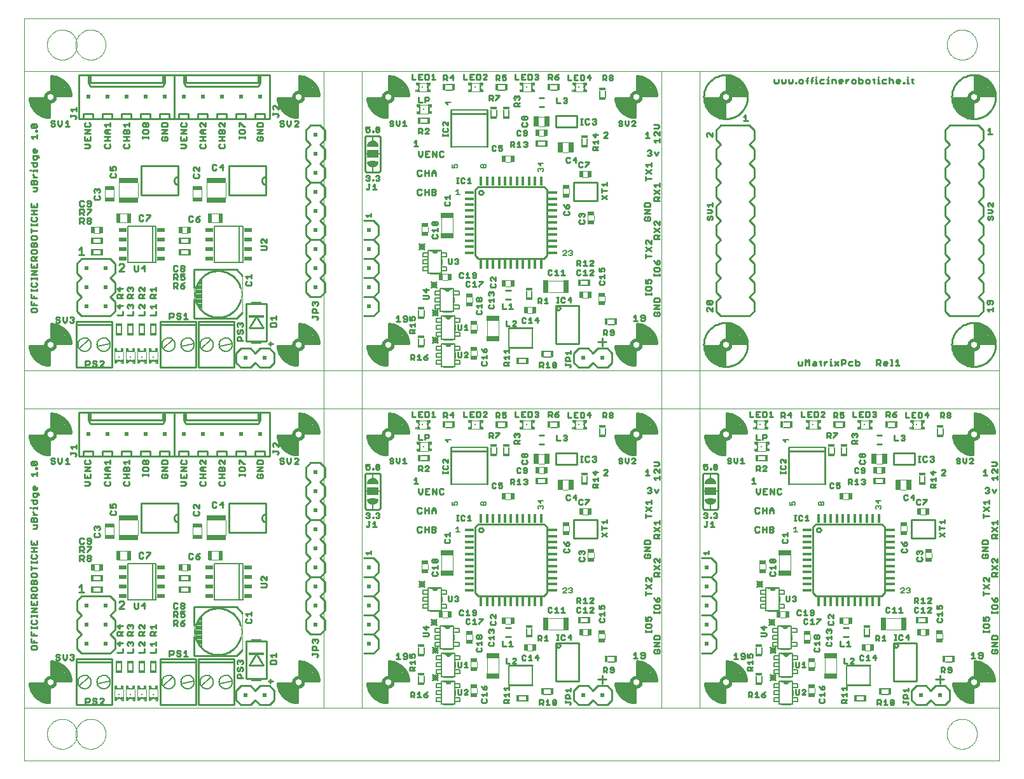
<source format=gbr>
G75*
%MOIN*%
%OFA0B0*%
%FSLAX24Y24*%
%IPPOS*%
%LPD*%
%AMOC8*
5,1,8,0,0,1.08239X$1,22.5*
%
%ADD10C,0.0010*%
%ADD11C,0.0100*%
%ADD12R,0.0079X0.0079*%
%ADD13C,0.0110*%
%ADD14C,0.0050*%
%ADD15R,0.0827X0.0118*%
%ADD16C,0.0000*%
%ADD17R,0.0453X0.0157*%
%ADD18R,0.0453X0.0157*%
%ADD19R,0.0453X0.0158*%
%ADD20R,0.0157X0.0453*%
%ADD21R,0.0157X0.0453*%
%ADD22R,0.0158X0.0453*%
%ADD23C,0.0060*%
%ADD24R,0.0160X0.0340*%
%ADD25C,0.0040*%
%ADD26R,0.0197X0.0374*%
%ADD27R,0.0295X0.0571*%
%ADD28R,0.0374X0.0197*%
%ADD29R,0.0340X0.0160*%
%ADD30C,0.0080*%
%ADD31R,0.0669X0.0295*%
%ADD32R,0.0200X0.0200*%
%ADD33R,0.0197X0.0128*%
%ADD34R,0.0098X0.0059*%
%ADD35R,0.0069X0.0157*%
%ADD36R,0.0118X0.0118*%
%ADD37R,0.0030X0.0128*%
%ADD38C,0.0090*%
%ADD39C,0.0180*%
%ADD40R,0.0600X0.0400*%
%ADD41R,0.0295X0.0669*%
%ADD42C,0.0030*%
%ADD43R,0.0128X0.0197*%
%ADD44R,0.0059X0.0098*%
%ADD45R,0.0157X0.0069*%
%ADD46R,0.0128X0.0030*%
%ADD47R,0.0531X0.0098*%
%ADD48R,0.0512X0.0197*%
%ADD49R,0.0433X0.0193*%
%ADD50R,0.1024X0.0295*%
%ADD51R,0.0197X0.0512*%
D10*
X000233Y000105D02*
X000233Y002865D01*
X035633Y002865D01*
X035633Y018565D01*
X035633Y020565D01*
X033633Y020565D01*
X033633Y018565D01*
X035633Y018565D01*
X051333Y018565D01*
X051333Y020565D01*
X051333Y036265D01*
X035633Y036265D01*
X035633Y020565D01*
X051333Y020565D01*
X051333Y036265D01*
X035633Y036265D01*
X035633Y020565D01*
X051333Y020565D01*
X051333Y018565D02*
X051333Y002865D01*
X051333Y000105D01*
X000233Y000105D01*
X000233Y002865D02*
X000233Y018565D01*
X015933Y018565D01*
X015933Y020565D01*
X000233Y020565D01*
X000233Y018565D01*
X015933Y018565D01*
X017933Y018565D01*
X033633Y018565D01*
X033633Y002865D01*
X017933Y002865D01*
X017933Y018565D01*
X033633Y018565D01*
X033633Y002865D01*
X017933Y002865D01*
X017933Y018565D01*
X017933Y018575D02*
X017933Y020565D01*
X015933Y020565D01*
X015933Y036265D01*
X035633Y036265D01*
X033633Y036265D02*
X033633Y020565D01*
X017933Y020565D01*
X017933Y036265D01*
X033633Y036265D01*
X033633Y020565D01*
X017933Y020565D01*
X017933Y036265D01*
X033633Y036265D01*
X051333Y036265D02*
X051333Y039025D01*
X051333Y018565D02*
X035633Y018565D01*
X035633Y002865D01*
X051333Y002865D01*
X051333Y018565D01*
X051333Y002865D02*
X035633Y002865D01*
X015933Y002865D02*
X015933Y018565D01*
X015933Y002865D01*
X000233Y002865D01*
X000233Y018565D01*
X000233Y020565D02*
X000233Y036265D01*
X000233Y039025D01*
X000233Y036265D02*
X000233Y036265D01*
X015933Y036265D01*
X015933Y020565D01*
X000233Y020565D01*
X000233Y036265D01*
X015933Y036265D01*
X015933Y002865D02*
X000233Y002865D01*
D11*
X002957Y003019D02*
X002957Y005411D01*
X004810Y005411D01*
X004810Y003019D01*
X002957Y003019D01*
X003433Y003065D02*
X003433Y003365D01*
X003583Y003365D01*
X003634Y003315D01*
X003634Y003215D01*
X003583Y003165D01*
X003433Y003165D01*
X003802Y003115D02*
X003852Y003065D01*
X003952Y003065D01*
X004002Y003115D01*
X004002Y003165D01*
X003952Y003215D01*
X003852Y003215D01*
X003802Y003265D01*
X003802Y003315D01*
X003852Y003365D01*
X003952Y003365D01*
X004002Y003315D01*
X004170Y003315D02*
X004220Y003365D01*
X004320Y003365D01*
X004370Y003315D01*
X004370Y003265D01*
X004170Y003065D01*
X004370Y003065D01*
X007357Y003019D02*
X007357Y005411D01*
X009210Y005411D01*
X009210Y003019D01*
X007357Y003019D01*
X009357Y003019D02*
X009357Y005411D01*
X011210Y005411D01*
X011210Y003019D01*
X009357Y003019D01*
X011333Y003265D02*
X011583Y003015D01*
X012083Y003015D01*
X012333Y003265D01*
X012583Y003015D01*
X013083Y003015D01*
X013333Y003265D01*
X013333Y003765D01*
X013083Y004015D01*
X012583Y004015D01*
X012333Y003765D01*
X012083Y004015D01*
X011583Y004015D01*
X011333Y003765D01*
X011333Y003265D01*
X011383Y004415D02*
X011383Y004565D01*
X011433Y004615D01*
X011533Y004615D01*
X011583Y004565D01*
X011583Y004415D01*
X011683Y004415D02*
X011383Y004415D01*
X011433Y004783D02*
X011483Y004783D01*
X011533Y004833D01*
X011533Y004933D01*
X011583Y004983D01*
X011633Y004983D01*
X011683Y004933D01*
X011683Y004833D01*
X011633Y004783D01*
X011433Y004783D02*
X011383Y004833D01*
X011383Y004933D01*
X011433Y004983D01*
X011433Y005152D02*
X011383Y005202D01*
X011383Y005302D01*
X011433Y005352D01*
X011483Y005352D01*
X011533Y005302D01*
X011583Y005352D01*
X011633Y005352D01*
X011683Y005302D01*
X011683Y005202D01*
X011633Y005152D01*
X011533Y005252D02*
X011533Y005302D01*
X011348Y005585D02*
X009104Y005585D01*
X009104Y006589D01*
X009104Y007180D02*
X009104Y008145D01*
X011348Y008145D01*
X011663Y007830D01*
X011833Y007783D02*
X012133Y007783D01*
X012133Y007683D02*
X012133Y007883D01*
X011933Y007683D02*
X011833Y007783D01*
X011883Y007515D02*
X011833Y007465D01*
X011833Y007365D01*
X011883Y007315D01*
X012083Y007315D01*
X012133Y007365D01*
X012133Y007465D01*
X012083Y007515D01*
X011852Y006349D02*
X012915Y006349D01*
X012915Y004381D01*
X011852Y004381D01*
X011852Y006349D01*
X011663Y005900D02*
X011348Y005585D01*
X011166Y005273D02*
X009400Y005273D01*
X009166Y005273D02*
X007400Y005273D01*
X007833Y005565D02*
X007833Y005865D01*
X007983Y005865D01*
X008034Y005815D01*
X008034Y005715D01*
X007983Y005665D01*
X007833Y005665D01*
X008202Y005615D02*
X008252Y005565D01*
X008352Y005565D01*
X008402Y005615D01*
X008402Y005665D01*
X008352Y005715D01*
X008252Y005715D01*
X008202Y005765D01*
X008202Y005815D01*
X008252Y005865D01*
X008352Y005865D01*
X008402Y005815D01*
X008570Y005765D02*
X008670Y005865D01*
X008670Y005565D01*
X008570Y005565D02*
X008770Y005565D01*
X007133Y005747D02*
X007133Y005947D01*
X007133Y006115D02*
X007133Y006315D01*
X007133Y006215D02*
X006833Y006215D01*
X006933Y006115D01*
X006833Y005747D02*
X007133Y005747D01*
X006533Y005747D02*
X006533Y005947D01*
X006533Y006115D02*
X006333Y006315D01*
X006283Y006315D01*
X006233Y006265D01*
X006233Y006165D01*
X006283Y006115D01*
X006533Y006115D02*
X006533Y006315D01*
X006533Y006647D02*
X006233Y006647D01*
X006233Y006797D01*
X006283Y006847D01*
X006383Y006847D01*
X006433Y006797D01*
X006433Y006647D01*
X006433Y006747D02*
X006533Y006847D01*
X006533Y007015D02*
X006333Y007215D01*
X006283Y007215D01*
X006233Y007165D01*
X006233Y007065D01*
X006283Y007015D01*
X006533Y007015D02*
X006533Y007215D01*
X006833Y007115D02*
X007133Y007115D01*
X007133Y007015D02*
X007133Y007215D01*
X006933Y007015D02*
X006833Y007115D01*
X006883Y006847D02*
X006983Y006847D01*
X007033Y006797D01*
X007033Y006647D01*
X007033Y006747D02*
X007133Y006847D01*
X007133Y006647D02*
X006833Y006647D01*
X006833Y006797D01*
X006883Y006847D01*
X005933Y006847D02*
X005833Y006747D01*
X005833Y006797D02*
X005833Y006647D01*
X005933Y006647D02*
X005633Y006647D01*
X005633Y006797D01*
X005683Y006847D01*
X005783Y006847D01*
X005833Y006797D01*
X005883Y007015D02*
X005933Y007065D01*
X005933Y007165D01*
X005883Y007215D01*
X005833Y007215D01*
X005783Y007165D01*
X005783Y007115D01*
X005783Y007165D02*
X005733Y007215D01*
X005683Y007215D01*
X005633Y007165D01*
X005633Y007065D01*
X005683Y007015D01*
X005383Y007165D02*
X005083Y007165D01*
X005233Y007015D01*
X005233Y007215D01*
X004983Y007465D02*
X004983Y006965D01*
X004733Y006715D01*
X004983Y006465D01*
X004983Y005965D01*
X004733Y005715D01*
X003233Y005715D01*
X002983Y005965D01*
X002983Y006465D01*
X003233Y006715D01*
X002983Y006965D01*
X002983Y007465D01*
X003233Y007715D01*
X002983Y007965D01*
X002983Y008465D01*
X003233Y008715D01*
X004733Y008715D01*
X004983Y008465D01*
X004983Y007965D01*
X004733Y007715D01*
X004983Y007465D01*
X005133Y006847D02*
X005233Y006847D01*
X005283Y006797D01*
X005283Y006647D01*
X005283Y006747D02*
X005383Y006847D01*
X005383Y006647D02*
X005083Y006647D01*
X005083Y006797D01*
X005133Y006847D01*
X005233Y006315D02*
X005233Y006115D01*
X005083Y006265D01*
X005383Y006265D01*
X005633Y006265D02*
X005683Y006315D01*
X005733Y006315D01*
X005783Y006265D01*
X005833Y006315D01*
X005883Y006315D01*
X005933Y006265D01*
X005933Y006165D01*
X005883Y006115D01*
X005783Y006215D02*
X005783Y006265D01*
X005633Y006265D02*
X005633Y006165D01*
X005683Y006115D01*
X005933Y005947D02*
X005933Y005747D01*
X005633Y005747D01*
X005383Y005747D02*
X005383Y005947D01*
X005383Y005747D02*
X005083Y005747D01*
X004766Y005273D02*
X003000Y005273D01*
X002815Y005415D02*
X002765Y005365D01*
X002665Y005365D01*
X002615Y005415D01*
X002715Y005515D02*
X002765Y005515D01*
X002815Y005465D01*
X002815Y005415D01*
X002765Y005515D02*
X002815Y005565D01*
X002815Y005615D01*
X002765Y005665D01*
X002665Y005665D01*
X002615Y005615D01*
X002447Y005665D02*
X002447Y005465D01*
X002347Y005365D01*
X002247Y005465D01*
X002247Y005665D01*
X002079Y005615D02*
X002029Y005665D01*
X001928Y005665D01*
X001878Y005615D01*
X001878Y005565D01*
X001928Y005515D01*
X002029Y005515D01*
X002079Y005465D01*
X002079Y005415D01*
X002029Y005365D01*
X001928Y005365D01*
X001878Y005415D01*
X000883Y005965D02*
X000883Y006065D01*
X000833Y006115D01*
X000633Y006115D01*
X000583Y006065D01*
X000583Y005965D01*
X000633Y005915D01*
X000833Y005915D01*
X000883Y005965D01*
X000883Y006283D02*
X000583Y006283D01*
X000583Y006483D01*
X000583Y006652D02*
X000583Y006852D01*
X000583Y007020D02*
X000583Y007120D01*
X000583Y007070D02*
X000883Y007070D01*
X000883Y007020D02*
X000883Y007120D01*
X000833Y007265D02*
X000883Y007316D01*
X000883Y007416D01*
X000833Y007466D01*
X000883Y007634D02*
X000883Y007734D01*
X000883Y007684D02*
X000583Y007684D01*
X000583Y007634D02*
X000583Y007734D01*
X000583Y007879D02*
X000883Y008080D01*
X000583Y008080D01*
X000583Y008248D02*
X000883Y008248D01*
X000883Y008448D01*
X000883Y008616D02*
X000583Y008616D01*
X000583Y008766D01*
X000633Y008816D01*
X000733Y008816D01*
X000783Y008766D01*
X000783Y008616D01*
X000783Y008716D02*
X000883Y008816D01*
X000833Y008984D02*
X000883Y009034D01*
X000883Y009134D01*
X000833Y009184D01*
X000633Y009184D01*
X000583Y009134D01*
X000583Y009034D01*
X000633Y008984D01*
X000833Y008984D01*
X000883Y009353D02*
X000883Y009503D01*
X000833Y009553D01*
X000783Y009553D01*
X000733Y009503D01*
X000733Y009353D01*
X000733Y009503D02*
X000683Y009553D01*
X000633Y009553D01*
X000583Y009503D01*
X000583Y009353D01*
X000883Y009353D01*
X000833Y009721D02*
X000883Y009771D01*
X000883Y009871D01*
X000833Y009921D01*
X000633Y009921D01*
X000583Y009871D01*
X000583Y009771D01*
X000633Y009721D01*
X000833Y009721D01*
X000583Y010089D02*
X000583Y010289D01*
X000583Y010189D02*
X000883Y010189D01*
X000883Y010458D02*
X000883Y010558D01*
X000883Y010508D02*
X000583Y010508D01*
X000583Y010458D02*
X000583Y010558D01*
X000633Y010703D02*
X000833Y010703D01*
X000883Y010753D01*
X000883Y010853D01*
X000833Y010903D01*
X000883Y011071D02*
X000583Y011071D01*
X000733Y011071D02*
X000733Y011272D01*
X000583Y011272D02*
X000883Y011272D01*
X000883Y011440D02*
X000883Y011640D01*
X000733Y011540D02*
X000733Y011440D01*
X000583Y011440D02*
X000883Y011440D01*
X000583Y011440D02*
X000583Y011640D01*
X000683Y012265D02*
X000833Y012265D01*
X000883Y012315D01*
X000883Y012465D01*
X000683Y012465D01*
X000733Y012633D02*
X000733Y012783D01*
X000783Y012833D01*
X000833Y012833D01*
X000883Y012783D01*
X000883Y012633D01*
X000583Y012633D01*
X000583Y012783D01*
X000633Y012833D01*
X000683Y012833D01*
X000733Y012783D01*
X000683Y013002D02*
X000883Y013002D01*
X000783Y013002D02*
X000683Y013102D01*
X000683Y013152D01*
X000683Y013309D02*
X000683Y013359D01*
X000883Y013359D01*
X000883Y013309D02*
X000883Y013409D01*
X000833Y013554D02*
X000733Y013554D01*
X000683Y013604D01*
X000683Y013754D01*
X000583Y013754D02*
X000883Y013754D01*
X000883Y013604D01*
X000833Y013554D01*
X000583Y013359D02*
X000533Y013359D01*
X000733Y013922D02*
X000833Y013922D01*
X000883Y013972D01*
X000883Y014123D01*
X000933Y014123D02*
X000683Y014123D01*
X000683Y013972D01*
X000733Y013922D01*
X000983Y014022D02*
X000983Y014073D01*
X000933Y014123D01*
X000833Y014291D02*
X000733Y014291D01*
X000683Y014341D01*
X000683Y014441D01*
X000733Y014491D01*
X000783Y014491D01*
X000783Y014291D01*
X000833Y014291D02*
X000883Y014341D01*
X000883Y014441D01*
X000883Y015027D02*
X000883Y015228D01*
X000883Y015127D02*
X000583Y015127D01*
X000683Y015027D01*
X000833Y015396D02*
X000833Y015446D01*
X000883Y015446D01*
X000883Y015396D01*
X000833Y015396D01*
X000833Y015580D02*
X000633Y015780D01*
X000833Y015780D01*
X000883Y015730D01*
X000883Y015630D01*
X000833Y015580D01*
X000633Y015580D01*
X000583Y015630D01*
X000583Y015730D01*
X000633Y015780D01*
X001631Y015715D02*
X001681Y015665D01*
X001781Y015665D01*
X001831Y015715D01*
X001831Y015765D01*
X001781Y015815D01*
X001681Y015815D01*
X001631Y015865D01*
X001631Y015915D01*
X001681Y015965D01*
X001781Y015965D01*
X001831Y015915D01*
X001999Y015965D02*
X001999Y015765D01*
X002099Y015665D01*
X002199Y015765D01*
X002199Y015965D01*
X002367Y015865D02*
X002468Y015965D01*
X002468Y015665D01*
X002568Y015665D02*
X002367Y015665D01*
X002894Y016076D02*
X002944Y016126D01*
X002944Y016176D01*
X002894Y016226D01*
X002644Y016226D01*
X002644Y016176D02*
X002644Y016276D01*
X002744Y016444D02*
X002644Y016544D01*
X002944Y016544D01*
X002944Y016444D02*
X002944Y016644D01*
X003333Y016315D02*
X003833Y016315D01*
X003833Y016065D01*
X004333Y016065D01*
X004333Y016315D01*
X004833Y016315D01*
X004833Y016065D01*
X005333Y016065D01*
X005833Y016065D01*
X006333Y016065D01*
X006333Y016315D01*
X006833Y016315D01*
X006833Y016065D01*
X007333Y016065D01*
X007333Y016315D01*
X007833Y016315D01*
X007833Y016065D01*
X008083Y016065D01*
X008333Y016065D01*
X008333Y016315D01*
X008833Y016315D01*
X008833Y016065D01*
X009333Y016065D01*
X009333Y016315D01*
X009833Y016315D01*
X009833Y016065D01*
X010333Y016065D01*
X010833Y016065D01*
X011333Y016065D01*
X011333Y016315D01*
X011833Y016315D01*
X011833Y016065D01*
X012333Y016065D01*
X012333Y016315D01*
X012833Y016315D01*
X012833Y016065D01*
X013083Y016065D01*
X013083Y018365D01*
X012583Y018365D01*
X012583Y017965D01*
X012483Y017765D01*
X008683Y017765D01*
X008583Y017965D01*
X008683Y017965D01*
X008683Y018365D01*
X012483Y018365D01*
X012483Y017965D01*
X012583Y017965D01*
X012483Y017965D02*
X008683Y017965D01*
X008583Y017965D02*
X008583Y018365D01*
X008683Y018365D01*
X008583Y018365D02*
X008083Y018365D01*
X008083Y016065D01*
X007833Y016065D02*
X007333Y016065D01*
X007483Y015847D02*
X007433Y015797D01*
X007433Y015647D01*
X007733Y015647D01*
X007733Y015797D01*
X007683Y015847D01*
X007483Y015847D01*
X007433Y015479D02*
X007733Y015479D01*
X007433Y015278D01*
X007733Y015278D01*
X007683Y015110D02*
X007583Y015110D01*
X007583Y015010D01*
X007483Y014910D02*
X007683Y014910D01*
X007733Y014960D01*
X007733Y015060D01*
X007683Y015110D01*
X007483Y015110D02*
X007433Y015060D01*
X007433Y014960D01*
X007483Y014910D01*
X006733Y015033D02*
X006733Y015133D01*
X006733Y015083D02*
X006433Y015083D01*
X006433Y015033D02*
X006433Y015133D01*
X006483Y015278D02*
X006683Y015278D01*
X006733Y015328D01*
X006733Y015428D01*
X006683Y015479D01*
X006483Y015479D01*
X006433Y015428D01*
X006433Y015328D01*
X006483Y015278D01*
X006483Y015647D02*
X006533Y015647D01*
X006583Y015697D01*
X006583Y015797D01*
X006633Y015847D01*
X006683Y015847D01*
X006733Y015797D01*
X006733Y015697D01*
X006683Y015647D01*
X006633Y015647D01*
X006583Y015697D01*
X006583Y015797D02*
X006533Y015847D01*
X006483Y015847D01*
X006433Y015797D01*
X006433Y015697D01*
X006483Y015647D01*
X006333Y016065D02*
X006833Y016065D01*
X005833Y016065D02*
X005833Y016315D01*
X005333Y016315D01*
X005333Y016065D01*
X005433Y015747D02*
X005733Y015747D01*
X005733Y015647D02*
X005733Y015847D01*
X005533Y015647D02*
X005433Y015747D01*
X005483Y015479D02*
X005533Y015479D01*
X005583Y015428D01*
X005583Y015278D01*
X005433Y015278D02*
X005433Y015428D01*
X005483Y015479D01*
X005583Y015428D02*
X005633Y015479D01*
X005683Y015479D01*
X005733Y015428D01*
X005733Y015278D01*
X005433Y015278D01*
X005433Y015110D02*
X005733Y015110D01*
X005583Y015110D02*
X005583Y014910D01*
X005733Y014910D02*
X005433Y014910D01*
X005483Y014742D02*
X005433Y014692D01*
X005433Y014592D01*
X005483Y014542D01*
X005683Y014542D01*
X005733Y014592D01*
X005733Y014692D01*
X005683Y014742D01*
X004733Y014692D02*
X004683Y014742D01*
X004733Y014692D02*
X004733Y014592D01*
X004683Y014542D01*
X004483Y014542D01*
X004433Y014592D01*
X004433Y014692D01*
X004483Y014742D01*
X004433Y014910D02*
X004733Y014910D01*
X004583Y014910D02*
X004583Y015110D01*
X004433Y015110D02*
X004733Y015110D01*
X004733Y015278D02*
X004533Y015278D01*
X004433Y015378D01*
X004533Y015479D01*
X004733Y015479D01*
X004583Y015479D02*
X004583Y015278D01*
X004533Y015647D02*
X004433Y015747D01*
X004733Y015747D01*
X004733Y015647D02*
X004733Y015847D01*
X004833Y016065D02*
X004333Y016065D01*
X003833Y016065D02*
X003333Y016065D01*
X003333Y016315D01*
X003333Y016065D02*
X003083Y016065D01*
X003083Y018365D01*
X003583Y018365D01*
X003583Y017965D01*
X003683Y017765D01*
X007483Y017765D01*
X007583Y017965D01*
X007583Y018365D01*
X008083Y018365D01*
X007583Y018365D02*
X007483Y018365D01*
X007483Y017965D01*
X007583Y017965D01*
X007483Y017965D02*
X003683Y017965D01*
X003683Y018365D01*
X007483Y018365D01*
X007357Y020719D02*
X007357Y023111D01*
X009210Y023111D01*
X009210Y020719D01*
X007357Y020719D01*
X009357Y020719D02*
X009357Y023111D01*
X011210Y023111D01*
X011210Y020719D01*
X009357Y020719D01*
X011333Y020965D02*
X011583Y020715D01*
X012083Y020715D01*
X012333Y020965D01*
X012583Y020715D01*
X013083Y020715D01*
X013333Y020965D01*
X013333Y021465D01*
X013083Y021715D01*
X012583Y021715D01*
X012333Y021465D01*
X012083Y021715D01*
X011583Y021715D01*
X011333Y021465D01*
X011333Y020965D01*
X011383Y022115D02*
X011383Y022265D01*
X011433Y022315D01*
X011533Y022315D01*
X011583Y022265D01*
X011583Y022115D01*
X011683Y022115D02*
X011383Y022115D01*
X011433Y022483D02*
X011483Y022483D01*
X011533Y022533D01*
X011533Y022633D01*
X011583Y022683D01*
X011633Y022683D01*
X011683Y022633D01*
X011683Y022533D01*
X011633Y022483D01*
X011433Y022483D02*
X011383Y022533D01*
X011383Y022633D01*
X011433Y022683D01*
X011433Y022852D02*
X011383Y022902D01*
X011383Y023002D01*
X011433Y023052D01*
X011483Y023052D01*
X011533Y023002D01*
X011583Y023052D01*
X011633Y023052D01*
X011683Y023002D01*
X011683Y022902D01*
X011633Y022852D01*
X011533Y022952D02*
X011533Y023002D01*
X011348Y023285D02*
X009104Y023285D01*
X009104Y024289D01*
X009104Y024880D02*
X009104Y025845D01*
X011348Y025845D01*
X011663Y025530D01*
X011833Y025483D02*
X012133Y025483D01*
X012133Y025383D02*
X012133Y025583D01*
X011933Y025383D02*
X011833Y025483D01*
X011883Y025215D02*
X011833Y025165D01*
X011833Y025065D01*
X011883Y025015D01*
X012083Y025015D01*
X012133Y025065D01*
X012133Y025165D01*
X012083Y025215D01*
X011852Y024049D02*
X012915Y024049D01*
X012915Y022081D01*
X011852Y022081D01*
X011852Y024049D01*
X011663Y023600D02*
X011348Y023285D01*
X011166Y022973D02*
X009400Y022973D01*
X009166Y022973D02*
X007400Y022973D01*
X007833Y023265D02*
X007833Y023565D01*
X007983Y023565D01*
X008034Y023515D01*
X008034Y023415D01*
X007983Y023365D01*
X007833Y023365D01*
X008202Y023315D02*
X008252Y023265D01*
X008352Y023265D01*
X008402Y023315D01*
X008402Y023365D01*
X008352Y023415D01*
X008252Y023415D01*
X008202Y023465D01*
X008202Y023515D01*
X008252Y023565D01*
X008352Y023565D01*
X008402Y023515D01*
X008570Y023465D02*
X008670Y023565D01*
X008670Y023265D01*
X008570Y023265D02*
X008770Y023265D01*
X007133Y023447D02*
X007133Y023647D01*
X007133Y023815D02*
X007133Y024015D01*
X007133Y023915D02*
X006833Y023915D01*
X006933Y023815D01*
X006833Y023447D02*
X007133Y023447D01*
X006533Y023447D02*
X006533Y023647D01*
X006533Y023815D02*
X006333Y024015D01*
X006283Y024015D01*
X006233Y023965D01*
X006233Y023865D01*
X006283Y023815D01*
X006533Y023815D02*
X006533Y024015D01*
X006533Y024347D02*
X006233Y024347D01*
X006233Y024497D01*
X006283Y024547D01*
X006383Y024547D01*
X006433Y024497D01*
X006433Y024347D01*
X006433Y024447D02*
X006533Y024547D01*
X006533Y024715D02*
X006333Y024915D01*
X006283Y024915D01*
X006233Y024865D01*
X006233Y024765D01*
X006283Y024715D01*
X006533Y024715D02*
X006533Y024915D01*
X006833Y024815D02*
X007133Y024815D01*
X007133Y024715D02*
X007133Y024915D01*
X006933Y024715D02*
X006833Y024815D01*
X006883Y024547D02*
X006983Y024547D01*
X007033Y024497D01*
X007033Y024347D01*
X007033Y024447D02*
X007133Y024547D01*
X007133Y024347D02*
X006833Y024347D01*
X006833Y024497D01*
X006883Y024547D01*
X005933Y024547D02*
X005833Y024447D01*
X005833Y024497D02*
X005833Y024347D01*
X005933Y024347D02*
X005633Y024347D01*
X005633Y024497D01*
X005683Y024547D01*
X005783Y024547D01*
X005833Y024497D01*
X005883Y024715D02*
X005933Y024765D01*
X005933Y024865D01*
X005883Y024915D01*
X005833Y024915D01*
X005783Y024865D01*
X005783Y024815D01*
X005783Y024865D02*
X005733Y024915D01*
X005683Y024915D01*
X005633Y024865D01*
X005633Y024765D01*
X005683Y024715D01*
X005383Y024865D02*
X005083Y024865D01*
X005233Y024715D01*
X005233Y024915D01*
X004983Y025165D02*
X004983Y024665D01*
X004733Y024415D01*
X004983Y024165D01*
X004983Y023665D01*
X004733Y023415D01*
X003233Y023415D01*
X002983Y023665D01*
X002983Y024165D01*
X003233Y024415D01*
X002983Y024665D01*
X002983Y025165D01*
X003233Y025415D01*
X002983Y025665D01*
X002983Y026165D01*
X003233Y026415D01*
X004733Y026415D01*
X004983Y026165D01*
X004983Y025665D01*
X004733Y025415D01*
X004983Y025165D01*
X005133Y024547D02*
X005233Y024547D01*
X005283Y024497D01*
X005283Y024347D01*
X005283Y024447D02*
X005383Y024547D01*
X005383Y024347D02*
X005083Y024347D01*
X005083Y024497D01*
X005133Y024547D01*
X005233Y024015D02*
X005233Y023815D01*
X005083Y023965D01*
X005383Y023965D01*
X005633Y023965D02*
X005683Y024015D01*
X005733Y024015D01*
X005783Y023965D01*
X005833Y024015D01*
X005883Y024015D01*
X005933Y023965D01*
X005933Y023865D01*
X005883Y023815D01*
X005783Y023915D02*
X005783Y023965D01*
X005633Y023965D02*
X005633Y023865D01*
X005683Y023815D01*
X005933Y023647D02*
X005933Y023447D01*
X005633Y023447D01*
X005383Y023447D02*
X005383Y023647D01*
X005383Y023447D02*
X005083Y023447D01*
X004810Y023111D02*
X002957Y023111D01*
X002957Y020719D01*
X004810Y020719D01*
X004810Y023111D01*
X004766Y022973D02*
X003000Y022973D01*
X002815Y023115D02*
X002765Y023065D01*
X002665Y023065D01*
X002615Y023115D01*
X002715Y023215D02*
X002765Y023215D01*
X002815Y023165D01*
X002815Y023115D01*
X002765Y023215D02*
X002815Y023265D01*
X002815Y023315D01*
X002765Y023365D01*
X002665Y023365D01*
X002615Y023315D01*
X002447Y023365D02*
X002447Y023165D01*
X002347Y023065D01*
X002247Y023165D01*
X002247Y023365D01*
X002079Y023315D02*
X002029Y023365D01*
X001928Y023365D01*
X001878Y023315D01*
X001878Y023265D01*
X001928Y023215D01*
X002029Y023215D01*
X002079Y023165D01*
X002079Y023115D01*
X002029Y023065D01*
X001928Y023065D01*
X001878Y023115D01*
X000883Y023665D02*
X000883Y023765D01*
X000833Y023815D01*
X000633Y023815D01*
X000583Y023765D01*
X000583Y023665D01*
X000633Y023615D01*
X000833Y023615D01*
X000883Y023665D01*
X000883Y023983D02*
X000583Y023983D01*
X000583Y024183D01*
X000583Y024352D02*
X000583Y024552D01*
X000583Y024720D02*
X000583Y024820D01*
X000583Y024770D02*
X000883Y024770D01*
X000883Y024720D02*
X000883Y024820D01*
X000833Y024965D02*
X000883Y025016D01*
X000883Y025116D01*
X000833Y025166D01*
X000883Y025334D02*
X000883Y025434D01*
X000883Y025384D02*
X000583Y025384D01*
X000583Y025334D02*
X000583Y025434D01*
X000583Y025579D02*
X000883Y025780D01*
X000583Y025780D01*
X000583Y025948D02*
X000883Y025948D01*
X000883Y026148D01*
X000883Y026316D02*
X000583Y026316D01*
X000583Y026466D01*
X000633Y026516D01*
X000733Y026516D01*
X000783Y026466D01*
X000783Y026316D01*
X000783Y026416D02*
X000883Y026516D01*
X000833Y026684D02*
X000883Y026734D01*
X000883Y026834D01*
X000833Y026884D01*
X000633Y026884D01*
X000583Y026834D01*
X000583Y026734D01*
X000633Y026684D01*
X000833Y026684D01*
X000883Y027053D02*
X000883Y027203D01*
X000833Y027253D01*
X000783Y027253D01*
X000733Y027203D01*
X000733Y027053D01*
X000733Y027203D02*
X000683Y027253D01*
X000633Y027253D01*
X000583Y027203D01*
X000583Y027053D01*
X000883Y027053D01*
X000833Y027421D02*
X000883Y027471D01*
X000883Y027571D01*
X000833Y027621D01*
X000633Y027621D01*
X000583Y027571D01*
X000583Y027471D01*
X000633Y027421D01*
X000833Y027421D01*
X000583Y027789D02*
X000583Y027989D01*
X000583Y027889D02*
X000883Y027889D01*
X000883Y028158D02*
X000883Y028258D01*
X000883Y028208D02*
X000583Y028208D01*
X000583Y028158D02*
X000583Y028258D01*
X000633Y028403D02*
X000833Y028403D01*
X000883Y028453D01*
X000883Y028553D01*
X000833Y028603D01*
X000883Y028771D02*
X000583Y028771D01*
X000733Y028771D02*
X000733Y028972D01*
X000583Y028972D02*
X000883Y028972D01*
X000883Y029140D02*
X000883Y029340D01*
X000733Y029240D02*
X000733Y029140D01*
X000583Y029140D02*
X000883Y029140D01*
X000583Y029140D02*
X000583Y029340D01*
X000683Y029965D02*
X000833Y029965D01*
X000883Y030015D01*
X000883Y030165D01*
X000683Y030165D01*
X000733Y030333D02*
X000733Y030483D01*
X000783Y030533D01*
X000833Y030533D01*
X000883Y030483D01*
X000883Y030333D01*
X000583Y030333D01*
X000583Y030483D01*
X000633Y030533D01*
X000683Y030533D01*
X000733Y030483D01*
X000683Y030702D02*
X000883Y030702D01*
X000783Y030702D02*
X000683Y030802D01*
X000683Y030852D01*
X000683Y031009D02*
X000683Y031059D01*
X000883Y031059D01*
X000883Y031009D02*
X000883Y031109D01*
X000833Y031254D02*
X000733Y031254D01*
X000683Y031304D01*
X000683Y031454D01*
X000583Y031454D02*
X000883Y031454D01*
X000883Y031304D01*
X000833Y031254D01*
X000583Y031059D02*
X000533Y031059D01*
X000733Y031622D02*
X000833Y031622D01*
X000883Y031672D01*
X000883Y031823D01*
X000933Y031823D02*
X000683Y031823D01*
X000683Y031672D01*
X000733Y031622D01*
X000983Y031722D02*
X000983Y031773D01*
X000933Y031823D01*
X000833Y031991D02*
X000733Y031991D01*
X000683Y032041D01*
X000683Y032141D01*
X000733Y032191D01*
X000783Y032191D01*
X000783Y031991D01*
X000833Y031991D02*
X000883Y032041D01*
X000883Y032141D01*
X000883Y032727D02*
X000883Y032928D01*
X000883Y032827D02*
X000583Y032827D01*
X000683Y032727D01*
X000833Y033096D02*
X000833Y033146D01*
X000883Y033146D01*
X000883Y033096D01*
X000833Y033096D01*
X000833Y033280D02*
X000633Y033480D01*
X000833Y033480D01*
X000883Y033430D01*
X000883Y033330D01*
X000833Y033280D01*
X000633Y033280D01*
X000583Y033330D01*
X000583Y033430D01*
X000633Y033480D01*
X001631Y033415D02*
X001681Y033365D01*
X001781Y033365D01*
X001831Y033415D01*
X001831Y033465D01*
X001781Y033515D01*
X001681Y033515D01*
X001631Y033565D01*
X001631Y033615D01*
X001681Y033665D01*
X001781Y033665D01*
X001831Y033615D01*
X001999Y033665D02*
X001999Y033465D01*
X002099Y033365D01*
X002199Y033465D01*
X002199Y033665D01*
X002367Y033565D02*
X002468Y033665D01*
X002468Y033365D01*
X002568Y033365D02*
X002367Y033365D01*
X002894Y033776D02*
X002944Y033826D01*
X002944Y033876D01*
X002894Y033926D01*
X002644Y033926D01*
X002644Y033876D02*
X002644Y033976D01*
X002744Y034144D02*
X002644Y034244D01*
X002944Y034244D01*
X002944Y034144D02*
X002944Y034344D01*
X003333Y034015D02*
X003833Y034015D01*
X003833Y033765D01*
X004333Y033765D01*
X004333Y034015D01*
X004833Y034015D01*
X004833Y033765D01*
X005333Y033765D01*
X005833Y033765D01*
X006333Y033765D01*
X006333Y034015D01*
X006833Y034015D01*
X006833Y033765D01*
X007333Y033765D01*
X007333Y034015D01*
X007833Y034015D01*
X007833Y033765D01*
X008083Y033765D01*
X008333Y033765D01*
X008333Y034015D01*
X008833Y034015D01*
X008833Y033765D01*
X009333Y033765D01*
X009333Y034015D01*
X009833Y034015D01*
X009833Y033765D01*
X010333Y033765D01*
X010833Y033765D01*
X011333Y033765D01*
X011333Y034015D01*
X011833Y034015D01*
X011833Y033765D01*
X012333Y033765D01*
X012333Y034015D01*
X012833Y034015D01*
X012833Y033765D01*
X013083Y033765D01*
X013083Y036065D01*
X012583Y036065D01*
X012583Y035665D01*
X012483Y035465D01*
X008683Y035465D01*
X008583Y035665D01*
X008683Y035665D01*
X008683Y036065D01*
X012483Y036065D01*
X012483Y035665D01*
X012583Y035665D01*
X012483Y035665D02*
X008683Y035665D01*
X008583Y035665D02*
X008583Y036065D01*
X008683Y036065D01*
X008583Y036065D02*
X008083Y036065D01*
X008083Y033765D01*
X007833Y033765D02*
X007333Y033765D01*
X007483Y033547D02*
X007433Y033497D01*
X007433Y033347D01*
X007733Y033347D01*
X007733Y033497D01*
X007683Y033547D01*
X007483Y033547D01*
X007433Y033179D02*
X007733Y033179D01*
X007433Y032978D01*
X007733Y032978D01*
X007683Y032810D02*
X007583Y032810D01*
X007583Y032710D01*
X007483Y032610D02*
X007683Y032610D01*
X007733Y032660D01*
X007733Y032760D01*
X007683Y032810D01*
X007483Y032810D02*
X007433Y032760D01*
X007433Y032660D01*
X007483Y032610D01*
X006733Y032733D02*
X006733Y032833D01*
X006733Y032783D02*
X006433Y032783D01*
X006433Y032733D02*
X006433Y032833D01*
X006483Y032978D02*
X006683Y032978D01*
X006733Y033028D01*
X006733Y033128D01*
X006683Y033179D01*
X006483Y033179D01*
X006433Y033128D01*
X006433Y033028D01*
X006483Y032978D01*
X006483Y033347D02*
X006533Y033347D01*
X006583Y033397D01*
X006583Y033497D01*
X006633Y033547D01*
X006683Y033547D01*
X006733Y033497D01*
X006733Y033397D01*
X006683Y033347D01*
X006633Y033347D01*
X006583Y033397D01*
X006583Y033497D02*
X006533Y033547D01*
X006483Y033547D01*
X006433Y033497D01*
X006433Y033397D01*
X006483Y033347D01*
X006333Y033765D02*
X006833Y033765D01*
X005833Y033765D02*
X005833Y034015D01*
X005333Y034015D01*
X005333Y033765D01*
X005433Y033447D02*
X005733Y033447D01*
X005733Y033347D02*
X005733Y033547D01*
X005533Y033347D02*
X005433Y033447D01*
X005483Y033179D02*
X005533Y033179D01*
X005583Y033128D01*
X005583Y032978D01*
X005433Y032978D02*
X005433Y033128D01*
X005483Y033179D01*
X005583Y033128D02*
X005633Y033179D01*
X005683Y033179D01*
X005733Y033128D01*
X005733Y032978D01*
X005433Y032978D01*
X005433Y032810D02*
X005733Y032810D01*
X005583Y032810D02*
X005583Y032610D01*
X005733Y032610D02*
X005433Y032610D01*
X005483Y032442D02*
X005433Y032392D01*
X005433Y032292D01*
X005483Y032242D01*
X005683Y032242D01*
X005733Y032292D01*
X005733Y032392D01*
X005683Y032442D01*
X004733Y032392D02*
X004683Y032442D01*
X004733Y032392D02*
X004733Y032292D01*
X004683Y032242D01*
X004483Y032242D01*
X004433Y032292D01*
X004433Y032392D01*
X004483Y032442D01*
X004433Y032610D02*
X004733Y032610D01*
X004583Y032610D02*
X004583Y032810D01*
X004433Y032810D02*
X004733Y032810D01*
X004733Y032978D02*
X004533Y032978D01*
X004433Y033078D01*
X004533Y033179D01*
X004733Y033179D01*
X004583Y033179D02*
X004583Y032978D01*
X004533Y033347D02*
X004433Y033447D01*
X004733Y033447D01*
X004733Y033347D02*
X004733Y033547D01*
X004833Y033765D02*
X004333Y033765D01*
X003833Y033765D02*
X003333Y033765D01*
X003333Y034015D01*
X003333Y033765D02*
X003083Y033765D01*
X003083Y036065D01*
X003583Y036065D01*
X003583Y035665D01*
X003683Y035465D01*
X007483Y035465D01*
X007583Y035665D01*
X007583Y036065D01*
X008083Y036065D01*
X007583Y036065D02*
X007483Y036065D01*
X007483Y035665D01*
X007583Y035665D01*
X007483Y035665D02*
X003683Y035665D01*
X003683Y036065D01*
X007483Y036065D01*
X008333Y033765D02*
X008833Y033765D01*
X008683Y033547D02*
X008733Y033497D01*
X008733Y033397D01*
X008683Y033347D01*
X008483Y033347D01*
X008433Y033397D01*
X008433Y033497D01*
X008483Y033547D01*
X008433Y033179D02*
X008733Y033179D01*
X008433Y032978D01*
X008733Y032978D01*
X008733Y032810D02*
X008733Y032610D01*
X008433Y032610D01*
X008433Y032810D01*
X008583Y032710D02*
X008583Y032610D01*
X008633Y032442D02*
X008433Y032442D01*
X008633Y032442D02*
X008733Y032342D01*
X008633Y032242D01*
X008433Y032242D01*
X008268Y031302D02*
X008268Y030712D01*
X008268Y030318D01*
X008268Y029767D01*
X006338Y029767D01*
X006338Y031302D01*
X008268Y031302D01*
X009078Y031191D02*
X009078Y031090D01*
X009128Y031040D01*
X009078Y031191D02*
X009128Y031241D01*
X009178Y031241D01*
X009378Y031040D01*
X009378Y031241D01*
X009328Y030872D02*
X009378Y030822D01*
X009378Y030722D01*
X009328Y030672D01*
X009128Y030672D01*
X009078Y030722D01*
X009078Y030822D01*
X009128Y030872D01*
X008268Y030712D02*
X008241Y030710D01*
X008215Y030705D01*
X008190Y030696D01*
X008166Y030683D01*
X008144Y030668D01*
X008124Y030649D01*
X008107Y030629D01*
X008093Y030606D01*
X008082Y030581D01*
X008075Y030555D01*
X008071Y030528D01*
X008071Y030502D01*
X008075Y030475D01*
X008082Y030449D01*
X008093Y030424D01*
X008107Y030401D01*
X008124Y030381D01*
X008144Y030362D01*
X008166Y030347D01*
X008190Y030334D01*
X008215Y030325D01*
X008241Y030320D01*
X008268Y030318D01*
X010083Y031115D02*
X010133Y031065D01*
X010233Y031065D01*
X010284Y031115D01*
X010452Y031215D02*
X010652Y031215D01*
X010602Y031065D02*
X010602Y031365D01*
X010452Y031215D01*
X010284Y031315D02*
X010233Y031365D01*
X010133Y031365D01*
X010083Y031315D01*
X010083Y031115D01*
X010938Y031302D02*
X010938Y029767D01*
X012868Y029767D01*
X012868Y030318D01*
X012868Y030712D01*
X012868Y031302D01*
X010938Y031302D01*
X010683Y032242D02*
X010733Y032292D01*
X010733Y032392D01*
X010683Y032442D01*
X010733Y032610D02*
X010433Y032610D01*
X010583Y032610D02*
X010583Y032810D01*
X010433Y032810D02*
X010733Y032810D01*
X010733Y032978D02*
X010733Y033128D01*
X010683Y033179D01*
X010633Y033179D01*
X010583Y033128D01*
X010583Y032978D01*
X010433Y032978D02*
X010433Y033128D01*
X010483Y033179D01*
X010533Y033179D01*
X010583Y033128D01*
X010733Y032978D02*
X010433Y032978D01*
X010483Y033347D02*
X010433Y033397D01*
X010433Y033497D01*
X010483Y033547D01*
X010533Y033547D01*
X010733Y033347D01*
X010733Y033547D01*
X010833Y033765D02*
X010833Y034015D01*
X010333Y034015D01*
X010333Y033765D01*
X009833Y033765D02*
X009333Y033765D01*
X009483Y033547D02*
X009433Y033497D01*
X009433Y033397D01*
X009483Y033347D01*
X009533Y033179D02*
X009733Y033179D01*
X009583Y033179D02*
X009583Y032978D01*
X009533Y032978D02*
X009433Y033078D01*
X009533Y033179D01*
X009533Y032978D02*
X009733Y032978D01*
X009733Y032810D02*
X009433Y032810D01*
X009583Y032810D02*
X009583Y032610D01*
X009733Y032610D02*
X009433Y032610D01*
X009483Y032442D02*
X009433Y032392D01*
X009433Y032292D01*
X009483Y032242D01*
X009683Y032242D01*
X009733Y032292D01*
X009733Y032392D01*
X009683Y032442D01*
X010433Y032392D02*
X010433Y032292D01*
X010483Y032242D01*
X010683Y032242D01*
X010483Y032442D02*
X010433Y032392D01*
X011483Y032733D02*
X011483Y032833D01*
X011483Y032783D02*
X011783Y032783D01*
X011783Y032733D02*
X011783Y032833D01*
X011733Y032978D02*
X011783Y033028D01*
X011783Y033128D01*
X011733Y033179D01*
X011533Y033179D01*
X011483Y033128D01*
X011483Y033028D01*
X011533Y032978D01*
X011733Y032978D01*
X011733Y033347D02*
X011783Y033347D01*
X011733Y033347D02*
X011533Y033547D01*
X011483Y033547D01*
X011483Y033347D01*
X011333Y033765D02*
X011833Y033765D01*
X012333Y033765D02*
X012833Y033765D01*
X012683Y033547D02*
X012483Y033547D01*
X012433Y033497D01*
X012433Y033347D01*
X012733Y033347D01*
X012733Y033497D01*
X012683Y033547D01*
X012733Y033179D02*
X012433Y033179D01*
X012433Y032978D02*
X012733Y033179D01*
X012733Y032978D02*
X012433Y032978D01*
X012483Y032810D02*
X012433Y032760D01*
X012433Y032660D01*
X012483Y032610D01*
X012683Y032610D01*
X012733Y032660D01*
X012733Y032760D01*
X012683Y032810D01*
X012583Y032810D01*
X012583Y032710D01*
X013631Y033415D02*
X013681Y033365D01*
X013781Y033365D01*
X013831Y033415D01*
X013831Y033465D01*
X013781Y033515D01*
X013681Y033515D01*
X013631Y033565D01*
X013631Y033615D01*
X013681Y033665D01*
X013781Y033665D01*
X013831Y033615D01*
X013999Y033665D02*
X013999Y033465D01*
X014099Y033365D01*
X014199Y033465D01*
X014199Y033665D01*
X014367Y033615D02*
X014418Y033665D01*
X014518Y033665D01*
X014568Y033615D01*
X014568Y033565D01*
X014367Y033365D01*
X014568Y033365D01*
X014983Y033165D02*
X015233Y033415D01*
X015733Y033415D01*
X015983Y033165D01*
X015983Y032665D01*
X015733Y032415D01*
X015983Y032165D01*
X015983Y031665D01*
X015733Y031415D01*
X015983Y031165D01*
X015983Y030665D01*
X015733Y030415D01*
X015233Y030415D01*
X014983Y030665D01*
X014983Y031165D01*
X015233Y031415D01*
X014983Y031665D01*
X014983Y032165D01*
X015233Y032415D01*
X014983Y032665D01*
X014983Y033165D01*
X013544Y033926D02*
X013544Y033976D01*
X013494Y034026D01*
X013244Y034026D01*
X013244Y033976D02*
X013244Y034076D01*
X013294Y034244D02*
X013244Y034294D01*
X013244Y034394D01*
X013294Y034444D01*
X013344Y034444D01*
X013544Y034244D01*
X013544Y034444D01*
X013544Y033926D02*
X013494Y033876D01*
X012583Y036065D02*
X012483Y036065D01*
X009733Y033547D02*
X009733Y033347D01*
X009533Y033547D01*
X009483Y033547D01*
X012868Y030712D02*
X012841Y030710D01*
X012815Y030705D01*
X012790Y030696D01*
X012766Y030683D01*
X012744Y030668D01*
X012724Y030649D01*
X012707Y030629D01*
X012693Y030606D01*
X012682Y030581D01*
X012675Y030555D01*
X012671Y030528D01*
X012671Y030502D01*
X012675Y030475D01*
X012682Y030449D01*
X012693Y030424D01*
X012707Y030401D01*
X012724Y030381D01*
X012744Y030362D01*
X012766Y030347D01*
X012790Y030334D01*
X012815Y030325D01*
X012841Y030320D01*
X012868Y030318D01*
X014983Y030165D02*
X014983Y029665D01*
X015233Y029415D01*
X014983Y029165D01*
X014983Y028665D01*
X015233Y028415D01*
X014983Y028165D01*
X014983Y027665D01*
X015233Y027415D01*
X015733Y027415D01*
X015983Y027165D01*
X015983Y026665D01*
X015733Y026415D01*
X015983Y026165D01*
X015983Y025665D01*
X015733Y025415D01*
X015983Y025165D01*
X015983Y024665D01*
X015733Y024415D01*
X015233Y024415D01*
X014983Y024665D01*
X014983Y025165D01*
X015233Y025415D01*
X014983Y025665D01*
X014983Y026165D01*
X015233Y026415D01*
X014983Y026665D01*
X014983Y027165D01*
X015233Y027415D01*
X015733Y027415D02*
X015983Y027665D01*
X015983Y028165D01*
X015733Y028415D01*
X015983Y028665D01*
X015983Y029165D01*
X015733Y029415D01*
X015983Y029665D01*
X015983Y030165D01*
X015733Y030415D01*
X015233Y030415D02*
X014983Y030165D01*
X018152Y030090D02*
X018197Y030045D01*
X018242Y030045D01*
X018287Y030090D01*
X018287Y030315D01*
X018242Y030315D02*
X018332Y030315D01*
X018493Y030225D02*
X018583Y030315D01*
X018583Y030045D01*
X018493Y030045D02*
X018673Y030045D01*
X018689Y030515D02*
X018644Y030560D01*
X018689Y030515D02*
X018779Y030515D01*
X018825Y030560D01*
X018825Y030605D01*
X018779Y030650D01*
X018734Y030650D01*
X018779Y030650D02*
X018825Y030695D01*
X018825Y030740D01*
X018779Y030785D01*
X018689Y030785D01*
X018644Y030740D01*
X018519Y030560D02*
X018519Y030515D01*
X018474Y030515D01*
X018474Y030560D01*
X018519Y030560D01*
X018313Y030560D02*
X018268Y030515D01*
X018178Y030515D01*
X018133Y030560D01*
X018223Y030650D02*
X018268Y030650D01*
X018313Y030605D01*
X018313Y030560D01*
X018268Y030650D02*
X018313Y030695D01*
X018313Y030740D01*
X018268Y030785D01*
X018178Y030785D01*
X018133Y030740D01*
X018183Y030965D02*
X018783Y030965D01*
X018800Y030967D01*
X018817Y030971D01*
X018833Y030978D01*
X018847Y030988D01*
X018860Y031001D01*
X018870Y031015D01*
X018877Y031031D01*
X018881Y031048D01*
X018883Y031065D01*
X018883Y032765D01*
X018881Y032782D01*
X018877Y032799D01*
X018870Y032815D01*
X018860Y032829D01*
X018847Y032842D01*
X018833Y032852D01*
X018817Y032859D01*
X018800Y032863D01*
X018783Y032865D01*
X018183Y032865D01*
X018166Y032863D01*
X018149Y032859D01*
X018133Y032852D01*
X018119Y032842D01*
X018106Y032829D01*
X018096Y032815D01*
X018089Y032799D01*
X018085Y032782D01*
X018083Y032765D01*
X018083Y031065D01*
X018085Y031048D01*
X018089Y031031D01*
X018096Y031015D01*
X018106Y031001D01*
X018119Y030988D01*
X018133Y030978D01*
X018149Y030971D01*
X018166Y030967D01*
X018183Y030965D01*
X018178Y033065D02*
X018133Y033110D01*
X018178Y033065D02*
X018268Y033065D01*
X018313Y033110D01*
X018313Y033200D01*
X018268Y033245D01*
X018223Y033245D01*
X018133Y033200D01*
X018133Y033335D01*
X018313Y033335D01*
X018474Y033110D02*
X018474Y033065D01*
X018519Y033065D01*
X018519Y033110D01*
X018474Y033110D01*
X018644Y033110D02*
X018825Y033290D01*
X018825Y033110D01*
X018779Y033065D01*
X018689Y033065D01*
X018644Y033110D01*
X018644Y033290D01*
X018689Y033335D01*
X018779Y033335D01*
X018825Y033290D01*
X019372Y033425D02*
X019417Y033380D01*
X019507Y033380D01*
X019552Y033425D01*
X019552Y033470D01*
X019507Y033515D01*
X019417Y033515D01*
X019372Y033560D01*
X019372Y033605D01*
X019417Y033650D01*
X019507Y033650D01*
X019552Y033605D01*
X019713Y033650D02*
X019713Y033470D01*
X019803Y033380D01*
X019893Y033470D01*
X019893Y033650D01*
X020054Y033560D02*
X020144Y033650D01*
X020144Y033380D01*
X020054Y033380D02*
X020234Y033380D01*
X020893Y033250D02*
X020893Y032980D01*
X020893Y033070D02*
X021028Y033070D01*
X021073Y033115D01*
X021073Y033205D01*
X021028Y033250D01*
X020893Y033250D01*
X020983Y033070D02*
X021073Y032980D01*
X021233Y032980D02*
X021413Y033160D01*
X021413Y033205D01*
X021368Y033250D01*
X021278Y033250D01*
X021233Y033205D01*
X021233Y032980D02*
X021413Y032980D01*
X022148Y032951D02*
X022148Y032861D01*
X022148Y032906D02*
X022418Y032906D01*
X022418Y032861D02*
X022418Y032951D01*
X022373Y033088D02*
X022193Y033088D01*
X022148Y033133D01*
X022148Y033223D01*
X022193Y033268D01*
X022193Y033429D02*
X022148Y033474D01*
X022148Y033564D01*
X022193Y033609D01*
X022238Y033609D01*
X022418Y033429D01*
X022418Y033609D01*
X022373Y033268D02*
X022418Y033223D01*
X022418Y033133D01*
X022373Y033088D01*
X022588Y032308D02*
X022588Y034025D01*
X024478Y034025D01*
X024478Y032308D01*
X024743Y032305D02*
X024743Y032125D01*
X024788Y032080D01*
X024878Y032080D01*
X024923Y032125D01*
X025083Y032125D02*
X025128Y032080D01*
X025218Y032080D01*
X025263Y032125D01*
X025263Y032215D01*
X025218Y032260D01*
X025173Y032260D01*
X025083Y032215D01*
X025083Y032350D01*
X025263Y032350D01*
X024923Y032305D02*
X024878Y032350D01*
X024788Y032350D01*
X024743Y032305D01*
X025711Y032295D02*
X025711Y032565D01*
X025846Y032565D01*
X025891Y032520D01*
X025891Y032430D01*
X025846Y032385D01*
X025711Y032385D01*
X025801Y032385D02*
X025891Y032295D01*
X026052Y032295D02*
X026232Y032295D01*
X026142Y032295D02*
X026142Y032565D01*
X026052Y032475D01*
X026393Y032520D02*
X026438Y032565D01*
X026528Y032565D01*
X026573Y032520D01*
X026573Y032475D01*
X026528Y032430D01*
X026573Y032385D01*
X026573Y032340D01*
X026528Y032295D01*
X026438Y032295D01*
X026393Y032340D01*
X026483Y032430D02*
X026528Y032430D01*
X026518Y032880D02*
X026563Y032925D01*
X026563Y033105D01*
X026518Y033150D01*
X026428Y033150D01*
X026383Y033105D01*
X026383Y033060D01*
X026428Y033015D01*
X026563Y033015D01*
X026518Y032880D02*
X026428Y032880D01*
X026383Y032925D01*
X026223Y032925D02*
X026178Y032880D01*
X026088Y032880D01*
X026043Y032925D01*
X026043Y033105D01*
X026088Y033150D01*
X026178Y033150D01*
X026223Y033105D01*
X026343Y033374D02*
X026523Y033374D01*
X026568Y033419D01*
X026568Y033509D01*
X026523Y033554D01*
X026523Y033715D02*
X026478Y033715D01*
X026433Y033760D01*
X026433Y033850D01*
X026478Y033895D01*
X026523Y033895D01*
X026568Y033850D01*
X026568Y033760D01*
X026523Y033715D01*
X026433Y033760D02*
X026388Y033715D01*
X026343Y033715D01*
X026298Y033760D01*
X026298Y033850D01*
X026343Y033895D01*
X026388Y033895D01*
X026433Y033850D01*
X026343Y033554D02*
X026298Y033509D01*
X026298Y033419D01*
X026343Y033374D01*
X026168Y034424D02*
X025898Y034424D01*
X025898Y034559D01*
X025943Y034604D01*
X026033Y034604D01*
X026078Y034559D01*
X026078Y034424D01*
X026078Y034514D02*
X026168Y034604D01*
X026123Y034765D02*
X026168Y034810D01*
X026168Y034900D01*
X026123Y034945D01*
X026078Y034945D01*
X026033Y034900D01*
X026033Y034855D01*
X026033Y034900D02*
X025988Y034945D01*
X025943Y034945D01*
X025898Y034900D01*
X025898Y034810D01*
X025943Y034765D01*
X025113Y034955D02*
X024933Y034775D01*
X024933Y034730D01*
X024773Y034730D02*
X024683Y034820D01*
X024728Y034820D02*
X024593Y034820D01*
X024593Y034730D02*
X024593Y035000D01*
X024728Y035000D01*
X024773Y034955D01*
X024773Y034865D01*
X024728Y034820D01*
X024933Y035000D02*
X025113Y035000D01*
X025113Y034955D01*
X025123Y035780D02*
X025033Y035870D01*
X025078Y035870D02*
X024943Y035870D01*
X024943Y035780D02*
X024943Y036050D01*
X025078Y036050D01*
X025123Y036005D01*
X025123Y035915D01*
X025078Y035870D01*
X025283Y035825D02*
X025328Y035780D01*
X025418Y035780D01*
X025463Y035825D01*
X025463Y035915D01*
X025418Y035960D01*
X025373Y035960D01*
X025283Y035915D01*
X025283Y036050D01*
X025463Y036050D01*
X025952Y036100D02*
X025952Y035830D01*
X026132Y035830D01*
X026293Y035830D02*
X026473Y035830D01*
X026633Y035830D02*
X026633Y036100D01*
X026768Y036100D01*
X026813Y036055D01*
X026813Y035875D01*
X026768Y035830D01*
X026633Y035830D01*
X026383Y035965D02*
X026293Y035965D01*
X026293Y036100D02*
X026293Y035830D01*
X026293Y036100D02*
X026473Y036100D01*
X026974Y036055D02*
X027019Y036100D01*
X027109Y036100D01*
X027154Y036055D01*
X027154Y036010D01*
X027109Y035965D01*
X027154Y035920D01*
X027154Y035875D01*
X027109Y035830D01*
X027019Y035830D01*
X026974Y035875D01*
X027064Y035965D02*
X027109Y035965D01*
X027693Y035920D02*
X027828Y035920D01*
X027873Y035965D01*
X027873Y036055D01*
X027828Y036100D01*
X027693Y036100D01*
X027693Y035830D01*
X027783Y035920D02*
X027873Y035830D01*
X028033Y035875D02*
X028078Y035830D01*
X028168Y035830D01*
X028213Y035875D01*
X028213Y035920D01*
X028168Y035965D01*
X028033Y035965D01*
X028033Y035875D01*
X028033Y035965D02*
X028123Y036055D01*
X028213Y036100D01*
X028702Y036050D02*
X028702Y035780D01*
X028882Y035780D01*
X029043Y035780D02*
X029223Y035780D01*
X029383Y035780D02*
X029383Y036050D01*
X029518Y036050D01*
X029563Y036005D01*
X029563Y035825D01*
X029518Y035780D01*
X029383Y035780D01*
X029133Y035915D02*
X029043Y035915D01*
X029043Y036050D02*
X029043Y035780D01*
X029043Y036050D02*
X029223Y036050D01*
X029724Y035915D02*
X029904Y035915D01*
X029859Y035780D02*
X029859Y036050D01*
X029724Y035915D01*
X030543Y035870D02*
X030678Y035870D01*
X030723Y035915D01*
X030723Y036005D01*
X030678Y036050D01*
X030543Y036050D01*
X030543Y035780D01*
X030633Y035870D02*
X030723Y035780D01*
X030883Y035825D02*
X030883Y035870D01*
X030928Y035915D01*
X031018Y035915D01*
X031063Y035870D01*
X031063Y035825D01*
X031018Y035780D01*
X030928Y035780D01*
X030883Y035825D01*
X030928Y035915D02*
X030883Y035960D01*
X030883Y036005D01*
X030928Y036050D01*
X031018Y036050D01*
X031063Y036005D01*
X031063Y035960D01*
X031018Y035915D01*
X028654Y034815D02*
X028654Y034770D01*
X028609Y034725D01*
X028654Y034680D01*
X028654Y034635D01*
X028609Y034590D01*
X028519Y034590D01*
X028474Y034635D01*
X028564Y034725D02*
X028609Y034725D01*
X028654Y034815D02*
X028609Y034860D01*
X028519Y034860D01*
X028474Y034815D01*
X028313Y034590D02*
X028133Y034590D01*
X028133Y034860D01*
X027451Y034851D02*
X027215Y034851D01*
X027215Y034379D02*
X027451Y034379D01*
X028078Y033915D02*
X029188Y033915D01*
X029188Y033315D01*
X028078Y033315D01*
X028078Y033915D01*
X029383Y033765D02*
X029483Y033765D01*
X029433Y033765D02*
X029433Y033465D01*
X029383Y033465D02*
X029483Y033465D01*
X029629Y033515D02*
X029679Y033465D01*
X029779Y033465D01*
X029829Y033515D01*
X029997Y033515D02*
X030047Y033465D01*
X030147Y033465D01*
X030197Y033515D01*
X030197Y033565D01*
X030147Y033615D01*
X030097Y033615D01*
X030147Y033615D02*
X030197Y033665D01*
X030197Y033715D01*
X030147Y033765D01*
X030047Y033765D01*
X029997Y033715D01*
X029829Y033715D02*
X029779Y033765D01*
X029679Y033765D01*
X029629Y033715D01*
X029629Y033515D01*
X030013Y032931D02*
X030148Y032796D01*
X030148Y032977D01*
X030283Y032931D02*
X030013Y032931D01*
X030013Y032546D02*
X030283Y032546D01*
X030283Y032456D02*
X030283Y032636D01*
X030103Y032456D02*
X030013Y032546D01*
X030058Y032295D02*
X030148Y032295D01*
X030193Y032250D01*
X030193Y032115D01*
X030193Y032205D02*
X030283Y032295D01*
X030283Y032115D02*
X030013Y032115D01*
X030013Y032250D01*
X030058Y032295D01*
X030599Y032765D02*
X030799Y032965D01*
X030799Y033015D01*
X030749Y033065D01*
X030649Y033065D01*
X030599Y033015D01*
X030599Y032765D02*
X030799Y032765D01*
X031417Y033380D02*
X031372Y033425D01*
X031417Y033380D02*
X031507Y033380D01*
X031552Y033425D01*
X031552Y033470D01*
X031507Y033515D01*
X031417Y033515D01*
X031372Y033560D01*
X031372Y033605D01*
X031417Y033650D01*
X031507Y033650D01*
X031552Y033605D01*
X031713Y033650D02*
X031713Y033470D01*
X031803Y033380D01*
X031893Y033470D01*
X031893Y033650D01*
X032054Y033605D02*
X032099Y033650D01*
X032189Y033650D01*
X032234Y033605D01*
X032234Y033560D01*
X032054Y033380D01*
X032234Y033380D01*
X032799Y032965D02*
X032899Y033065D01*
X032899Y032765D01*
X032799Y032765D02*
X032999Y032765D01*
X033233Y032615D02*
X033533Y032615D01*
X033533Y032515D02*
X033533Y032715D01*
X033533Y032883D02*
X033333Y033083D01*
X033283Y033083D01*
X033233Y033033D01*
X033233Y032933D01*
X033283Y032883D01*
X033533Y032883D02*
X033533Y033083D01*
X033433Y033252D02*
X033533Y033352D01*
X033433Y033452D01*
X033233Y033452D01*
X033233Y033252D02*
X033433Y033252D01*
X033233Y032615D02*
X033333Y032515D01*
X033033Y032115D02*
X033084Y032065D01*
X033084Y032015D01*
X033033Y031965D01*
X033084Y031915D01*
X033084Y031865D01*
X033033Y031815D01*
X032933Y031815D01*
X032883Y031865D01*
X032983Y031965D02*
X033033Y031965D01*
X033033Y032115D02*
X032933Y032115D01*
X032883Y032065D01*
X033252Y032015D02*
X033352Y031815D01*
X033452Y032015D01*
X033083Y031452D02*
X033083Y031252D01*
X033083Y031352D02*
X032783Y031352D01*
X032883Y031252D01*
X032783Y031083D02*
X033083Y030883D01*
X033083Y031083D02*
X032783Y030883D01*
X032783Y030715D02*
X032783Y030515D01*
X032783Y030615D02*
X033083Y030615D01*
X033233Y030302D02*
X033533Y030302D01*
X033533Y030202D02*
X033533Y030402D01*
X033333Y030202D02*
X033233Y030302D01*
X033233Y030033D02*
X033533Y029833D01*
X033533Y029665D02*
X033433Y029565D01*
X033433Y029615D02*
X033433Y029465D01*
X033533Y029465D02*
X033233Y029465D01*
X033233Y029615D01*
X033283Y029665D01*
X033383Y029665D01*
X033433Y029615D01*
X033233Y029833D02*
X033533Y030033D01*
X032983Y029352D02*
X032783Y029352D01*
X032733Y029302D01*
X032733Y029152D01*
X033033Y029152D01*
X033033Y029302D01*
X032983Y029352D01*
X033033Y028983D02*
X032733Y028983D01*
X032733Y028783D02*
X033033Y028983D01*
X033033Y028783D02*
X032733Y028783D01*
X032783Y028615D02*
X032733Y028565D01*
X032733Y028465D01*
X032783Y028415D01*
X032983Y028415D01*
X033033Y028465D01*
X033033Y028565D01*
X032983Y028615D01*
X032883Y028615D01*
X032883Y028515D01*
X033233Y028352D02*
X033233Y028252D01*
X033283Y028202D01*
X033233Y028352D02*
X033283Y028402D01*
X033333Y028402D01*
X033533Y028202D01*
X033533Y028402D01*
X033533Y028033D02*
X033233Y027833D01*
X033283Y027665D02*
X033383Y027665D01*
X033433Y027615D01*
X033433Y027465D01*
X033433Y027565D02*
X033533Y027665D01*
X033533Y027833D02*
X033233Y028033D01*
X033283Y027665D02*
X033233Y027615D01*
X033233Y027465D01*
X033533Y027465D01*
X033083Y027402D02*
X033083Y027202D01*
X032883Y027402D01*
X032833Y027402D01*
X032783Y027352D01*
X032783Y027252D01*
X032833Y027202D01*
X032783Y027033D02*
X033083Y026833D01*
X033083Y027033D02*
X032783Y026833D01*
X032783Y026665D02*
X032783Y026465D01*
X032783Y026565D02*
X033083Y026565D01*
X033233Y026329D02*
X033283Y026229D01*
X033383Y026129D01*
X033383Y026279D01*
X033433Y026329D01*
X033483Y026329D01*
X033533Y026279D01*
X033533Y026179D01*
X033483Y026129D01*
X033383Y026129D01*
X033283Y025961D02*
X033233Y025911D01*
X033233Y025811D01*
X033283Y025761D01*
X033483Y025761D01*
X033533Y025811D01*
X033533Y025911D01*
X033483Y025961D01*
X033283Y025961D01*
X033233Y025615D02*
X033233Y025515D01*
X033233Y025565D02*
X033533Y025565D01*
X033533Y025515D02*
X033533Y025615D01*
X033083Y025279D02*
X033033Y025329D01*
X032933Y025329D01*
X032883Y025279D01*
X032883Y025229D01*
X032933Y025129D01*
X032783Y025129D01*
X032783Y025329D01*
X033083Y025279D02*
X033083Y025179D01*
X033033Y025129D01*
X033033Y024961D02*
X032833Y024961D01*
X032783Y024911D01*
X032783Y024811D01*
X032833Y024761D01*
X033033Y024761D01*
X033083Y024811D01*
X033083Y024911D01*
X033033Y024961D01*
X033083Y024615D02*
X033083Y024515D01*
X033083Y024565D02*
X032783Y024565D01*
X032783Y024515D02*
X032783Y024615D01*
X033233Y024302D02*
X033233Y024152D01*
X033533Y024152D01*
X033533Y024302D01*
X033483Y024352D01*
X033283Y024352D01*
X033233Y024302D01*
X033233Y023983D02*
X033533Y023983D01*
X033233Y023783D01*
X033533Y023783D01*
X033483Y023615D02*
X033383Y023615D01*
X033383Y023515D01*
X033283Y023415D02*
X033483Y023415D01*
X033533Y023465D01*
X033533Y023565D01*
X033483Y023615D01*
X033283Y023615D02*
X033233Y023565D01*
X033233Y023465D01*
X033283Y023415D01*
X032734Y023415D02*
X032734Y023215D01*
X032683Y023165D01*
X032583Y023165D01*
X032533Y023215D01*
X032583Y023315D02*
X032734Y023315D01*
X032734Y023415D02*
X032683Y023465D01*
X032583Y023465D01*
X032533Y023415D01*
X032533Y023365D01*
X032583Y023315D01*
X032365Y023165D02*
X032165Y023165D01*
X032265Y023165D02*
X032265Y023465D01*
X032165Y023365D01*
X031104Y022640D02*
X031059Y022685D01*
X030969Y022685D01*
X030924Y022640D01*
X030924Y022595D01*
X030969Y022550D01*
X031104Y022550D01*
X031104Y022460D02*
X031104Y022640D01*
X031104Y022460D02*
X031059Y022415D01*
X030969Y022415D01*
X030924Y022460D01*
X030763Y022415D02*
X030673Y022505D01*
X030718Y022505D02*
X030583Y022505D01*
X030583Y022415D02*
X030583Y022685D01*
X030718Y022685D01*
X030763Y022640D01*
X030763Y022550D01*
X030718Y022505D01*
X030783Y021715D02*
X030283Y021715D01*
X030033Y021465D01*
X029783Y021715D01*
X029283Y021715D01*
X029033Y021465D01*
X029033Y020965D01*
X029283Y020715D01*
X029783Y020715D01*
X030033Y020965D01*
X030283Y020715D01*
X030783Y020715D01*
X031033Y020965D01*
X031033Y021465D01*
X030783Y021715D01*
X029274Y021965D02*
X028093Y021965D01*
X028093Y023965D01*
X029274Y023965D01*
X029274Y021965D01*
X028863Y021597D02*
X028863Y021416D01*
X028863Y021506D02*
X028593Y021506D01*
X028683Y021416D01*
X028638Y021256D02*
X028728Y021256D01*
X028773Y021211D01*
X028773Y021076D01*
X028863Y021076D02*
X028593Y021076D01*
X028593Y021211D01*
X028638Y021256D01*
X028593Y020915D02*
X028593Y020825D01*
X028593Y020870D02*
X028818Y020870D01*
X028863Y020825D01*
X028863Y020780D01*
X028818Y020735D01*
X028095Y020760D02*
X028050Y020715D01*
X027960Y020715D01*
X027915Y020760D01*
X028095Y020940D01*
X028095Y020760D01*
X028095Y020940D02*
X028050Y020985D01*
X027960Y020985D01*
X027915Y020940D01*
X027915Y020760D01*
X027754Y020715D02*
X027574Y020715D01*
X027664Y020715D02*
X027664Y020985D01*
X027574Y020895D01*
X027413Y020940D02*
X027413Y020850D01*
X027368Y020805D01*
X027233Y020805D01*
X027233Y020715D02*
X027233Y020985D01*
X027368Y020985D01*
X027413Y020940D01*
X027323Y020805D02*
X027413Y020715D01*
X026863Y021753D02*
X025603Y021753D01*
X025633Y021677D02*
X025633Y021496D01*
X025633Y021586D02*
X025363Y021586D01*
X025453Y021496D01*
X025633Y021336D02*
X025633Y021156D01*
X025633Y021246D02*
X025363Y021246D01*
X025453Y021156D01*
X025408Y020995D02*
X025498Y020995D01*
X025543Y020950D01*
X025543Y020815D01*
X025543Y020905D02*
X025633Y020995D01*
X025633Y020815D02*
X025363Y020815D01*
X025363Y020950D01*
X025408Y020995D01*
X024453Y020978D02*
X024408Y021023D01*
X024453Y020978D02*
X024453Y020888D01*
X024408Y020843D01*
X024228Y020843D01*
X024183Y020888D01*
X024183Y020978D01*
X024228Y021023D01*
X024273Y021184D02*
X024183Y021274D01*
X024453Y021274D01*
X024453Y021184D02*
X024453Y021364D01*
X024408Y021524D02*
X024453Y021569D01*
X024453Y021659D01*
X024408Y021704D01*
X024363Y021704D01*
X024318Y021659D01*
X024318Y021524D01*
X024408Y021524D01*
X024318Y021524D02*
X024228Y021614D01*
X024183Y021704D01*
X023464Y021470D02*
X023419Y021515D01*
X023329Y021515D01*
X023284Y021470D01*
X023123Y021515D02*
X023123Y021290D01*
X023078Y021245D01*
X022988Y021245D01*
X022943Y021290D01*
X022943Y021515D01*
X022783Y021495D02*
X022783Y021235D01*
X022673Y020755D02*
X022193Y020755D01*
X021345Y021160D02*
X021345Y021205D01*
X021300Y021250D01*
X021165Y021250D01*
X021165Y021160D01*
X021210Y021115D01*
X021300Y021115D01*
X021345Y021160D01*
X021255Y021340D02*
X021165Y021250D01*
X021255Y021340D02*
X021345Y021385D01*
X020914Y021385D02*
X020914Y021115D01*
X020824Y021115D02*
X021004Y021115D01*
X020824Y021295D02*
X020914Y021385D01*
X020663Y021340D02*
X020663Y021250D01*
X020618Y021205D01*
X020483Y021205D01*
X020483Y021115D02*
X020483Y021385D01*
X020618Y021385D01*
X020663Y021340D01*
X020573Y021205D02*
X020663Y021115D01*
X021613Y022022D02*
X021880Y022289D01*
X021747Y022289D02*
X021747Y022022D01*
X021880Y022022D02*
X021613Y022289D01*
X021613Y022155D02*
X021880Y022155D01*
X022193Y022205D02*
X022673Y022205D01*
X022673Y021975D02*
X022553Y021975D01*
X022313Y021975D01*
X022193Y021975D01*
X022313Y021975D02*
X022315Y021954D01*
X022320Y021934D01*
X022329Y021915D01*
X022341Y021898D01*
X022356Y021883D01*
X022373Y021871D01*
X022392Y021862D01*
X022412Y021857D01*
X022433Y021855D01*
X022454Y021857D01*
X022474Y021862D01*
X022493Y021871D01*
X022510Y021883D01*
X022525Y021898D01*
X022537Y021915D01*
X022546Y021934D01*
X022551Y021954D01*
X022553Y021975D01*
X022783Y022685D02*
X022783Y022945D01*
X022943Y022965D02*
X022943Y022740D01*
X022988Y022695D01*
X023078Y022695D01*
X023123Y022740D01*
X023123Y022965D01*
X023284Y022875D02*
X023374Y022965D01*
X023374Y022695D01*
X023284Y022695D02*
X023464Y022695D01*
X023958Y023515D02*
X024138Y023515D01*
X024183Y023560D01*
X024183Y023650D01*
X024138Y023695D01*
X024183Y023856D02*
X024183Y024036D01*
X024183Y023946D02*
X023913Y023946D01*
X024003Y023856D01*
X023958Y023695D02*
X023913Y023650D01*
X023913Y023560D01*
X023958Y023515D01*
X024563Y023860D02*
X024608Y023815D01*
X024788Y023815D01*
X024833Y023860D01*
X024833Y023950D01*
X024788Y023995D01*
X024833Y024156D02*
X024833Y024336D01*
X024833Y024246D02*
X024563Y024246D01*
X024653Y024156D01*
X024608Y023995D02*
X024563Y023950D01*
X024563Y023860D01*
X024183Y024241D02*
X024138Y024196D01*
X024093Y024196D01*
X024048Y024241D01*
X024048Y024331D01*
X024093Y024377D01*
X024138Y024377D01*
X024183Y024331D01*
X024183Y024241D01*
X024048Y024241D02*
X024003Y024196D01*
X023958Y024196D01*
X023913Y024241D01*
X023913Y024331D01*
X023958Y024377D01*
X024003Y024377D01*
X024048Y024331D01*
X024563Y024541D02*
X024563Y024631D01*
X024608Y024677D01*
X024653Y024677D01*
X024698Y024631D01*
X024743Y024677D01*
X024788Y024677D01*
X024833Y024631D01*
X024833Y024541D01*
X024788Y024496D01*
X024698Y024586D02*
X024698Y024631D01*
X024608Y024496D02*
X024563Y024541D01*
X024693Y024924D02*
X024873Y024924D01*
X024918Y024969D01*
X024918Y025059D01*
X024873Y025104D01*
X024918Y025265D02*
X024738Y025445D01*
X024693Y025445D01*
X024648Y025400D01*
X024648Y025310D01*
X024693Y025265D01*
X024693Y025104D02*
X024648Y025059D01*
X024648Y024969D01*
X024693Y024924D01*
X024918Y025265D02*
X024918Y025445D01*
X024245Y025235D02*
X024245Y025190D01*
X024065Y025010D01*
X024065Y024965D01*
X023904Y024965D02*
X023724Y024965D01*
X023814Y024965D02*
X023814Y025235D01*
X023724Y025145D01*
X023563Y025190D02*
X023518Y025235D01*
X023428Y025235D01*
X023383Y025190D01*
X023383Y025010D01*
X023428Y024965D01*
X023518Y024965D01*
X023563Y025010D01*
X023554Y025415D02*
X023374Y025415D01*
X023464Y025415D02*
X023464Y025685D01*
X023374Y025595D01*
X023213Y025640D02*
X023168Y025685D01*
X023078Y025685D01*
X023033Y025640D01*
X023033Y025460D01*
X023078Y025415D01*
X023168Y025415D01*
X023213Y025460D01*
X023715Y025460D02*
X023760Y025415D01*
X023850Y025415D01*
X023895Y025460D01*
X023895Y025640D01*
X023850Y025685D01*
X023760Y025685D01*
X023715Y025640D01*
X023715Y025595D01*
X023760Y025550D01*
X023895Y025550D01*
X024065Y025235D02*
X024245Y025235D01*
X025465Y024751D02*
X025701Y024751D01*
X025701Y024279D02*
X025465Y024279D01*
X025293Y024075D02*
X025293Y023805D01*
X025473Y023805D01*
X025633Y023805D02*
X025813Y023805D01*
X025723Y023805D02*
X025723Y024075D01*
X025633Y023985D01*
X026311Y023270D02*
X026311Y023090D01*
X026356Y023045D01*
X026446Y023045D01*
X026491Y023090D01*
X026652Y023045D02*
X026832Y023045D01*
X026742Y023045D02*
X026742Y023315D01*
X026652Y023225D01*
X026491Y023270D02*
X026446Y023315D01*
X026356Y023315D01*
X026311Y023270D01*
X025988Y023123D02*
X025943Y023168D01*
X025853Y023168D01*
X025808Y023123D01*
X025988Y023123D02*
X025988Y023078D01*
X025808Y022898D01*
X025988Y022898D01*
X025647Y022898D02*
X025467Y022898D01*
X025467Y023168D01*
X025603Y022777D02*
X026863Y022777D01*
X027128Y023045D02*
X027128Y023315D01*
X026993Y023180D01*
X027173Y023180D01*
X028113Y023831D02*
X028115Y023850D01*
X028120Y023869D01*
X028130Y023885D01*
X028142Y023900D01*
X028157Y023912D01*
X028173Y023922D01*
X028192Y023927D01*
X028211Y023929D01*
X028230Y023927D01*
X028249Y023922D01*
X028265Y023912D01*
X028280Y023900D01*
X028292Y023885D01*
X028302Y023869D01*
X028307Y023850D01*
X028309Y023831D01*
X028307Y023812D01*
X028302Y023793D01*
X028292Y023777D01*
X028280Y023762D01*
X028265Y023750D01*
X028249Y023740D01*
X028230Y023735D01*
X028211Y023733D01*
X028192Y023735D01*
X028173Y023740D01*
X028157Y023750D01*
X028142Y023762D01*
X028130Y023777D01*
X028120Y023793D01*
X028115Y023812D01*
X028113Y023831D01*
X028133Y024115D02*
X028223Y024115D01*
X028178Y024115D02*
X028178Y024385D01*
X028133Y024385D02*
X028223Y024385D01*
X028360Y024340D02*
X028360Y024160D01*
X028405Y024115D01*
X028496Y024115D01*
X028541Y024160D01*
X028541Y024340D02*
X028496Y024385D01*
X028405Y024385D01*
X028360Y024340D01*
X028701Y024250D02*
X028881Y024250D01*
X028836Y024115D02*
X028836Y024385D01*
X028701Y024250D01*
X027663Y024080D02*
X027483Y024080D01*
X027573Y024080D02*
X027573Y024350D01*
X027483Y024260D01*
X027323Y024215D02*
X027278Y024170D01*
X027143Y024170D01*
X027233Y024170D02*
X027323Y024080D01*
X027323Y024215D02*
X027323Y024305D01*
X027278Y024350D01*
X027143Y024350D01*
X027143Y024080D01*
X027728Y025565D02*
X027818Y025565D01*
X027863Y025610D01*
X027728Y025565D02*
X027683Y025610D01*
X027683Y025790D01*
X027728Y025835D01*
X027818Y025835D01*
X027863Y025790D01*
X028024Y025745D02*
X028114Y025835D01*
X028114Y025565D01*
X028024Y025565D02*
X028204Y025565D01*
X028365Y025565D02*
X028545Y025565D01*
X028455Y025565D02*
X028455Y025835D01*
X028365Y025745D01*
X029183Y025790D02*
X029183Y025610D01*
X029228Y025565D01*
X029318Y025565D01*
X029363Y025610D01*
X029524Y025565D02*
X029704Y025565D01*
X029614Y025565D02*
X029614Y025835D01*
X029524Y025745D01*
X029363Y025790D02*
X029318Y025835D01*
X029228Y025835D01*
X029183Y025790D01*
X029183Y026065D02*
X029183Y026335D01*
X029318Y026335D01*
X029363Y026290D01*
X029363Y026200D01*
X029318Y026155D01*
X029183Y026155D01*
X029273Y026155D02*
X029363Y026065D01*
X029524Y026065D02*
X029704Y026065D01*
X029614Y026065D02*
X029614Y026335D01*
X029524Y026245D01*
X029865Y026290D02*
X029910Y026335D01*
X030000Y026335D01*
X030045Y026290D01*
X030045Y026245D01*
X029865Y026065D01*
X030045Y026065D01*
X030000Y025835D02*
X029910Y025835D01*
X029865Y025790D01*
X030000Y025835D02*
X030045Y025790D01*
X030045Y025745D01*
X029865Y025565D01*
X030045Y025565D01*
X030363Y025496D02*
X030633Y025496D01*
X030633Y025406D02*
X030633Y025586D01*
X030588Y025746D02*
X030633Y025791D01*
X030633Y025881D01*
X030588Y025927D01*
X030498Y025927D01*
X030453Y025881D01*
X030453Y025836D01*
X030498Y025746D01*
X030363Y025746D01*
X030363Y025927D01*
X030363Y025496D02*
X030453Y025406D01*
X030408Y025245D02*
X030363Y025200D01*
X030363Y025110D01*
X030408Y025065D01*
X030588Y025065D01*
X030633Y025110D01*
X030633Y025200D01*
X030588Y025245D01*
X027623Y026583D02*
X027466Y026425D01*
X024001Y026425D01*
X023844Y026583D01*
X023844Y030047D01*
X024001Y030205D01*
X027466Y030205D01*
X027623Y030047D01*
X027623Y026583D01*
X029343Y028274D02*
X029523Y028274D01*
X029568Y028319D01*
X029568Y028409D01*
X029523Y028454D01*
X029523Y028615D02*
X029568Y028660D01*
X029568Y028750D01*
X029523Y028795D01*
X029478Y028795D01*
X029433Y028750D01*
X029433Y028705D01*
X029433Y028750D02*
X029388Y028795D01*
X029343Y028795D01*
X029298Y028750D01*
X029298Y028660D01*
X029343Y028615D01*
X029343Y028454D02*
X029298Y028409D01*
X029298Y028319D01*
X029343Y028274D01*
X028768Y028769D02*
X028723Y028724D01*
X028543Y028724D01*
X028498Y028769D01*
X028498Y028859D01*
X028543Y028904D01*
X028723Y028904D02*
X028768Y028859D01*
X028768Y028769D01*
X028723Y029065D02*
X028768Y029110D01*
X028768Y029200D01*
X028723Y029245D01*
X028678Y029245D01*
X028633Y029200D01*
X028633Y029065D01*
X028723Y029065D01*
X028633Y029065D02*
X028543Y029155D01*
X028498Y029245D01*
X029003Y029453D02*
X029003Y030437D01*
X030263Y030437D01*
X030263Y029453D01*
X029003Y029453D01*
X030484Y029562D02*
X030755Y029742D01*
X030755Y029562D02*
X030484Y029742D01*
X030484Y029903D02*
X030484Y030083D01*
X030484Y029993D02*
X030755Y029993D01*
X030755Y030244D02*
X030755Y030424D01*
X030755Y030334D02*
X030484Y030334D01*
X030574Y030244D01*
X029633Y031230D02*
X029633Y031275D01*
X029813Y031455D01*
X029813Y031500D01*
X029633Y031500D01*
X029473Y031455D02*
X029428Y031500D01*
X029338Y031500D01*
X029293Y031455D01*
X029293Y031275D01*
X029338Y031230D01*
X029428Y031230D01*
X029473Y031275D01*
X029109Y031465D02*
X029109Y031735D01*
X028974Y031600D01*
X029154Y031600D01*
X028813Y031510D02*
X028768Y031465D01*
X028678Y031465D01*
X028633Y031510D01*
X028633Y031690D01*
X028678Y031735D01*
X028768Y031735D01*
X028813Y031690D01*
X024478Y034025D02*
X024478Y034222D01*
X024454Y035830D02*
X024274Y035830D01*
X024454Y036010D01*
X024454Y036055D01*
X024409Y036100D01*
X024319Y036100D01*
X024274Y036055D01*
X024113Y036055D02*
X024068Y036100D01*
X023933Y036100D01*
X023933Y035830D01*
X024068Y035830D01*
X024113Y035875D01*
X024113Y036055D01*
X023773Y036100D02*
X023593Y036100D01*
X023593Y035830D01*
X023773Y035830D01*
X023683Y035965D02*
X023593Y035965D01*
X023432Y035830D02*
X023252Y035830D01*
X023252Y036100D01*
X022713Y035915D02*
X022533Y035915D01*
X022668Y036050D01*
X022668Y035780D01*
X022373Y035780D02*
X022283Y035870D01*
X022328Y035870D02*
X022193Y035870D01*
X022193Y035780D02*
X022193Y036050D01*
X022328Y036050D01*
X022373Y036005D01*
X022373Y035915D01*
X022328Y035870D01*
X021754Y035830D02*
X021574Y035830D01*
X021664Y035830D02*
X021664Y036100D01*
X021574Y036010D01*
X021413Y036055D02*
X021368Y036100D01*
X021233Y036100D01*
X021233Y035830D01*
X021368Y035830D01*
X021413Y035875D01*
X021413Y036055D01*
X021073Y036100D02*
X020893Y036100D01*
X020893Y035830D01*
X021073Y035830D01*
X020983Y035965D02*
X020893Y035965D01*
X020732Y035830D02*
X020552Y035830D01*
X020552Y036100D01*
X020893Y034900D02*
X020893Y034630D01*
X021073Y034630D01*
X021233Y034630D02*
X021233Y034900D01*
X021368Y034900D01*
X021413Y034855D01*
X021413Y034765D01*
X021368Y034720D01*
X021233Y034720D01*
X022588Y034222D02*
X022588Y034025D01*
X020749Y032615D02*
X020749Y032315D01*
X020649Y032315D02*
X020849Y032315D01*
X020883Y032065D02*
X020883Y031865D01*
X020983Y031765D01*
X021084Y031865D01*
X021084Y032065D01*
X021252Y032065D02*
X021252Y031765D01*
X021452Y031765D01*
X021620Y031765D02*
X021620Y032065D01*
X021820Y031765D01*
X021820Y032065D01*
X021988Y032015D02*
X021988Y031815D01*
X022038Y031765D01*
X022138Y031765D01*
X022188Y031815D01*
X022188Y032015D02*
X022138Y032065D01*
X022038Y032065D01*
X021988Y032015D01*
X021452Y032065D02*
X021252Y032065D01*
X021252Y031915D02*
X021352Y031915D01*
X020749Y032615D02*
X020649Y032515D01*
X020883Y031065D02*
X020833Y031015D01*
X020833Y030815D01*
X020883Y030765D01*
X020983Y030765D01*
X021034Y030815D01*
X021202Y030765D02*
X021202Y031065D01*
X021202Y030915D02*
X021402Y030915D01*
X021402Y031065D02*
X021402Y030765D01*
X021570Y030765D02*
X021570Y030965D01*
X021670Y031065D01*
X021770Y030965D01*
X021770Y030765D01*
X021770Y030915D02*
X021570Y030915D01*
X021034Y031015D02*
X020983Y031065D01*
X020883Y031065D01*
X020883Y030065D02*
X020833Y030015D01*
X020833Y029815D01*
X020883Y029765D01*
X020983Y029765D01*
X021034Y029815D01*
X021202Y029765D02*
X021202Y030065D01*
X021202Y029915D02*
X021402Y029915D01*
X021402Y030065D02*
X021402Y029765D01*
X021570Y029765D02*
X021720Y029765D01*
X021770Y029815D01*
X021770Y029865D01*
X021720Y029915D01*
X021570Y029915D01*
X021570Y029765D02*
X021570Y030065D01*
X021720Y030065D01*
X021770Y030015D01*
X021770Y029965D01*
X021720Y029915D01*
X022248Y029655D02*
X022518Y029655D01*
X022518Y029565D02*
X022518Y029745D01*
X022338Y029565D02*
X022248Y029655D01*
X022293Y029404D02*
X022248Y029359D01*
X022248Y029269D01*
X022293Y029224D01*
X022473Y029224D01*
X022518Y029269D01*
X022518Y029359D01*
X022473Y029404D01*
X021823Y028365D02*
X021643Y028365D01*
X021823Y028185D01*
X021868Y028230D01*
X021868Y028320D01*
X021823Y028365D01*
X021823Y028185D02*
X021643Y028185D01*
X021598Y028230D01*
X021598Y028320D01*
X021643Y028365D01*
X021868Y028025D02*
X021868Y027845D01*
X021868Y027935D02*
X021598Y027935D01*
X021688Y027845D01*
X021643Y027684D02*
X021598Y027639D01*
X021598Y027549D01*
X021643Y027504D01*
X021823Y027504D01*
X021868Y027549D01*
X021868Y027639D01*
X021823Y027684D01*
X021180Y027189D02*
X020913Y026922D01*
X020913Y027055D02*
X021180Y027055D01*
X021180Y026922D02*
X020913Y027189D01*
X021047Y027189D02*
X021047Y026922D01*
X021493Y026875D02*
X021613Y026875D01*
X021853Y026875D01*
X021973Y026875D01*
X021853Y026875D02*
X021851Y026854D01*
X021846Y026834D01*
X021837Y026815D01*
X021825Y026798D01*
X021810Y026783D01*
X021793Y026771D01*
X021774Y026762D01*
X021754Y026757D01*
X021733Y026755D01*
X021712Y026757D01*
X021692Y026762D01*
X021673Y026771D01*
X021656Y026783D01*
X021641Y026798D01*
X021629Y026815D01*
X021620Y026834D01*
X021615Y026854D01*
X021613Y026875D01*
X022083Y026395D02*
X022083Y026135D01*
X022443Y026190D02*
X022443Y026415D01*
X022623Y026415D02*
X022623Y026190D01*
X022578Y026145D01*
X022488Y026145D01*
X022443Y026190D01*
X022784Y026190D02*
X022829Y026145D01*
X022919Y026145D01*
X022964Y026190D01*
X022964Y026235D01*
X022919Y026280D01*
X022874Y026280D01*
X022919Y026280D02*
X022964Y026325D01*
X022964Y026370D01*
X022919Y026415D01*
X022829Y026415D01*
X022784Y026370D01*
X021973Y025655D02*
X021493Y025655D01*
X021563Y025189D02*
X021830Y024922D01*
X021830Y025055D02*
X021563Y025055D01*
X021563Y024922D02*
X021830Y025189D01*
X021697Y025189D02*
X021697Y024922D01*
X021403Y024801D02*
X021133Y024801D01*
X021268Y024666D01*
X021268Y024846D01*
X021358Y024505D02*
X021133Y024505D01*
X021133Y024325D02*
X021358Y024325D01*
X021403Y024370D01*
X021403Y024460D01*
X021358Y024505D01*
X022143Y024875D02*
X022263Y024875D01*
X022503Y024875D01*
X022623Y024875D01*
X022503Y024875D02*
X022501Y024854D01*
X022496Y024834D01*
X022487Y024815D01*
X022475Y024798D01*
X022460Y024783D01*
X022443Y024771D01*
X022424Y024762D01*
X022404Y024757D01*
X022383Y024755D01*
X022362Y024757D01*
X022342Y024762D01*
X022323Y024771D01*
X022306Y024783D01*
X022291Y024798D01*
X022279Y024815D01*
X022270Y024834D01*
X022265Y024854D01*
X022263Y024875D01*
X022733Y024395D02*
X022733Y024135D01*
X022623Y023655D02*
X022143Y023655D01*
X022193Y023425D02*
X022313Y023425D01*
X022553Y023425D01*
X022673Y023425D01*
X022553Y023425D02*
X022551Y023404D01*
X022546Y023384D01*
X022537Y023365D01*
X022525Y023348D01*
X022510Y023333D01*
X022493Y023321D01*
X022474Y023312D01*
X022454Y023307D01*
X022433Y023305D01*
X022412Y023307D01*
X022392Y023312D01*
X022373Y023321D01*
X022356Y023333D01*
X022341Y023348D01*
X022329Y023365D01*
X022320Y023384D01*
X022315Y023404D01*
X022313Y023425D01*
X021880Y023472D02*
X021613Y023739D01*
X021747Y023739D02*
X021747Y023472D01*
X021613Y023472D02*
X021880Y023739D01*
X021880Y023605D02*
X021613Y023605D01*
X020683Y023331D02*
X020683Y023241D01*
X020638Y023196D01*
X020548Y023196D02*
X020503Y023286D01*
X020503Y023331D01*
X020548Y023377D01*
X020638Y023377D01*
X020683Y023331D01*
X020548Y023196D02*
X020413Y023196D01*
X020413Y023377D01*
X020284Y023365D02*
X020233Y023415D01*
X020133Y023415D01*
X020083Y023365D01*
X020083Y023315D01*
X020133Y023265D01*
X020284Y023265D01*
X020284Y023165D02*
X020284Y023365D01*
X020284Y023165D02*
X020233Y023115D01*
X020133Y023115D01*
X020083Y023165D01*
X019915Y023115D02*
X019715Y023115D01*
X019815Y023115D02*
X019815Y023415D01*
X019715Y023315D01*
X020413Y022946D02*
X020683Y022946D01*
X020683Y022856D02*
X020683Y023036D01*
X020503Y022856D02*
X020413Y022946D01*
X020458Y022695D02*
X020548Y022695D01*
X020593Y022650D01*
X020593Y022515D01*
X020593Y022605D02*
X020683Y022695D01*
X020683Y022515D02*
X020413Y022515D01*
X020413Y022650D01*
X020458Y022695D01*
X018783Y023665D02*
X018533Y023415D01*
X018033Y023415D01*
X018783Y023665D02*
X018783Y024165D01*
X018533Y024415D01*
X018033Y024415D01*
X018533Y024415D02*
X018783Y024665D01*
X018783Y025165D01*
X018533Y025415D01*
X018033Y025415D01*
X018533Y025415D02*
X018783Y025665D01*
X018783Y026165D01*
X018533Y026415D01*
X018033Y026415D01*
X018533Y026415D02*
X018783Y026665D01*
X018783Y027165D01*
X018533Y027415D01*
X018033Y027415D01*
X018533Y027415D02*
X018783Y027665D01*
X018783Y028165D01*
X018533Y028415D01*
X018033Y028415D01*
X018203Y028615D02*
X018113Y028705D01*
X018383Y028705D01*
X018383Y028615D02*
X018383Y028795D01*
X020883Y030065D02*
X020983Y030065D01*
X021034Y030015D01*
X022879Y030380D02*
X022969Y030380D01*
X022924Y030380D02*
X022924Y030650D01*
X022879Y030650D02*
X022969Y030650D01*
X023106Y030605D02*
X023106Y030425D01*
X023151Y030380D01*
X023241Y030380D01*
X023286Y030425D01*
X023447Y030380D02*
X023627Y030380D01*
X023537Y030380D02*
X023537Y030650D01*
X023447Y030560D01*
X023286Y030605D02*
X023241Y030650D01*
X023151Y030650D01*
X023106Y030605D01*
X024048Y029890D02*
X024050Y029910D01*
X024055Y029930D01*
X024065Y029948D01*
X024077Y029965D01*
X024092Y029979D01*
X024110Y029989D01*
X024129Y029997D01*
X024149Y030001D01*
X024169Y030001D01*
X024189Y029997D01*
X024208Y029989D01*
X024226Y029979D01*
X024241Y029965D01*
X024253Y029948D01*
X024263Y029930D01*
X024268Y029910D01*
X024270Y029890D01*
X024268Y029870D01*
X024263Y029850D01*
X024253Y029832D01*
X024241Y029815D01*
X024226Y029801D01*
X024208Y029791D01*
X024189Y029783D01*
X024169Y029779D01*
X024149Y029779D01*
X024129Y029783D01*
X024110Y029791D01*
X024092Y029801D01*
X024077Y029815D01*
X024065Y029832D01*
X024055Y029850D01*
X024050Y029870D01*
X024048Y029890D01*
X015613Y024122D02*
X015613Y024022D01*
X015563Y023972D01*
X015463Y024072D02*
X015463Y024122D01*
X015513Y024172D01*
X015563Y024172D01*
X015613Y024122D01*
X015463Y024122D02*
X015413Y024172D01*
X015363Y024172D01*
X015313Y024122D01*
X015313Y024022D01*
X015363Y023972D01*
X015363Y023803D02*
X015463Y023803D01*
X015513Y023753D01*
X015513Y023603D01*
X015613Y023603D02*
X015313Y023603D01*
X015313Y023753D01*
X015363Y023803D01*
X015313Y023435D02*
X015313Y023335D01*
X015313Y023385D02*
X015563Y023385D01*
X015613Y023335D01*
X015613Y023285D01*
X015563Y023235D01*
X013417Y023236D02*
X013417Y023436D01*
X013417Y023336D02*
X013117Y023336D01*
X013217Y023236D01*
X013167Y023068D02*
X013117Y023018D01*
X013117Y022868D01*
X013417Y022868D01*
X013417Y023018D01*
X013367Y023068D01*
X013167Y023068D01*
X012757Y022809D02*
X012009Y022809D01*
X012383Y023380D01*
X012757Y022809D01*
X013133Y022065D02*
X013133Y021865D01*
X013033Y021965D02*
X013234Y021965D01*
X011564Y024260D02*
X011545Y024194D01*
X011522Y024128D01*
X011495Y024064D01*
X011465Y024002D01*
X011431Y023941D01*
X011395Y023883D01*
X011354Y023827D01*
X011311Y023773D01*
X011265Y023721D01*
X011215Y023673D01*
X011163Y023627D01*
X011109Y023584D01*
X011052Y023545D01*
X010993Y023508D01*
X010932Y023475D01*
X010870Y023446D01*
X010806Y023420D01*
X010740Y023398D01*
X010673Y023380D01*
X010606Y023365D01*
X010537Y023355D01*
X010468Y023348D01*
X010399Y023345D01*
X010330Y023346D01*
X010261Y023351D01*
X010192Y023360D01*
X010124Y023373D01*
X010057Y023390D01*
X009991Y023410D01*
X009926Y023434D01*
X009863Y023462D01*
X009801Y023493D01*
X009742Y023528D01*
X009684Y023566D01*
X009628Y023608D01*
X009575Y023652D01*
X009525Y023700D01*
X009477Y023750D01*
X009433Y023803D01*
X009391Y023858D01*
X009352Y023915D01*
X009317Y023975D01*
X009286Y024037D01*
X009258Y024100D01*
X009233Y024164D01*
X009212Y024230D01*
X008565Y024865D02*
X008615Y024915D01*
X008615Y024965D01*
X008565Y025015D01*
X008415Y025015D01*
X008415Y024915D01*
X008465Y024865D01*
X008565Y024865D01*
X008415Y025015D02*
X008515Y025115D01*
X008615Y025165D01*
X008565Y025315D02*
X008465Y025315D01*
X008415Y025365D01*
X008415Y025465D02*
X008515Y025515D01*
X008565Y025515D01*
X008615Y025465D01*
X008615Y025365D01*
X008565Y025315D01*
X008415Y025465D02*
X008415Y025615D01*
X008615Y025615D01*
X008565Y025765D02*
X008465Y025765D01*
X008415Y025815D01*
X008415Y025865D01*
X008465Y025915D01*
X008565Y025915D01*
X008615Y025865D01*
X008615Y025815D01*
X008565Y025765D01*
X008565Y025915D02*
X008615Y025965D01*
X008615Y026015D01*
X008565Y026065D01*
X008465Y026065D01*
X008415Y026015D01*
X008415Y025965D01*
X008465Y025915D01*
X008247Y025815D02*
X008197Y025765D01*
X008097Y025765D01*
X008047Y025815D01*
X008047Y026015D01*
X008097Y026065D01*
X008197Y026065D01*
X008247Y026015D01*
X008197Y025615D02*
X008047Y025615D01*
X008047Y025315D01*
X008047Y025415D02*
X008197Y025415D01*
X008247Y025465D01*
X008247Y025565D01*
X008197Y025615D01*
X008147Y025415D02*
X008247Y025315D01*
X008197Y025165D02*
X008047Y025165D01*
X008047Y024865D01*
X008047Y024965D02*
X008197Y024965D01*
X008247Y025015D01*
X008247Y025115D01*
X008197Y025165D01*
X008147Y024965D02*
X008247Y024865D01*
X006515Y025765D02*
X006515Y026065D01*
X006365Y025915D01*
X006565Y025915D01*
X006197Y025815D02*
X006197Y026065D01*
X005997Y026065D02*
X005997Y025815D01*
X006047Y025765D01*
X006147Y025765D01*
X006197Y025815D01*
X005450Y025765D02*
X005183Y025765D01*
X005450Y026032D01*
X005450Y026099D01*
X005384Y026165D01*
X005250Y026165D01*
X005183Y026099D01*
X003340Y026615D02*
X003073Y026615D01*
X003206Y026615D02*
X003206Y027015D01*
X003073Y026882D01*
X003133Y028265D02*
X003133Y028565D01*
X003283Y028565D01*
X003334Y028515D01*
X003334Y028415D01*
X003283Y028365D01*
X003133Y028365D01*
X003233Y028365D02*
X003334Y028265D01*
X003502Y028315D02*
X003502Y028365D01*
X003552Y028415D01*
X003652Y028415D01*
X003702Y028365D01*
X003702Y028315D01*
X003652Y028265D01*
X003552Y028265D01*
X003502Y028315D01*
X003552Y028415D02*
X003502Y028465D01*
X003502Y028515D01*
X003552Y028565D01*
X003652Y028565D01*
X003702Y028515D01*
X003702Y028465D01*
X003652Y028415D01*
X003502Y028715D02*
X003502Y028765D01*
X003702Y028965D01*
X003702Y029015D01*
X003502Y029015D01*
X003552Y029165D02*
X003652Y029165D01*
X003702Y029215D01*
X003702Y029415D01*
X003652Y029465D01*
X003552Y029465D01*
X003502Y029415D01*
X003502Y029365D01*
X003552Y029315D01*
X003702Y029315D01*
X003552Y029165D02*
X003502Y029215D01*
X003334Y029215D02*
X003283Y029165D01*
X003183Y029165D01*
X003133Y029215D01*
X003133Y029415D01*
X003183Y029465D01*
X003283Y029465D01*
X003334Y029415D01*
X003283Y029015D02*
X003133Y029015D01*
X003133Y028715D01*
X003133Y028815D02*
X003283Y028815D01*
X003334Y028865D01*
X003334Y028965D01*
X003283Y029015D01*
X003233Y028815D02*
X003334Y028715D01*
X003928Y029522D02*
X004128Y029522D01*
X004178Y029572D01*
X004178Y029672D01*
X004128Y029722D01*
X004128Y029890D02*
X004178Y029940D01*
X004178Y030041D01*
X004128Y030091D01*
X004078Y030091D01*
X004028Y030041D01*
X004028Y029990D01*
X004028Y030041D02*
X003978Y030091D01*
X003928Y030091D01*
X003878Y030041D01*
X003878Y029940D01*
X003928Y029890D01*
X003928Y029722D02*
X003878Y029672D01*
X003878Y029572D01*
X003928Y029522D01*
X004783Y030678D02*
X004983Y030678D01*
X005033Y030728D01*
X005033Y030828D01*
X004983Y030879D01*
X004983Y031047D02*
X005033Y031097D01*
X005033Y031197D01*
X004983Y031247D01*
X004883Y031247D01*
X004833Y031197D01*
X004833Y031147D01*
X004883Y031047D01*
X004733Y031047D01*
X004733Y031247D01*
X004783Y030879D02*
X004733Y030828D01*
X004733Y030728D01*
X004783Y030678D01*
X003583Y032242D02*
X003683Y032342D01*
X003583Y032442D01*
X003383Y032442D01*
X003383Y032610D02*
X003683Y032610D01*
X003683Y032810D01*
X003683Y032978D02*
X003383Y032978D01*
X003683Y033179D01*
X003383Y033179D01*
X003433Y033347D02*
X003633Y033347D01*
X003683Y033397D01*
X003683Y033497D01*
X003633Y033547D01*
X003433Y033547D02*
X003383Y033497D01*
X003383Y033397D01*
X003433Y033347D01*
X003383Y032810D02*
X003383Y032610D01*
X003533Y032610D02*
X003533Y032710D01*
X003583Y032242D02*
X003383Y032242D01*
X003583Y035665D02*
X003683Y035665D01*
X003683Y036065D02*
X003583Y036065D01*
X006290Y028710D02*
X006240Y028660D01*
X006240Y028460D01*
X006290Y028409D01*
X006390Y028409D01*
X006440Y028460D01*
X006608Y028460D02*
X006608Y028409D01*
X006608Y028460D02*
X006808Y028660D01*
X006808Y028710D01*
X006608Y028710D01*
X006440Y028660D02*
X006390Y028710D01*
X006290Y028710D01*
X008840Y028621D02*
X008840Y028421D01*
X008890Y028371D01*
X008991Y028371D01*
X009041Y028421D01*
X009209Y028421D02*
X009259Y028371D01*
X009359Y028371D01*
X009409Y028421D01*
X009409Y028471D01*
X009359Y028521D01*
X009209Y028521D01*
X009209Y028421D01*
X009209Y028521D02*
X009309Y028621D01*
X009409Y028671D01*
X009041Y028621D02*
X008991Y028671D01*
X008890Y028671D01*
X008840Y028621D01*
X012633Y027397D02*
X012633Y027297D01*
X012683Y027247D01*
X012633Y027397D02*
X012683Y027447D01*
X012733Y027447D01*
X012933Y027247D01*
X012933Y027447D01*
X012883Y027079D02*
X012633Y027079D01*
X012633Y026878D02*
X012883Y026878D01*
X012933Y026928D01*
X012933Y027028D01*
X012883Y027079D01*
X011554Y024900D02*
X011533Y024966D01*
X011508Y025030D01*
X011480Y025093D01*
X011449Y025155D01*
X011414Y025215D01*
X011375Y025272D01*
X011333Y025327D01*
X011289Y025380D01*
X011241Y025430D01*
X011191Y025478D01*
X011138Y025522D01*
X011082Y025564D01*
X011024Y025602D01*
X010965Y025637D01*
X010903Y025668D01*
X010840Y025696D01*
X010775Y025720D01*
X010709Y025740D01*
X010642Y025757D01*
X010574Y025770D01*
X010505Y025779D01*
X010436Y025784D01*
X010367Y025785D01*
X010298Y025782D01*
X010229Y025775D01*
X010160Y025765D01*
X010093Y025750D01*
X010026Y025732D01*
X009960Y025710D01*
X009896Y025684D01*
X009834Y025655D01*
X009773Y025622D01*
X009714Y025585D01*
X009657Y025546D01*
X009603Y025503D01*
X009551Y025457D01*
X009501Y025409D01*
X009455Y025357D01*
X009412Y025303D01*
X009371Y025247D01*
X009335Y025189D01*
X009301Y025128D01*
X009271Y025066D01*
X009244Y025002D01*
X009221Y024936D01*
X009202Y024870D01*
X006533Y023447D02*
X006233Y023447D01*
X004320Y021065D02*
X004220Y021065D01*
X004170Y021015D01*
X004320Y021065D02*
X004370Y021015D01*
X004370Y020965D01*
X004170Y020765D01*
X004370Y020765D01*
X004002Y020815D02*
X003952Y020765D01*
X003852Y020765D01*
X003802Y020815D01*
X003852Y020915D02*
X003952Y020915D01*
X004002Y020865D01*
X004002Y020815D01*
X003852Y020915D02*
X003802Y020965D01*
X003802Y021015D01*
X003852Y021065D01*
X003952Y021065D01*
X004002Y021015D01*
X003634Y021015D02*
X003634Y020915D01*
X003583Y020865D01*
X003433Y020865D01*
X003433Y020765D02*
X003433Y021065D01*
X003583Y021065D01*
X003634Y021015D01*
X003583Y018365D02*
X003683Y018365D01*
X003683Y017965D02*
X003583Y017965D01*
X003633Y015847D02*
X003683Y015797D01*
X003683Y015697D01*
X003633Y015647D01*
X003433Y015647D01*
X003383Y015697D01*
X003383Y015797D01*
X003433Y015847D01*
X003383Y015479D02*
X003683Y015479D01*
X003383Y015278D01*
X003683Y015278D01*
X003683Y015110D02*
X003683Y014910D01*
X003383Y014910D01*
X003383Y015110D01*
X003533Y015010D02*
X003533Y014910D01*
X003583Y014742D02*
X003383Y014742D01*
X003583Y014742D02*
X003683Y014642D01*
X003583Y014542D01*
X003383Y014542D01*
X004733Y013547D02*
X004733Y013347D01*
X004883Y013347D01*
X004833Y013447D01*
X004833Y013497D01*
X004883Y013547D01*
X004983Y013547D01*
X005033Y013497D01*
X005033Y013397D01*
X004983Y013347D01*
X004983Y013179D02*
X005033Y013128D01*
X005033Y013028D01*
X004983Y012978D01*
X004783Y012978D01*
X004733Y013028D01*
X004733Y013128D01*
X004783Y013179D01*
X004128Y012391D02*
X004178Y012341D01*
X004178Y012240D01*
X004128Y012190D01*
X004028Y012290D02*
X004028Y012341D01*
X004078Y012391D01*
X004128Y012391D01*
X004028Y012341D02*
X003978Y012391D01*
X003928Y012391D01*
X003878Y012341D01*
X003878Y012240D01*
X003928Y012190D01*
X003928Y012022D02*
X003878Y011972D01*
X003878Y011872D01*
X003928Y011822D01*
X004128Y011822D01*
X004178Y011872D01*
X004178Y011972D01*
X004128Y012022D01*
X003702Y011715D02*
X003652Y011765D01*
X003552Y011765D01*
X003502Y011715D01*
X003502Y011665D01*
X003552Y011615D01*
X003702Y011615D01*
X003702Y011515D02*
X003702Y011715D01*
X003702Y011515D02*
X003652Y011465D01*
X003552Y011465D01*
X003502Y011515D01*
X003334Y011515D02*
X003283Y011465D01*
X003183Y011465D01*
X003133Y011515D01*
X003133Y011715D01*
X003183Y011765D01*
X003283Y011765D01*
X003334Y011715D01*
X003283Y011315D02*
X003133Y011315D01*
X003133Y011015D01*
X003133Y011115D02*
X003283Y011115D01*
X003334Y011165D01*
X003334Y011265D01*
X003283Y011315D01*
X003233Y011115D02*
X003334Y011015D01*
X003283Y010865D02*
X003334Y010815D01*
X003334Y010715D01*
X003283Y010665D01*
X003133Y010665D01*
X003133Y010565D02*
X003133Y010865D01*
X003283Y010865D01*
X003233Y010665D02*
X003334Y010565D01*
X003502Y010615D02*
X003502Y010665D01*
X003552Y010715D01*
X003652Y010715D01*
X003702Y010665D01*
X003702Y010615D01*
X003652Y010565D01*
X003552Y010565D01*
X003502Y010615D01*
X003552Y010715D02*
X003502Y010765D01*
X003502Y010815D01*
X003552Y010865D01*
X003652Y010865D01*
X003702Y010815D01*
X003702Y010765D01*
X003652Y010715D01*
X003502Y011015D02*
X003502Y011065D01*
X003702Y011265D01*
X003702Y011315D01*
X003502Y011315D01*
X003206Y009315D02*
X003206Y008915D01*
X003073Y008915D02*
X003340Y008915D01*
X003073Y009182D02*
X003206Y009315D01*
X005183Y008399D02*
X005250Y008465D01*
X005384Y008465D01*
X005450Y008399D01*
X005450Y008332D01*
X005183Y008065D01*
X005450Y008065D01*
X005997Y008115D02*
X005997Y008365D01*
X006197Y008365D02*
X006197Y008115D01*
X006147Y008065D01*
X006047Y008065D01*
X005997Y008115D01*
X006365Y008215D02*
X006565Y008215D01*
X006515Y008065D02*
X006515Y008365D01*
X006365Y008215D01*
X008047Y008115D02*
X008097Y008065D01*
X008197Y008065D01*
X008247Y008115D01*
X008415Y008115D02*
X008415Y008165D01*
X008465Y008215D01*
X008565Y008215D01*
X008615Y008165D01*
X008615Y008115D01*
X008565Y008065D01*
X008465Y008065D01*
X008415Y008115D01*
X008465Y008215D02*
X008415Y008265D01*
X008415Y008315D01*
X008465Y008365D01*
X008565Y008365D01*
X008615Y008315D01*
X008615Y008265D01*
X008565Y008215D01*
X008615Y007915D02*
X008415Y007915D01*
X008415Y007765D01*
X008515Y007815D01*
X008565Y007815D01*
X008615Y007765D01*
X008615Y007665D01*
X008565Y007615D01*
X008465Y007615D01*
X008415Y007665D01*
X008247Y007615D02*
X008147Y007715D01*
X008197Y007715D02*
X008047Y007715D01*
X008047Y007615D02*
X008047Y007915D01*
X008197Y007915D01*
X008247Y007865D01*
X008247Y007765D01*
X008197Y007715D01*
X008197Y007465D02*
X008047Y007465D01*
X008047Y007165D01*
X008047Y007265D02*
X008197Y007265D01*
X008247Y007315D01*
X008247Y007415D01*
X008197Y007465D01*
X008147Y007265D02*
X008247Y007165D01*
X008415Y007215D02*
X008465Y007165D01*
X008565Y007165D01*
X008615Y007215D01*
X008615Y007265D01*
X008565Y007315D01*
X008415Y007315D01*
X008415Y007215D01*
X008415Y007315D02*
X008515Y007415D01*
X008615Y007465D01*
X008047Y008115D02*
X008047Y008315D01*
X008097Y008365D01*
X008197Y008365D01*
X008247Y008315D01*
X009202Y007170D02*
X009221Y007236D01*
X009244Y007302D01*
X009271Y007366D01*
X009301Y007428D01*
X009335Y007489D01*
X009371Y007547D01*
X009412Y007603D01*
X009455Y007657D01*
X009501Y007709D01*
X009551Y007757D01*
X009603Y007803D01*
X009657Y007846D01*
X009714Y007885D01*
X009773Y007922D01*
X009834Y007955D01*
X009896Y007984D01*
X009960Y008010D01*
X010026Y008032D01*
X010093Y008050D01*
X010160Y008065D01*
X010229Y008075D01*
X010298Y008082D01*
X010367Y008085D01*
X010436Y008084D01*
X010505Y008079D01*
X010574Y008070D01*
X010642Y008057D01*
X010709Y008040D01*
X010775Y008020D01*
X010840Y007996D01*
X010903Y007968D01*
X010965Y007937D01*
X011024Y007902D01*
X011082Y007864D01*
X011138Y007822D01*
X011191Y007778D01*
X011241Y007730D01*
X011289Y007680D01*
X011333Y007627D01*
X011375Y007572D01*
X011414Y007515D01*
X011449Y007455D01*
X011480Y007393D01*
X011508Y007330D01*
X011533Y007266D01*
X011554Y007200D01*
X011564Y006560D02*
X011545Y006494D01*
X011522Y006428D01*
X011495Y006364D01*
X011465Y006302D01*
X011431Y006241D01*
X011395Y006183D01*
X011354Y006127D01*
X011311Y006073D01*
X011265Y006021D01*
X011215Y005973D01*
X011163Y005927D01*
X011109Y005884D01*
X011052Y005845D01*
X010993Y005808D01*
X010932Y005775D01*
X010870Y005746D01*
X010806Y005720D01*
X010740Y005698D01*
X010673Y005680D01*
X010606Y005665D01*
X010537Y005655D01*
X010468Y005648D01*
X010399Y005645D01*
X010330Y005646D01*
X010261Y005651D01*
X010192Y005660D01*
X010124Y005673D01*
X010057Y005690D01*
X009991Y005710D01*
X009926Y005734D01*
X009863Y005762D01*
X009801Y005793D01*
X009742Y005828D01*
X009684Y005866D01*
X009628Y005908D01*
X009575Y005952D01*
X009525Y006000D01*
X009477Y006050D01*
X009433Y006103D01*
X009391Y006158D01*
X009352Y006215D01*
X009317Y006275D01*
X009286Y006337D01*
X009258Y006400D01*
X009233Y006464D01*
X009212Y006530D01*
X006533Y005747D02*
X006233Y005747D01*
X000883Y006652D02*
X000583Y006652D01*
X000733Y006652D02*
X000733Y006752D01*
X000733Y006383D02*
X000733Y006283D01*
X000633Y007265D02*
X000833Y007265D01*
X000633Y007265D02*
X000583Y007316D01*
X000583Y007416D01*
X000633Y007466D01*
X000583Y007879D02*
X000883Y007879D01*
X000733Y008248D02*
X000733Y008348D01*
X000583Y008448D02*
X000583Y008248D01*
X000633Y010703D02*
X000583Y010753D01*
X000583Y010853D01*
X000633Y010903D01*
X006240Y010960D02*
X006240Y010760D01*
X006290Y010709D01*
X006390Y010709D01*
X006440Y010760D01*
X006608Y010760D02*
X006608Y010709D01*
X006608Y010760D02*
X006808Y010960D01*
X006808Y011010D01*
X006608Y011010D01*
X006440Y010960D02*
X006390Y011010D01*
X006290Y011010D01*
X006240Y010960D01*
X006338Y012067D02*
X008268Y012067D01*
X008268Y012618D01*
X008268Y013012D01*
X008268Y013602D01*
X006338Y013602D01*
X006338Y012067D01*
X008268Y012618D02*
X008241Y012620D01*
X008215Y012625D01*
X008190Y012634D01*
X008166Y012647D01*
X008144Y012662D01*
X008124Y012681D01*
X008107Y012701D01*
X008093Y012724D01*
X008082Y012749D01*
X008075Y012775D01*
X008071Y012802D01*
X008071Y012828D01*
X008075Y012855D01*
X008082Y012881D01*
X008093Y012906D01*
X008107Y012929D01*
X008124Y012949D01*
X008144Y012968D01*
X008166Y012983D01*
X008190Y012996D01*
X008215Y013005D01*
X008241Y013010D01*
X008268Y013012D01*
X009078Y013022D02*
X009128Y012972D01*
X009328Y012972D01*
X009378Y013022D01*
X009378Y013122D01*
X009328Y013172D01*
X009378Y013340D02*
X009178Y013541D01*
X009128Y013541D01*
X009078Y013491D01*
X009078Y013390D01*
X009128Y013340D01*
X009128Y013172D02*
X009078Y013122D01*
X009078Y013022D01*
X009378Y013340D02*
X009378Y013541D01*
X010083Y013615D02*
X010083Y013415D01*
X010133Y013365D01*
X010233Y013365D01*
X010284Y013415D01*
X010452Y013515D02*
X010652Y013515D01*
X010602Y013365D02*
X010602Y013665D01*
X010452Y013515D01*
X010284Y013615D02*
X010233Y013665D01*
X010133Y013665D01*
X010083Y013615D01*
X010938Y013602D02*
X010938Y012067D01*
X012868Y012067D01*
X012868Y012618D01*
X012868Y013012D01*
X012868Y013602D01*
X010938Y013602D01*
X010683Y014542D02*
X010733Y014592D01*
X010733Y014692D01*
X010683Y014742D01*
X010733Y014910D02*
X010433Y014910D01*
X010583Y014910D02*
X010583Y015110D01*
X010433Y015110D02*
X010733Y015110D01*
X010733Y015278D02*
X010733Y015428D01*
X010683Y015479D01*
X010633Y015479D01*
X010583Y015428D01*
X010583Y015278D01*
X010433Y015278D02*
X010433Y015428D01*
X010483Y015479D01*
X010533Y015479D01*
X010583Y015428D01*
X010733Y015278D02*
X010433Y015278D01*
X010483Y015647D02*
X010433Y015697D01*
X010433Y015797D01*
X010483Y015847D01*
X010533Y015847D01*
X010733Y015647D01*
X010733Y015847D01*
X010833Y016065D02*
X010833Y016315D01*
X010333Y016315D01*
X010333Y016065D01*
X009833Y016065D02*
X009333Y016065D01*
X009483Y015847D02*
X009433Y015797D01*
X009433Y015697D01*
X009483Y015647D01*
X009533Y015479D02*
X009733Y015479D01*
X009583Y015479D02*
X009583Y015278D01*
X009533Y015278D02*
X009433Y015378D01*
X009533Y015479D01*
X009533Y015278D02*
X009733Y015278D01*
X009733Y015110D02*
X009433Y015110D01*
X009583Y015110D02*
X009583Y014910D01*
X009733Y014910D02*
X009433Y014910D01*
X009483Y014742D02*
X009433Y014692D01*
X009433Y014592D01*
X009483Y014542D01*
X009683Y014542D01*
X009733Y014592D01*
X009733Y014692D01*
X009683Y014742D01*
X008733Y014642D02*
X008633Y014742D01*
X008433Y014742D01*
X008433Y014910D02*
X008733Y014910D01*
X008733Y015110D01*
X008733Y015278D02*
X008433Y015278D01*
X008733Y015479D01*
X008433Y015479D01*
X008483Y015647D02*
X008683Y015647D01*
X008733Y015697D01*
X008733Y015797D01*
X008683Y015847D01*
X008483Y015847D02*
X008433Y015797D01*
X008433Y015697D01*
X008483Y015647D01*
X008333Y016065D02*
X008833Y016065D01*
X009483Y015847D02*
X009533Y015847D01*
X009733Y015647D01*
X009733Y015847D01*
X008583Y015010D02*
X008583Y014910D01*
X008433Y014910D02*
X008433Y015110D01*
X008733Y014642D02*
X008633Y014542D01*
X008433Y014542D01*
X010433Y014592D02*
X010483Y014542D01*
X010683Y014542D01*
X010433Y014592D02*
X010433Y014692D01*
X010483Y014742D01*
X011483Y015033D02*
X011483Y015133D01*
X011483Y015083D02*
X011783Y015083D01*
X011783Y015033D02*
X011783Y015133D01*
X011733Y015278D02*
X011783Y015328D01*
X011783Y015428D01*
X011733Y015479D01*
X011533Y015479D01*
X011483Y015428D01*
X011483Y015328D01*
X011533Y015278D01*
X011733Y015278D01*
X011733Y015647D02*
X011783Y015647D01*
X011733Y015647D02*
X011533Y015847D01*
X011483Y015847D01*
X011483Y015647D01*
X011333Y016065D02*
X011833Y016065D01*
X012333Y016065D02*
X012833Y016065D01*
X012683Y015847D02*
X012483Y015847D01*
X012433Y015797D01*
X012433Y015647D01*
X012733Y015647D01*
X012733Y015797D01*
X012683Y015847D01*
X012733Y015479D02*
X012433Y015479D01*
X012433Y015278D02*
X012733Y015479D01*
X012733Y015278D02*
X012433Y015278D01*
X012483Y015110D02*
X012433Y015060D01*
X012433Y014960D01*
X012483Y014910D01*
X012683Y014910D01*
X012733Y014960D01*
X012733Y015060D01*
X012683Y015110D01*
X012583Y015110D01*
X012583Y015010D01*
X013631Y015715D02*
X013681Y015665D01*
X013781Y015665D01*
X013831Y015715D01*
X013831Y015765D01*
X013781Y015815D01*
X013681Y015815D01*
X013631Y015865D01*
X013631Y015915D01*
X013681Y015965D01*
X013781Y015965D01*
X013831Y015915D01*
X013999Y015965D02*
X013999Y015765D01*
X014099Y015665D01*
X014199Y015765D01*
X014199Y015965D01*
X014367Y015915D02*
X014418Y015965D01*
X014518Y015965D01*
X014568Y015915D01*
X014568Y015865D01*
X014367Y015665D01*
X014568Y015665D01*
X014983Y015465D02*
X014983Y014965D01*
X015233Y014715D01*
X014983Y014465D01*
X014983Y013965D01*
X015233Y013715D01*
X014983Y013465D01*
X014983Y012965D01*
X015233Y012715D01*
X015733Y012715D01*
X015983Y012965D01*
X015983Y013465D01*
X015733Y013715D01*
X015983Y013965D01*
X015983Y014465D01*
X015733Y014715D01*
X015983Y014965D01*
X015983Y015465D01*
X015733Y015715D01*
X015233Y015715D01*
X014983Y015465D01*
X013544Y016226D02*
X013544Y016276D01*
X013494Y016326D01*
X013244Y016326D01*
X013244Y016276D02*
X013244Y016376D01*
X013294Y016544D02*
X013244Y016594D01*
X013244Y016694D01*
X013294Y016744D01*
X013344Y016744D01*
X013544Y016544D01*
X013544Y016744D01*
X013544Y016226D02*
X013494Y016176D01*
X012583Y018365D02*
X012483Y018365D01*
X018133Y015635D02*
X018133Y015500D01*
X018223Y015545D01*
X018268Y015545D01*
X018313Y015500D01*
X018313Y015410D01*
X018268Y015365D01*
X018178Y015365D01*
X018133Y015410D01*
X018133Y015635D02*
X018313Y015635D01*
X018474Y015410D02*
X018519Y015410D01*
X018519Y015365D01*
X018474Y015365D01*
X018474Y015410D01*
X018644Y015410D02*
X018825Y015590D01*
X018825Y015410D01*
X018779Y015365D01*
X018689Y015365D01*
X018644Y015410D01*
X018644Y015590D01*
X018689Y015635D01*
X018779Y015635D01*
X018825Y015590D01*
X018783Y015165D02*
X018183Y015165D01*
X018166Y015163D01*
X018149Y015159D01*
X018133Y015152D01*
X018119Y015142D01*
X018106Y015129D01*
X018096Y015115D01*
X018089Y015099D01*
X018085Y015082D01*
X018083Y015065D01*
X018083Y013365D01*
X018085Y013348D01*
X018089Y013331D01*
X018096Y013315D01*
X018106Y013301D01*
X018119Y013288D01*
X018133Y013278D01*
X018149Y013271D01*
X018166Y013267D01*
X018183Y013265D01*
X018783Y013265D01*
X018800Y013267D01*
X018817Y013271D01*
X018833Y013278D01*
X018847Y013288D01*
X018860Y013301D01*
X018870Y013315D01*
X018877Y013331D01*
X018881Y013348D01*
X018883Y013365D01*
X018883Y015065D01*
X018881Y015082D01*
X018877Y015099D01*
X018870Y015115D01*
X018860Y015129D01*
X018847Y015142D01*
X018833Y015152D01*
X018817Y015159D01*
X018800Y015163D01*
X018783Y015165D01*
X019372Y015725D02*
X019417Y015680D01*
X019507Y015680D01*
X019552Y015725D01*
X019552Y015770D01*
X019507Y015815D01*
X019417Y015815D01*
X019372Y015860D01*
X019372Y015905D01*
X019417Y015950D01*
X019507Y015950D01*
X019552Y015905D01*
X019713Y015950D02*
X019713Y015770D01*
X019803Y015680D01*
X019893Y015770D01*
X019893Y015950D01*
X020054Y015860D02*
X020144Y015950D01*
X020144Y015680D01*
X020054Y015680D02*
X020234Y015680D01*
X020893Y015550D02*
X020893Y015280D01*
X020893Y015370D02*
X021028Y015370D01*
X021073Y015415D01*
X021073Y015505D01*
X021028Y015550D01*
X020893Y015550D01*
X020983Y015370D02*
X021073Y015280D01*
X021233Y015280D02*
X021413Y015460D01*
X021413Y015505D01*
X021368Y015550D01*
X021278Y015550D01*
X021233Y015505D01*
X021233Y015280D02*
X021413Y015280D01*
X022148Y015251D02*
X022148Y015161D01*
X022148Y015206D02*
X022418Y015206D01*
X022418Y015161D02*
X022418Y015251D01*
X022373Y015388D02*
X022193Y015388D01*
X022148Y015433D01*
X022148Y015523D01*
X022193Y015568D01*
X022193Y015729D02*
X022148Y015774D01*
X022148Y015864D01*
X022193Y015909D01*
X022238Y015909D01*
X022418Y015729D01*
X022418Y015909D01*
X022373Y015568D02*
X022418Y015523D01*
X022418Y015433D01*
X022373Y015388D01*
X022588Y014608D02*
X022588Y016325D01*
X024478Y016325D01*
X024478Y014608D01*
X024743Y014605D02*
X024743Y014425D01*
X024788Y014380D01*
X024878Y014380D01*
X024923Y014425D01*
X025083Y014425D02*
X025128Y014380D01*
X025218Y014380D01*
X025263Y014425D01*
X025263Y014515D01*
X025218Y014560D01*
X025173Y014560D01*
X025083Y014515D01*
X025083Y014650D01*
X025263Y014650D01*
X024923Y014605D02*
X024878Y014650D01*
X024788Y014650D01*
X024743Y014605D01*
X025711Y014595D02*
X025711Y014865D01*
X025846Y014865D01*
X025891Y014820D01*
X025891Y014730D01*
X025846Y014685D01*
X025711Y014685D01*
X025801Y014685D02*
X025891Y014595D01*
X026052Y014595D02*
X026232Y014595D01*
X026142Y014595D02*
X026142Y014865D01*
X026052Y014775D01*
X026393Y014820D02*
X026438Y014865D01*
X026528Y014865D01*
X026573Y014820D01*
X026573Y014775D01*
X026528Y014730D01*
X026573Y014685D01*
X026573Y014640D01*
X026528Y014595D01*
X026438Y014595D01*
X026393Y014640D01*
X026483Y014730D02*
X026528Y014730D01*
X026518Y015180D02*
X026563Y015225D01*
X026563Y015405D01*
X026518Y015450D01*
X026428Y015450D01*
X026383Y015405D01*
X026383Y015360D01*
X026428Y015315D01*
X026563Y015315D01*
X026518Y015180D02*
X026428Y015180D01*
X026383Y015225D01*
X026223Y015225D02*
X026178Y015180D01*
X026088Y015180D01*
X026043Y015225D01*
X026043Y015405D01*
X026088Y015450D01*
X026178Y015450D01*
X026223Y015405D01*
X026343Y015674D02*
X026523Y015674D01*
X026568Y015719D01*
X026568Y015809D01*
X026523Y015854D01*
X026523Y016015D02*
X026478Y016015D01*
X026433Y016060D01*
X026433Y016150D01*
X026478Y016195D01*
X026523Y016195D01*
X026568Y016150D01*
X026568Y016060D01*
X026523Y016015D01*
X026433Y016060D02*
X026388Y016015D01*
X026343Y016015D01*
X026298Y016060D01*
X026298Y016150D01*
X026343Y016195D01*
X026388Y016195D01*
X026433Y016150D01*
X026343Y015854D02*
X026298Y015809D01*
X026298Y015719D01*
X026343Y015674D01*
X026168Y016724D02*
X025898Y016724D01*
X025898Y016859D01*
X025943Y016904D01*
X026033Y016904D01*
X026078Y016859D01*
X026078Y016724D01*
X026078Y016814D02*
X026168Y016904D01*
X026123Y017065D02*
X026168Y017110D01*
X026168Y017200D01*
X026123Y017245D01*
X026078Y017245D01*
X026033Y017200D01*
X026033Y017155D01*
X026033Y017200D02*
X025988Y017245D01*
X025943Y017245D01*
X025898Y017200D01*
X025898Y017110D01*
X025943Y017065D01*
X025113Y017255D02*
X024933Y017075D01*
X024933Y017030D01*
X024773Y017030D02*
X024683Y017120D01*
X024728Y017120D02*
X024593Y017120D01*
X024593Y017030D02*
X024593Y017300D01*
X024728Y017300D01*
X024773Y017255D01*
X024773Y017165D01*
X024728Y017120D01*
X024933Y017300D02*
X025113Y017300D01*
X025113Y017255D01*
X025123Y018080D02*
X025033Y018170D01*
X025078Y018170D02*
X024943Y018170D01*
X024943Y018080D02*
X024943Y018350D01*
X025078Y018350D01*
X025123Y018305D01*
X025123Y018215D01*
X025078Y018170D01*
X025283Y018125D02*
X025328Y018080D01*
X025418Y018080D01*
X025463Y018125D01*
X025463Y018215D01*
X025418Y018260D01*
X025373Y018260D01*
X025283Y018215D01*
X025283Y018350D01*
X025463Y018350D01*
X025952Y018400D02*
X025952Y018130D01*
X026132Y018130D01*
X026293Y018130D02*
X026473Y018130D01*
X026633Y018130D02*
X026768Y018130D01*
X026813Y018175D01*
X026813Y018355D01*
X026768Y018400D01*
X026633Y018400D01*
X026633Y018130D01*
X026383Y018265D02*
X026293Y018265D01*
X026293Y018400D02*
X026293Y018130D01*
X026293Y018400D02*
X026473Y018400D01*
X026974Y018355D02*
X027019Y018400D01*
X027109Y018400D01*
X027154Y018355D01*
X027154Y018310D01*
X027109Y018265D01*
X027154Y018220D01*
X027154Y018175D01*
X027109Y018130D01*
X027019Y018130D01*
X026974Y018175D01*
X027064Y018265D02*
X027109Y018265D01*
X027693Y018220D02*
X027828Y018220D01*
X027873Y018265D01*
X027873Y018355D01*
X027828Y018400D01*
X027693Y018400D01*
X027693Y018130D01*
X027783Y018220D02*
X027873Y018130D01*
X028033Y018175D02*
X028078Y018130D01*
X028168Y018130D01*
X028213Y018175D01*
X028213Y018220D01*
X028168Y018265D01*
X028033Y018265D01*
X028033Y018175D01*
X028033Y018265D02*
X028123Y018355D01*
X028213Y018400D01*
X028702Y018350D02*
X028702Y018080D01*
X028882Y018080D01*
X029043Y018080D02*
X029223Y018080D01*
X029383Y018080D02*
X029383Y018350D01*
X029518Y018350D01*
X029563Y018305D01*
X029563Y018125D01*
X029518Y018080D01*
X029383Y018080D01*
X029133Y018215D02*
X029043Y018215D01*
X029043Y018350D02*
X029043Y018080D01*
X029043Y018350D02*
X029223Y018350D01*
X029724Y018215D02*
X029904Y018215D01*
X029859Y018080D02*
X029859Y018350D01*
X029724Y018215D01*
X030543Y018170D02*
X030678Y018170D01*
X030723Y018215D01*
X030723Y018305D01*
X030678Y018350D01*
X030543Y018350D01*
X030543Y018080D01*
X030633Y018170D02*
X030723Y018080D01*
X030883Y018125D02*
X030883Y018170D01*
X030928Y018215D01*
X031018Y018215D01*
X031063Y018170D01*
X031063Y018125D01*
X031018Y018080D01*
X030928Y018080D01*
X030883Y018125D01*
X030928Y018215D02*
X030883Y018260D01*
X030883Y018305D01*
X030928Y018350D01*
X031018Y018350D01*
X031063Y018305D01*
X031063Y018260D01*
X031018Y018215D01*
X028654Y017115D02*
X028654Y017070D01*
X028609Y017025D01*
X028654Y016980D01*
X028654Y016935D01*
X028609Y016890D01*
X028519Y016890D01*
X028474Y016935D01*
X028564Y017025D02*
X028609Y017025D01*
X028654Y017115D02*
X028609Y017160D01*
X028519Y017160D01*
X028474Y017115D01*
X028313Y016890D02*
X028133Y016890D01*
X028133Y017160D01*
X027451Y017151D02*
X027215Y017151D01*
X027215Y016679D02*
X027451Y016679D01*
X028078Y016215D02*
X029188Y016215D01*
X029188Y015615D01*
X028078Y015615D01*
X028078Y016215D01*
X029383Y016065D02*
X029483Y016065D01*
X029433Y016065D02*
X029433Y015765D01*
X029383Y015765D02*
X029483Y015765D01*
X029629Y015815D02*
X029679Y015765D01*
X029779Y015765D01*
X029829Y015815D01*
X029997Y015815D02*
X030047Y015765D01*
X030147Y015765D01*
X030197Y015815D01*
X030197Y015865D01*
X030147Y015915D01*
X030097Y015915D01*
X030147Y015915D02*
X030197Y015965D01*
X030197Y016015D01*
X030147Y016065D01*
X030047Y016065D01*
X029997Y016015D01*
X029829Y016015D02*
X029779Y016065D01*
X029679Y016065D01*
X029629Y016015D01*
X029629Y015815D01*
X030013Y015231D02*
X030148Y015096D01*
X030148Y015277D01*
X030283Y015231D02*
X030013Y015231D01*
X030013Y014846D02*
X030283Y014846D01*
X030283Y014756D02*
X030283Y014936D01*
X030103Y014756D02*
X030013Y014846D01*
X030058Y014595D02*
X030148Y014595D01*
X030193Y014550D01*
X030193Y014415D01*
X030193Y014505D02*
X030283Y014595D01*
X030283Y014415D02*
X030013Y014415D01*
X030013Y014550D01*
X030058Y014595D01*
X030599Y015065D02*
X030799Y015265D01*
X030799Y015315D01*
X030749Y015365D01*
X030649Y015365D01*
X030599Y015315D01*
X030599Y015065D02*
X030799Y015065D01*
X031417Y015680D02*
X031372Y015725D01*
X031417Y015680D02*
X031507Y015680D01*
X031552Y015725D01*
X031552Y015770D01*
X031507Y015815D01*
X031417Y015815D01*
X031372Y015860D01*
X031372Y015905D01*
X031417Y015950D01*
X031507Y015950D01*
X031552Y015905D01*
X031713Y015950D02*
X031713Y015770D01*
X031803Y015680D01*
X031893Y015770D01*
X031893Y015950D01*
X032054Y015905D02*
X032099Y015950D01*
X032189Y015950D01*
X032234Y015905D01*
X032234Y015860D01*
X032054Y015680D01*
X032234Y015680D01*
X032799Y015265D02*
X032899Y015365D01*
X032899Y015065D01*
X032799Y015065D02*
X032999Y015065D01*
X033233Y014915D02*
X033533Y014915D01*
X033533Y014815D02*
X033533Y015015D01*
X033533Y015183D02*
X033333Y015383D01*
X033283Y015383D01*
X033233Y015333D01*
X033233Y015233D01*
X033283Y015183D01*
X033533Y015183D02*
X033533Y015383D01*
X033433Y015552D02*
X033533Y015652D01*
X033433Y015752D01*
X033233Y015752D01*
X033233Y015552D02*
X033433Y015552D01*
X033233Y014915D02*
X033333Y014815D01*
X033033Y014415D02*
X033084Y014365D01*
X033084Y014315D01*
X033033Y014265D01*
X033084Y014215D01*
X033084Y014165D01*
X033033Y014115D01*
X032933Y014115D01*
X032883Y014165D01*
X032983Y014265D02*
X033033Y014265D01*
X033033Y014415D02*
X032933Y014415D01*
X032883Y014365D01*
X033252Y014315D02*
X033352Y014115D01*
X033452Y014315D01*
X033083Y013752D02*
X033083Y013552D01*
X033083Y013652D02*
X032783Y013652D01*
X032883Y013552D01*
X032783Y013383D02*
X033083Y013183D01*
X033083Y013383D02*
X032783Y013183D01*
X032783Y013015D02*
X032783Y012815D01*
X032783Y012915D02*
X033083Y012915D01*
X033233Y012602D02*
X033533Y012602D01*
X033533Y012502D02*
X033533Y012702D01*
X033333Y012502D02*
X033233Y012602D01*
X033233Y012333D02*
X033533Y012133D01*
X033533Y011965D02*
X033433Y011865D01*
X033433Y011915D02*
X033433Y011765D01*
X033533Y011765D02*
X033233Y011765D01*
X033233Y011915D01*
X033283Y011965D01*
X033383Y011965D01*
X033433Y011915D01*
X033233Y012133D02*
X033533Y012333D01*
X032983Y011652D02*
X032783Y011652D01*
X032733Y011602D01*
X032733Y011452D01*
X033033Y011452D01*
X033033Y011602D01*
X032983Y011652D01*
X033033Y011283D02*
X032733Y011283D01*
X032733Y011083D02*
X033033Y011283D01*
X033033Y011083D02*
X032733Y011083D01*
X032783Y010915D02*
X032733Y010865D01*
X032733Y010765D01*
X032783Y010715D01*
X032983Y010715D01*
X033033Y010765D01*
X033033Y010865D01*
X032983Y010915D01*
X032883Y010915D01*
X032883Y010815D01*
X033233Y010652D02*
X033233Y010552D01*
X033283Y010502D01*
X033233Y010652D02*
X033283Y010702D01*
X033333Y010702D01*
X033533Y010502D01*
X033533Y010702D01*
X033533Y010333D02*
X033233Y010133D01*
X033283Y009965D02*
X033383Y009965D01*
X033433Y009915D01*
X033433Y009765D01*
X033433Y009865D02*
X033533Y009965D01*
X033533Y010133D02*
X033233Y010333D01*
X033283Y009965D02*
X033233Y009915D01*
X033233Y009765D01*
X033533Y009765D01*
X033083Y009702D02*
X033083Y009502D01*
X032883Y009702D01*
X032833Y009702D01*
X032783Y009652D01*
X032783Y009552D01*
X032833Y009502D01*
X032783Y009333D02*
X033083Y009133D01*
X033083Y009333D02*
X032783Y009133D01*
X032783Y008965D02*
X032783Y008765D01*
X032783Y008865D02*
X033083Y008865D01*
X033233Y008629D02*
X033283Y008529D01*
X033383Y008429D01*
X033383Y008579D01*
X033433Y008629D01*
X033483Y008629D01*
X033533Y008579D01*
X033533Y008479D01*
X033483Y008429D01*
X033383Y008429D01*
X033283Y008261D02*
X033233Y008211D01*
X033233Y008111D01*
X033283Y008061D01*
X033483Y008061D01*
X033533Y008111D01*
X033533Y008211D01*
X033483Y008261D01*
X033283Y008261D01*
X033233Y007915D02*
X033233Y007815D01*
X033233Y007865D02*
X033533Y007865D01*
X033533Y007815D02*
X033533Y007915D01*
X033083Y007579D02*
X033033Y007629D01*
X032933Y007629D01*
X032883Y007579D01*
X032883Y007529D01*
X032933Y007429D01*
X032783Y007429D01*
X032783Y007629D01*
X033083Y007579D02*
X033083Y007479D01*
X033033Y007429D01*
X033033Y007261D02*
X032833Y007261D01*
X032783Y007211D01*
X032783Y007111D01*
X032833Y007061D01*
X033033Y007061D01*
X033083Y007111D01*
X033083Y007211D01*
X033033Y007261D01*
X033083Y006915D02*
X033083Y006815D01*
X033083Y006865D02*
X032783Y006865D01*
X032783Y006815D02*
X032783Y006915D01*
X033233Y006602D02*
X033233Y006452D01*
X033533Y006452D01*
X033533Y006602D01*
X033483Y006652D01*
X033283Y006652D01*
X033233Y006602D01*
X033233Y006283D02*
X033533Y006283D01*
X033233Y006083D01*
X033533Y006083D01*
X033483Y005915D02*
X033383Y005915D01*
X033383Y005815D01*
X033283Y005715D02*
X033483Y005715D01*
X033533Y005765D01*
X033533Y005865D01*
X033483Y005915D01*
X033283Y005915D02*
X033233Y005865D01*
X033233Y005765D01*
X033283Y005715D01*
X032734Y005715D02*
X032683Y005765D01*
X032583Y005765D01*
X032533Y005715D01*
X032533Y005665D01*
X032583Y005615D01*
X032734Y005615D01*
X032734Y005515D02*
X032734Y005715D01*
X032734Y005515D02*
X032683Y005465D01*
X032583Y005465D01*
X032533Y005515D01*
X032365Y005465D02*
X032165Y005465D01*
X032265Y005465D02*
X032265Y005765D01*
X032165Y005665D01*
X031104Y004940D02*
X031059Y004985D01*
X030969Y004985D01*
X030924Y004940D01*
X030924Y004895D01*
X030969Y004850D01*
X031104Y004850D01*
X031104Y004760D02*
X031104Y004940D01*
X031104Y004760D02*
X031059Y004715D01*
X030969Y004715D01*
X030924Y004760D01*
X030763Y004715D02*
X030673Y004805D01*
X030718Y004805D02*
X030583Y004805D01*
X030583Y004715D02*
X030583Y004985D01*
X030718Y004985D01*
X030763Y004940D01*
X030763Y004850D01*
X030718Y004805D01*
X030783Y004015D02*
X030283Y004015D01*
X030033Y003765D01*
X029783Y004015D01*
X029283Y004015D01*
X029033Y003765D01*
X029033Y003265D01*
X029283Y003015D01*
X029783Y003015D01*
X030033Y003265D01*
X030283Y003015D01*
X030783Y003015D01*
X031033Y003265D01*
X031033Y003765D01*
X030783Y004015D01*
X029274Y004265D02*
X028093Y004265D01*
X028093Y006265D01*
X029274Y006265D01*
X029274Y004265D01*
X028863Y003897D02*
X028863Y003716D01*
X028863Y003806D02*
X028593Y003806D01*
X028683Y003716D01*
X028638Y003556D02*
X028728Y003556D01*
X028773Y003511D01*
X028773Y003376D01*
X028863Y003376D02*
X028593Y003376D01*
X028593Y003511D01*
X028638Y003556D01*
X028593Y003215D02*
X028593Y003125D01*
X028593Y003170D02*
X028818Y003170D01*
X028863Y003125D01*
X028863Y003080D01*
X028818Y003035D01*
X028095Y003060D02*
X028050Y003015D01*
X027960Y003015D01*
X027915Y003060D01*
X028095Y003240D01*
X028095Y003060D01*
X028095Y003240D02*
X028050Y003285D01*
X027960Y003285D01*
X027915Y003240D01*
X027915Y003060D01*
X027754Y003015D02*
X027574Y003015D01*
X027664Y003015D02*
X027664Y003285D01*
X027574Y003195D01*
X027413Y003240D02*
X027413Y003150D01*
X027368Y003105D01*
X027233Y003105D01*
X027233Y003015D02*
X027233Y003285D01*
X027368Y003285D01*
X027413Y003240D01*
X027323Y003105D02*
X027413Y003015D01*
X026863Y004053D02*
X025603Y004053D01*
X025633Y003977D02*
X025633Y003796D01*
X025633Y003886D02*
X025363Y003886D01*
X025453Y003796D01*
X025633Y003636D02*
X025633Y003456D01*
X025633Y003546D02*
X025363Y003546D01*
X025453Y003456D01*
X025408Y003295D02*
X025498Y003295D01*
X025543Y003250D01*
X025543Y003115D01*
X025543Y003205D02*
X025633Y003295D01*
X025633Y003115D02*
X025363Y003115D01*
X025363Y003250D01*
X025408Y003295D01*
X024453Y003278D02*
X024408Y003323D01*
X024453Y003278D02*
X024453Y003188D01*
X024408Y003143D01*
X024228Y003143D01*
X024183Y003188D01*
X024183Y003278D01*
X024228Y003323D01*
X024273Y003484D02*
X024183Y003574D01*
X024453Y003574D01*
X024453Y003484D02*
X024453Y003664D01*
X024408Y003824D02*
X024453Y003869D01*
X024453Y003959D01*
X024408Y004004D01*
X024363Y004004D01*
X024318Y003959D01*
X024318Y003824D01*
X024408Y003824D01*
X024318Y003824D02*
X024228Y003914D01*
X024183Y004004D01*
X023464Y003770D02*
X023419Y003815D01*
X023329Y003815D01*
X023284Y003770D01*
X023123Y003815D02*
X023123Y003590D01*
X023078Y003545D01*
X022988Y003545D01*
X022943Y003590D01*
X022943Y003815D01*
X022783Y003795D02*
X022783Y003535D01*
X022673Y003055D02*
X022193Y003055D01*
X021345Y003460D02*
X021345Y003505D01*
X021300Y003550D01*
X021165Y003550D01*
X021165Y003460D01*
X021210Y003415D01*
X021300Y003415D01*
X021345Y003460D01*
X021255Y003640D02*
X021165Y003550D01*
X021255Y003640D02*
X021345Y003685D01*
X020914Y003685D02*
X020914Y003415D01*
X020824Y003415D02*
X021004Y003415D01*
X020824Y003595D02*
X020914Y003685D01*
X020663Y003640D02*
X020663Y003550D01*
X020618Y003505D01*
X020483Y003505D01*
X020483Y003415D02*
X020483Y003685D01*
X020618Y003685D01*
X020663Y003640D01*
X020573Y003505D02*
X020663Y003415D01*
X021613Y004322D02*
X021880Y004589D01*
X021747Y004589D02*
X021747Y004322D01*
X021880Y004322D02*
X021613Y004589D01*
X021613Y004455D02*
X021880Y004455D01*
X022193Y004505D02*
X022673Y004505D01*
X022673Y004275D02*
X022553Y004275D01*
X022313Y004275D01*
X022193Y004275D01*
X022313Y004275D02*
X022315Y004254D01*
X022320Y004234D01*
X022329Y004215D01*
X022341Y004198D01*
X022356Y004183D01*
X022373Y004171D01*
X022392Y004162D01*
X022412Y004157D01*
X022433Y004155D01*
X022454Y004157D01*
X022474Y004162D01*
X022493Y004171D01*
X022510Y004183D01*
X022525Y004198D01*
X022537Y004215D01*
X022546Y004234D01*
X022551Y004254D01*
X022553Y004275D01*
X023284Y003545D02*
X023464Y003725D01*
X023464Y003770D01*
X023464Y003545D02*
X023284Y003545D01*
X023284Y004995D02*
X023464Y004995D01*
X023374Y004995D02*
X023374Y005265D01*
X023284Y005175D01*
X023123Y005265D02*
X023123Y005040D01*
X023078Y004995D01*
X022988Y004995D01*
X022943Y005040D01*
X022943Y005265D01*
X022783Y005245D02*
X022783Y004985D01*
X022673Y005725D02*
X022553Y005725D01*
X022313Y005725D01*
X022193Y005725D01*
X022143Y005955D02*
X022623Y005955D01*
X022553Y005725D02*
X022551Y005704D01*
X022546Y005684D01*
X022537Y005665D01*
X022525Y005648D01*
X022510Y005633D01*
X022493Y005621D01*
X022474Y005612D01*
X022454Y005607D01*
X022433Y005605D01*
X022412Y005607D01*
X022392Y005612D01*
X022373Y005621D01*
X022356Y005633D01*
X022341Y005648D01*
X022329Y005665D01*
X022320Y005684D01*
X022315Y005704D01*
X022313Y005725D01*
X021880Y005772D02*
X021613Y006039D01*
X021747Y006039D02*
X021747Y005772D01*
X021613Y005772D02*
X021880Y006039D01*
X021880Y005905D02*
X021613Y005905D01*
X020683Y005631D02*
X020683Y005541D01*
X020638Y005496D01*
X020548Y005496D02*
X020503Y005586D01*
X020503Y005631D01*
X020548Y005677D01*
X020638Y005677D01*
X020683Y005631D01*
X020548Y005496D02*
X020413Y005496D01*
X020413Y005677D01*
X020284Y005665D02*
X020233Y005715D01*
X020133Y005715D01*
X020083Y005665D01*
X020083Y005615D01*
X020133Y005565D01*
X020284Y005565D01*
X020284Y005465D02*
X020284Y005665D01*
X020284Y005465D02*
X020233Y005415D01*
X020133Y005415D01*
X020083Y005465D01*
X019915Y005415D02*
X019715Y005415D01*
X019815Y005415D02*
X019815Y005715D01*
X019715Y005615D01*
X020413Y005246D02*
X020683Y005246D01*
X020683Y005156D02*
X020683Y005336D01*
X020503Y005156D02*
X020413Y005246D01*
X020458Y004995D02*
X020548Y004995D01*
X020593Y004950D01*
X020593Y004815D01*
X020593Y004905D02*
X020683Y004995D01*
X020683Y004815D02*
X020413Y004815D01*
X020413Y004950D01*
X020458Y004995D01*
X018783Y005965D02*
X018533Y005715D01*
X018033Y005715D01*
X018783Y005965D02*
X018783Y006465D01*
X018533Y006715D01*
X018033Y006715D01*
X018533Y006715D02*
X018783Y006965D01*
X018783Y007465D01*
X018533Y007715D01*
X018033Y007715D01*
X018533Y007715D02*
X018783Y007965D01*
X018783Y008465D01*
X018533Y008715D01*
X018033Y008715D01*
X018533Y008715D02*
X018783Y008965D01*
X018783Y009465D01*
X018533Y009715D01*
X018033Y009715D01*
X018533Y009715D02*
X018783Y009965D01*
X018783Y010465D01*
X018533Y010715D01*
X018033Y010715D01*
X018203Y010915D02*
X018113Y011005D01*
X018383Y011005D01*
X018383Y010915D02*
X018383Y011095D01*
X018493Y012345D02*
X018673Y012345D01*
X018583Y012345D02*
X018583Y012615D01*
X018493Y012525D01*
X018332Y012615D02*
X018242Y012615D01*
X018287Y012615D02*
X018287Y012390D01*
X018242Y012345D01*
X018197Y012345D01*
X018152Y012390D01*
X018178Y012815D02*
X018133Y012860D01*
X018178Y012815D02*
X018268Y012815D01*
X018313Y012860D01*
X018313Y012905D01*
X018268Y012950D01*
X018223Y012950D01*
X018268Y012950D02*
X018313Y012995D01*
X018313Y013040D01*
X018268Y013085D01*
X018178Y013085D01*
X018133Y013040D01*
X018474Y012860D02*
X018519Y012860D01*
X018519Y012815D01*
X018474Y012815D01*
X018474Y012860D01*
X018644Y012860D02*
X018689Y012815D01*
X018779Y012815D01*
X018825Y012860D01*
X018825Y012905D01*
X018779Y012950D01*
X018734Y012950D01*
X018779Y012950D02*
X018825Y012995D01*
X018825Y013040D01*
X018779Y013085D01*
X018689Y013085D01*
X018644Y013040D01*
X020833Y013115D02*
X020883Y013065D01*
X020983Y013065D01*
X021034Y013115D01*
X021202Y013065D02*
X021202Y013365D01*
X021202Y013215D02*
X021402Y013215D01*
X021402Y013365D02*
X021402Y013065D01*
X021570Y013065D02*
X021570Y013265D01*
X021670Y013365D01*
X021770Y013265D01*
X021770Y013065D01*
X021770Y013215D02*
X021570Y013215D01*
X021034Y013315D02*
X020983Y013365D01*
X020883Y013365D01*
X020833Y013315D01*
X020833Y013115D01*
X020883Y012365D02*
X020833Y012315D01*
X020833Y012115D01*
X020883Y012065D01*
X020983Y012065D01*
X021034Y012115D01*
X021202Y012065D02*
X021202Y012365D01*
X021202Y012215D02*
X021402Y012215D01*
X021402Y012365D02*
X021402Y012065D01*
X021570Y012065D02*
X021720Y012065D01*
X021770Y012115D01*
X021770Y012165D01*
X021720Y012215D01*
X021570Y012215D01*
X021570Y012065D02*
X021570Y012365D01*
X021720Y012365D01*
X021770Y012315D01*
X021770Y012265D01*
X021720Y012215D01*
X022248Y011955D02*
X022518Y011955D01*
X022518Y011865D02*
X022518Y012045D01*
X022338Y011865D02*
X022248Y011955D01*
X022293Y011704D02*
X022248Y011659D01*
X022248Y011569D01*
X022293Y011524D01*
X022473Y011524D01*
X022518Y011569D01*
X022518Y011659D01*
X022473Y011704D01*
X021823Y010665D02*
X021643Y010665D01*
X021823Y010485D01*
X021868Y010530D01*
X021868Y010620D01*
X021823Y010665D01*
X021823Y010485D02*
X021643Y010485D01*
X021598Y010530D01*
X021598Y010620D01*
X021643Y010665D01*
X021868Y010325D02*
X021868Y010145D01*
X021868Y010235D02*
X021598Y010235D01*
X021688Y010145D01*
X021643Y009984D02*
X021598Y009939D01*
X021598Y009849D01*
X021643Y009804D01*
X021823Y009804D01*
X021868Y009849D01*
X021868Y009939D01*
X021823Y009984D01*
X021180Y009489D02*
X020913Y009222D01*
X020913Y009355D02*
X021180Y009355D01*
X021180Y009222D02*
X020913Y009489D01*
X021047Y009489D02*
X021047Y009222D01*
X021493Y009175D02*
X021613Y009175D01*
X021853Y009175D01*
X021973Y009175D01*
X021853Y009175D02*
X021851Y009154D01*
X021846Y009134D01*
X021837Y009115D01*
X021825Y009098D01*
X021810Y009083D01*
X021793Y009071D01*
X021774Y009062D01*
X021754Y009057D01*
X021733Y009055D01*
X021712Y009057D01*
X021692Y009062D01*
X021673Y009071D01*
X021656Y009083D01*
X021641Y009098D01*
X021629Y009115D01*
X021620Y009134D01*
X021615Y009154D01*
X021613Y009175D01*
X022083Y008695D02*
X022083Y008435D01*
X022443Y008490D02*
X022443Y008715D01*
X022623Y008715D02*
X022623Y008490D01*
X022578Y008445D01*
X022488Y008445D01*
X022443Y008490D01*
X022784Y008490D02*
X022829Y008445D01*
X022919Y008445D01*
X022964Y008490D01*
X022964Y008535D01*
X022919Y008580D01*
X022874Y008580D01*
X022919Y008580D02*
X022964Y008625D01*
X022964Y008670D01*
X022919Y008715D01*
X022829Y008715D01*
X022784Y008670D01*
X023078Y007985D02*
X023033Y007940D01*
X023033Y007760D01*
X023078Y007715D01*
X023168Y007715D01*
X023213Y007760D01*
X023374Y007715D02*
X023554Y007715D01*
X023464Y007715D02*
X023464Y007985D01*
X023374Y007895D01*
X023213Y007940D02*
X023168Y007985D01*
X023078Y007985D01*
X023428Y007535D02*
X023383Y007490D01*
X023383Y007310D01*
X023428Y007265D01*
X023518Y007265D01*
X023563Y007310D01*
X023724Y007265D02*
X023904Y007265D01*
X023814Y007265D02*
X023814Y007535D01*
X023724Y007445D01*
X023563Y007490D02*
X023518Y007535D01*
X023428Y007535D01*
X023715Y007760D02*
X023760Y007715D01*
X023850Y007715D01*
X023895Y007760D01*
X023895Y007940D01*
X023850Y007985D01*
X023760Y007985D01*
X023715Y007940D01*
X023715Y007895D01*
X023760Y007850D01*
X023895Y007850D01*
X024065Y007535D02*
X024245Y007535D01*
X024245Y007490D01*
X024065Y007310D01*
X024065Y007265D01*
X024648Y007269D02*
X024693Y007224D01*
X024873Y007224D01*
X024918Y007269D01*
X024918Y007359D01*
X024873Y007404D01*
X024918Y007565D02*
X024738Y007745D01*
X024693Y007745D01*
X024648Y007700D01*
X024648Y007610D01*
X024693Y007565D01*
X024693Y007404D02*
X024648Y007359D01*
X024648Y007269D01*
X024653Y006977D02*
X024698Y006931D01*
X024743Y006977D01*
X024788Y006977D01*
X024833Y006931D01*
X024833Y006841D01*
X024788Y006796D01*
X024698Y006886D02*
X024698Y006931D01*
X024653Y006977D02*
X024608Y006977D01*
X024563Y006931D01*
X024563Y006841D01*
X024608Y006796D01*
X024563Y006546D02*
X024833Y006546D01*
X024833Y006456D02*
X024833Y006636D01*
X024653Y006456D02*
X024563Y006546D01*
X024608Y006295D02*
X024563Y006250D01*
X024563Y006160D01*
X024608Y006115D01*
X024788Y006115D01*
X024833Y006160D01*
X024833Y006250D01*
X024788Y006295D01*
X025293Y006375D02*
X025293Y006105D01*
X025473Y006105D01*
X025633Y006105D02*
X025813Y006105D01*
X025723Y006105D02*
X025723Y006375D01*
X025633Y006285D01*
X025701Y006579D02*
X025465Y006579D01*
X025465Y007051D02*
X025701Y007051D01*
X024918Y007565D02*
X024918Y007745D01*
X024138Y006677D02*
X024183Y006631D01*
X024183Y006541D01*
X024138Y006496D01*
X024093Y006496D01*
X024048Y006541D01*
X024048Y006631D01*
X024093Y006677D01*
X024138Y006677D01*
X024048Y006631D02*
X024003Y006677D01*
X023958Y006677D01*
X023913Y006631D01*
X023913Y006541D01*
X023958Y006496D01*
X024003Y006496D01*
X024048Y006541D01*
X024183Y006336D02*
X024183Y006156D01*
X024183Y006246D02*
X023913Y006246D01*
X024003Y006156D01*
X023958Y005995D02*
X023913Y005950D01*
X023913Y005860D01*
X023958Y005815D01*
X024138Y005815D01*
X024183Y005860D01*
X024183Y005950D01*
X024138Y005995D01*
X025467Y005468D02*
X025467Y005198D01*
X025647Y005198D01*
X025603Y005077D02*
X026863Y005077D01*
X026832Y005345D02*
X026652Y005345D01*
X026742Y005345D02*
X026742Y005615D01*
X026652Y005525D01*
X026491Y005570D02*
X026446Y005615D01*
X026356Y005615D01*
X026311Y005570D01*
X026311Y005390D01*
X026356Y005345D01*
X026446Y005345D01*
X026491Y005390D01*
X025988Y005378D02*
X025988Y005423D01*
X025943Y005468D01*
X025853Y005468D01*
X025808Y005423D01*
X025988Y005378D02*
X025808Y005198D01*
X025988Y005198D01*
X026993Y005480D02*
X027173Y005480D01*
X027128Y005345D02*
X027128Y005615D01*
X026993Y005480D01*
X027143Y006380D02*
X027143Y006650D01*
X027278Y006650D01*
X027323Y006605D01*
X027323Y006515D01*
X027278Y006470D01*
X027143Y006470D01*
X027233Y006470D02*
X027323Y006380D01*
X027483Y006380D02*
X027663Y006380D01*
X027573Y006380D02*
X027573Y006650D01*
X027483Y006560D01*
X028133Y006685D02*
X028223Y006685D01*
X028178Y006685D02*
X028178Y006415D01*
X028133Y006415D02*
X028223Y006415D01*
X028360Y006460D02*
X028405Y006415D01*
X028496Y006415D01*
X028541Y006460D01*
X028541Y006640D02*
X028496Y006685D01*
X028405Y006685D01*
X028360Y006640D01*
X028360Y006460D01*
X028701Y006550D02*
X028881Y006550D01*
X028836Y006415D02*
X028836Y006685D01*
X028701Y006550D01*
X028113Y006131D02*
X028115Y006150D01*
X028120Y006169D01*
X028130Y006185D01*
X028142Y006200D01*
X028157Y006212D01*
X028173Y006222D01*
X028192Y006227D01*
X028211Y006229D01*
X028230Y006227D01*
X028249Y006222D01*
X028265Y006212D01*
X028280Y006200D01*
X028292Y006185D01*
X028302Y006169D01*
X028307Y006150D01*
X028309Y006131D01*
X028307Y006112D01*
X028302Y006093D01*
X028292Y006077D01*
X028280Y006062D01*
X028265Y006050D01*
X028249Y006040D01*
X028230Y006035D01*
X028211Y006033D01*
X028192Y006035D01*
X028173Y006040D01*
X028157Y006050D01*
X028142Y006062D01*
X028130Y006077D01*
X028120Y006093D01*
X028115Y006112D01*
X028113Y006131D01*
X028114Y007865D02*
X028114Y008135D01*
X028024Y008045D01*
X027863Y008090D02*
X027818Y008135D01*
X027728Y008135D01*
X027683Y008090D01*
X027683Y007910D01*
X027728Y007865D01*
X027818Y007865D01*
X027863Y007910D01*
X028024Y007865D02*
X028204Y007865D01*
X028365Y007865D02*
X028545Y007865D01*
X028455Y007865D02*
X028455Y008135D01*
X028365Y008045D01*
X029183Y008090D02*
X029183Y007910D01*
X029228Y007865D01*
X029318Y007865D01*
X029363Y007910D01*
X029524Y007865D02*
X029704Y007865D01*
X029614Y007865D02*
X029614Y008135D01*
X029524Y008045D01*
X029363Y008090D02*
X029318Y008135D01*
X029228Y008135D01*
X029183Y008090D01*
X029183Y008365D02*
X029183Y008635D01*
X029318Y008635D01*
X029363Y008590D01*
X029363Y008500D01*
X029318Y008455D01*
X029183Y008455D01*
X029273Y008455D02*
X029363Y008365D01*
X029524Y008365D02*
X029704Y008365D01*
X029614Y008365D02*
X029614Y008635D01*
X029524Y008545D01*
X029865Y008590D02*
X029910Y008635D01*
X030000Y008635D01*
X030045Y008590D01*
X030045Y008545D01*
X029865Y008365D01*
X030045Y008365D01*
X030000Y008135D02*
X029910Y008135D01*
X029865Y008090D01*
X030000Y008135D02*
X030045Y008090D01*
X030045Y008045D01*
X029865Y007865D01*
X030045Y007865D01*
X030363Y007796D02*
X030633Y007796D01*
X030633Y007706D02*
X030633Y007886D01*
X030588Y008046D02*
X030633Y008091D01*
X030633Y008181D01*
X030588Y008227D01*
X030498Y008227D01*
X030453Y008181D01*
X030453Y008136D01*
X030498Y008046D01*
X030363Y008046D01*
X030363Y008227D01*
X030363Y007796D02*
X030453Y007706D01*
X030408Y007545D02*
X030363Y007500D01*
X030363Y007410D01*
X030408Y007365D01*
X030588Y007365D01*
X030633Y007410D01*
X030633Y007500D01*
X030588Y007545D01*
X027623Y008883D02*
X027466Y008725D01*
X024001Y008725D01*
X023844Y008883D01*
X023844Y012347D01*
X024001Y012505D01*
X027466Y012505D01*
X027623Y012347D01*
X027623Y008883D01*
X029343Y010574D02*
X029523Y010574D01*
X029568Y010619D01*
X029568Y010709D01*
X029523Y010754D01*
X029523Y010915D02*
X029568Y010960D01*
X029568Y011050D01*
X029523Y011095D01*
X029478Y011095D01*
X029433Y011050D01*
X029433Y011005D01*
X029433Y011050D02*
X029388Y011095D01*
X029343Y011095D01*
X029298Y011050D01*
X029298Y010960D01*
X029343Y010915D01*
X029343Y010754D02*
X029298Y010709D01*
X029298Y010619D01*
X029343Y010574D01*
X028768Y011069D02*
X028723Y011024D01*
X028543Y011024D01*
X028498Y011069D01*
X028498Y011159D01*
X028543Y011204D01*
X028723Y011204D02*
X028768Y011159D01*
X028768Y011069D01*
X028723Y011365D02*
X028768Y011410D01*
X028768Y011500D01*
X028723Y011545D01*
X028678Y011545D01*
X028633Y011500D01*
X028633Y011365D01*
X028723Y011365D01*
X028633Y011365D02*
X028543Y011455D01*
X028498Y011545D01*
X029003Y011753D02*
X029003Y012737D01*
X030263Y012737D01*
X030263Y011753D01*
X029003Y011753D01*
X030484Y011862D02*
X030755Y012042D01*
X030755Y011862D02*
X030484Y012042D01*
X030484Y012203D02*
X030484Y012383D01*
X030484Y012293D02*
X030755Y012293D01*
X030755Y012544D02*
X030755Y012724D01*
X030755Y012634D02*
X030484Y012634D01*
X030574Y012544D01*
X029633Y013530D02*
X029633Y013575D01*
X029813Y013755D01*
X029813Y013800D01*
X029633Y013800D01*
X029473Y013755D02*
X029428Y013800D01*
X029338Y013800D01*
X029293Y013755D01*
X029293Y013575D01*
X029338Y013530D01*
X029428Y013530D01*
X029473Y013575D01*
X029109Y013765D02*
X029109Y014035D01*
X028974Y013900D01*
X029154Y013900D01*
X028813Y013810D02*
X028768Y013765D01*
X028678Y013765D01*
X028633Y013810D01*
X028633Y013990D01*
X028678Y014035D01*
X028768Y014035D01*
X028813Y013990D01*
X024478Y016325D02*
X024478Y016522D01*
X022588Y016522D02*
X022588Y016325D01*
X021413Y017065D02*
X021368Y017020D01*
X021233Y017020D01*
X021233Y016930D02*
X021233Y017200D01*
X021368Y017200D01*
X021413Y017155D01*
X021413Y017065D01*
X021073Y016930D02*
X020893Y016930D01*
X020893Y017200D01*
X022193Y018080D02*
X022193Y018350D01*
X022328Y018350D01*
X022373Y018305D01*
X022373Y018215D01*
X022328Y018170D01*
X022193Y018170D01*
X022283Y018170D02*
X022373Y018080D01*
X022533Y018215D02*
X022713Y018215D01*
X022668Y018080D02*
X022668Y018350D01*
X022533Y018215D01*
X023252Y018130D02*
X023432Y018130D01*
X023593Y018130D02*
X023773Y018130D01*
X023933Y018130D02*
X024068Y018130D01*
X024113Y018175D01*
X024113Y018355D01*
X024068Y018400D01*
X023933Y018400D01*
X023933Y018130D01*
X023683Y018265D02*
X023593Y018265D01*
X023593Y018400D02*
X023593Y018130D01*
X023593Y018400D02*
X023773Y018400D01*
X024274Y018355D02*
X024319Y018400D01*
X024409Y018400D01*
X024454Y018355D01*
X024454Y018310D01*
X024274Y018130D01*
X024454Y018130D01*
X023252Y018130D02*
X023252Y018400D01*
X021754Y018130D02*
X021574Y018130D01*
X021664Y018130D02*
X021664Y018400D01*
X021574Y018310D01*
X021413Y018355D02*
X021368Y018400D01*
X021233Y018400D01*
X021233Y018130D01*
X021368Y018130D01*
X021413Y018175D01*
X021413Y018355D01*
X021073Y018400D02*
X020893Y018400D01*
X020893Y018130D01*
X021073Y018130D01*
X020983Y018265D02*
X020893Y018265D01*
X020732Y018130D02*
X020552Y018130D01*
X020552Y018400D01*
X023284Y021245D02*
X023464Y021425D01*
X023464Y021470D01*
X023464Y021245D02*
X023284Y021245D01*
X020749Y014915D02*
X020749Y014615D01*
X020649Y014615D02*
X020849Y014615D01*
X020883Y014365D02*
X020883Y014165D01*
X020983Y014065D01*
X021084Y014165D01*
X021084Y014365D01*
X021252Y014365D02*
X021252Y014065D01*
X021452Y014065D01*
X021620Y014065D02*
X021620Y014365D01*
X021820Y014065D01*
X021820Y014365D01*
X021988Y014315D02*
X021988Y014115D01*
X022038Y014065D01*
X022138Y014065D01*
X022188Y014115D01*
X022188Y014315D02*
X022138Y014365D01*
X022038Y014365D01*
X021988Y014315D01*
X021452Y014365D02*
X021252Y014365D01*
X021252Y014215D02*
X021352Y014215D01*
X020749Y014915D02*
X020649Y014815D01*
X022879Y012950D02*
X022969Y012950D01*
X022924Y012950D02*
X022924Y012680D01*
X022879Y012680D02*
X022969Y012680D01*
X023106Y012725D02*
X023151Y012680D01*
X023241Y012680D01*
X023286Y012725D01*
X023447Y012680D02*
X023627Y012680D01*
X023537Y012680D02*
X023537Y012950D01*
X023447Y012860D01*
X023286Y012905D02*
X023241Y012950D01*
X023151Y012950D01*
X023106Y012905D01*
X023106Y012725D01*
X024048Y012190D02*
X024050Y012210D01*
X024055Y012230D01*
X024065Y012248D01*
X024077Y012265D01*
X024092Y012279D01*
X024110Y012289D01*
X024129Y012297D01*
X024149Y012301D01*
X024169Y012301D01*
X024189Y012297D01*
X024208Y012289D01*
X024226Y012279D01*
X024241Y012265D01*
X024253Y012248D01*
X024263Y012230D01*
X024268Y012210D01*
X024270Y012190D01*
X024268Y012170D01*
X024263Y012150D01*
X024253Y012132D01*
X024241Y012115D01*
X024226Y012101D01*
X024208Y012091D01*
X024189Y012083D01*
X024169Y012079D01*
X024149Y012079D01*
X024129Y012083D01*
X024110Y012091D01*
X024092Y012101D01*
X024077Y012115D01*
X024065Y012132D01*
X024055Y012150D01*
X024050Y012170D01*
X024048Y012190D01*
X021034Y012315D02*
X020983Y012365D01*
X020883Y012365D01*
X015983Y012465D02*
X015983Y011965D01*
X015733Y011715D01*
X015983Y011465D01*
X015983Y010965D01*
X015733Y010715D01*
X015983Y010465D01*
X015983Y009965D01*
X015733Y009715D01*
X015233Y009715D01*
X014983Y009465D01*
X014983Y008965D01*
X015233Y008715D01*
X014983Y008465D01*
X014983Y007965D01*
X015233Y007715D01*
X014983Y007465D01*
X014983Y006965D01*
X015233Y006715D01*
X015733Y006715D01*
X015983Y006965D01*
X015983Y007465D01*
X015733Y007715D01*
X015983Y007965D01*
X015983Y008465D01*
X015733Y008715D01*
X015983Y008965D01*
X015983Y009465D01*
X015733Y009715D01*
X015233Y009715D02*
X014983Y009965D01*
X014983Y010465D01*
X015233Y010715D01*
X014983Y010965D01*
X014983Y011465D01*
X015233Y011715D01*
X014983Y011965D01*
X014983Y012465D01*
X015233Y012715D01*
X015733Y012715D02*
X015983Y012465D01*
X012868Y012618D02*
X012841Y012620D01*
X012815Y012625D01*
X012790Y012634D01*
X012766Y012647D01*
X012744Y012662D01*
X012724Y012681D01*
X012707Y012701D01*
X012693Y012724D01*
X012682Y012749D01*
X012675Y012775D01*
X012671Y012802D01*
X012671Y012828D01*
X012675Y012855D01*
X012682Y012881D01*
X012693Y012906D01*
X012707Y012929D01*
X012724Y012949D01*
X012744Y012968D01*
X012766Y012983D01*
X012790Y012996D01*
X012815Y013005D01*
X012841Y013010D01*
X012868Y013012D01*
X009409Y010971D02*
X009309Y010921D01*
X009209Y010821D01*
X009359Y010821D01*
X009409Y010771D01*
X009409Y010721D01*
X009359Y010671D01*
X009259Y010671D01*
X009209Y010721D01*
X009209Y010821D01*
X009041Y010921D02*
X008991Y010971D01*
X008890Y010971D01*
X008840Y010921D01*
X008840Y010721D01*
X008890Y010671D01*
X008991Y010671D01*
X009041Y010721D01*
X012633Y009697D02*
X012633Y009597D01*
X012683Y009547D01*
X012633Y009697D02*
X012683Y009747D01*
X012733Y009747D01*
X012933Y009547D01*
X012933Y009747D01*
X012883Y009379D02*
X012633Y009379D01*
X012633Y009178D02*
X012883Y009178D01*
X012933Y009228D01*
X012933Y009328D01*
X012883Y009379D01*
X015363Y006472D02*
X015413Y006472D01*
X015463Y006422D01*
X015513Y006472D01*
X015563Y006472D01*
X015613Y006422D01*
X015613Y006322D01*
X015563Y006272D01*
X015463Y006372D02*
X015463Y006422D01*
X015363Y006472D02*
X015313Y006422D01*
X015313Y006322D01*
X015363Y006272D01*
X015363Y006103D02*
X015463Y006103D01*
X015513Y006053D01*
X015513Y005903D01*
X015613Y005903D02*
X015313Y005903D01*
X015313Y006053D01*
X015363Y006103D01*
X015313Y005735D02*
X015313Y005635D01*
X015313Y005685D02*
X015563Y005685D01*
X015613Y005635D01*
X015613Y005585D01*
X015563Y005535D01*
X013417Y005536D02*
X013417Y005736D01*
X013417Y005636D02*
X013117Y005636D01*
X013217Y005536D01*
X013167Y005368D02*
X013117Y005318D01*
X013117Y005168D01*
X013417Y005168D01*
X013417Y005318D01*
X013367Y005368D01*
X013167Y005368D01*
X012757Y005109D02*
X012009Y005109D01*
X012383Y005680D01*
X012757Y005109D01*
X013133Y004365D02*
X013133Y004165D01*
X013033Y004265D02*
X013234Y004265D01*
X021133Y006625D02*
X021358Y006625D01*
X021403Y006670D01*
X021403Y006760D01*
X021358Y006805D01*
X021133Y006805D01*
X021268Y006966D02*
X021268Y007146D01*
X021133Y007101D02*
X021268Y006966D01*
X021403Y007101D02*
X021133Y007101D01*
X021563Y007222D02*
X021830Y007489D01*
X021697Y007489D02*
X021697Y007222D01*
X021830Y007222D02*
X021563Y007489D01*
X021563Y007355D02*
X021830Y007355D01*
X022143Y007175D02*
X022263Y007175D01*
X022503Y007175D01*
X022623Y007175D01*
X022503Y007175D02*
X022501Y007154D01*
X022496Y007134D01*
X022487Y007115D01*
X022475Y007098D01*
X022460Y007083D01*
X022443Y007071D01*
X022424Y007062D01*
X022404Y007057D01*
X022383Y007055D01*
X022362Y007057D01*
X022342Y007062D01*
X022323Y007071D01*
X022306Y007083D01*
X022291Y007098D01*
X022279Y007115D01*
X022270Y007134D01*
X022265Y007154D01*
X022263Y007175D01*
X022733Y006695D02*
X022733Y006435D01*
X021973Y007955D02*
X021493Y007955D01*
X035733Y007715D02*
X036233Y007715D01*
X036483Y007465D01*
X036483Y006965D01*
X036233Y006715D01*
X036483Y006465D01*
X036483Y005965D01*
X036233Y005715D01*
X035733Y005715D01*
X035733Y006715D02*
X036233Y006715D01*
X036233Y007715D02*
X036483Y007965D01*
X036483Y008465D01*
X036233Y008715D01*
X035733Y008715D01*
X036233Y008715D02*
X036483Y008965D01*
X036483Y009465D01*
X036233Y009715D01*
X035733Y009715D01*
X036233Y009715D02*
X036483Y009965D01*
X036483Y010465D01*
X036233Y010715D01*
X035733Y010715D01*
X035903Y010915D02*
X035813Y011005D01*
X036083Y011005D01*
X036083Y010915D02*
X036083Y011095D01*
X036193Y012345D02*
X036373Y012345D01*
X036283Y012345D02*
X036283Y012615D01*
X036193Y012525D01*
X036032Y012615D02*
X035942Y012615D01*
X035987Y012615D02*
X035987Y012390D01*
X035942Y012345D01*
X035897Y012345D01*
X035852Y012390D01*
X035878Y012815D02*
X035833Y012860D01*
X035878Y012815D02*
X035968Y012815D01*
X036013Y012860D01*
X036013Y012905D01*
X035968Y012950D01*
X035923Y012950D01*
X035968Y012950D02*
X036013Y012995D01*
X036013Y013040D01*
X035968Y013085D01*
X035878Y013085D01*
X035833Y013040D01*
X035883Y013265D02*
X036483Y013265D01*
X036500Y013267D01*
X036517Y013271D01*
X036533Y013278D01*
X036547Y013288D01*
X036560Y013301D01*
X036570Y013315D01*
X036577Y013331D01*
X036581Y013348D01*
X036583Y013365D01*
X036583Y015065D01*
X036581Y015082D01*
X036577Y015099D01*
X036570Y015115D01*
X036560Y015129D01*
X036547Y015142D01*
X036533Y015152D01*
X036517Y015159D01*
X036500Y015163D01*
X036483Y015165D01*
X035883Y015165D01*
X035866Y015163D01*
X035849Y015159D01*
X035833Y015152D01*
X035819Y015142D01*
X035806Y015129D01*
X035796Y015115D01*
X035789Y015099D01*
X035785Y015082D01*
X035783Y015065D01*
X035783Y013365D01*
X035785Y013348D01*
X035789Y013331D01*
X035796Y013315D01*
X035806Y013301D01*
X035819Y013288D01*
X035833Y013278D01*
X035849Y013271D01*
X035866Y013267D01*
X035883Y013265D01*
X036174Y012860D02*
X036219Y012860D01*
X036219Y012815D01*
X036174Y012815D01*
X036174Y012860D01*
X036344Y012860D02*
X036389Y012815D01*
X036479Y012815D01*
X036525Y012860D01*
X036525Y012905D01*
X036479Y012950D01*
X036434Y012950D01*
X036479Y012950D02*
X036525Y012995D01*
X036525Y013040D01*
X036479Y013085D01*
X036389Y013085D01*
X036344Y013040D01*
X038533Y013115D02*
X038583Y013065D01*
X038683Y013065D01*
X038734Y013115D01*
X038902Y013065D02*
X038902Y013365D01*
X038902Y013215D02*
X039102Y013215D01*
X039102Y013365D02*
X039102Y013065D01*
X039270Y013065D02*
X039270Y013265D01*
X039370Y013365D01*
X039470Y013265D01*
X039470Y013065D01*
X039470Y013215D02*
X039270Y013215D01*
X038734Y013315D02*
X038683Y013365D01*
X038583Y013365D01*
X038533Y013315D01*
X038533Y013115D01*
X038583Y012365D02*
X038533Y012315D01*
X038533Y012115D01*
X038583Y012065D01*
X038683Y012065D01*
X038734Y012115D01*
X038902Y012065D02*
X038902Y012365D01*
X038902Y012215D02*
X039102Y012215D01*
X039102Y012365D02*
X039102Y012065D01*
X039270Y012065D02*
X039420Y012065D01*
X039470Y012115D01*
X039470Y012165D01*
X039420Y012215D01*
X039270Y012215D01*
X039270Y012065D02*
X039270Y012365D01*
X039420Y012365D01*
X039470Y012315D01*
X039470Y012265D01*
X039420Y012215D01*
X039948Y011955D02*
X040218Y011955D01*
X040218Y011865D02*
X040218Y012045D01*
X040038Y011865D02*
X039948Y011955D01*
X039993Y011704D02*
X039948Y011659D01*
X039948Y011569D01*
X039993Y011524D01*
X040173Y011524D01*
X040218Y011569D01*
X040218Y011659D01*
X040173Y011704D01*
X039523Y010665D02*
X039568Y010620D01*
X039568Y010530D01*
X039523Y010485D01*
X039343Y010665D01*
X039523Y010665D01*
X039523Y010485D02*
X039343Y010485D01*
X039298Y010530D01*
X039298Y010620D01*
X039343Y010665D01*
X039568Y010325D02*
X039568Y010145D01*
X039568Y010235D02*
X039298Y010235D01*
X039388Y010145D01*
X039343Y009984D02*
X039298Y009939D01*
X039298Y009849D01*
X039343Y009804D01*
X039523Y009804D01*
X039568Y009849D01*
X039568Y009939D01*
X039523Y009984D01*
X038880Y009489D02*
X038613Y009222D01*
X038613Y009355D02*
X038880Y009355D01*
X038880Y009222D02*
X038613Y009489D01*
X038747Y009489D02*
X038747Y009222D01*
X039193Y009175D02*
X039313Y009175D01*
X039553Y009175D01*
X039673Y009175D01*
X039553Y009175D02*
X039551Y009154D01*
X039546Y009134D01*
X039537Y009115D01*
X039525Y009098D01*
X039510Y009083D01*
X039493Y009071D01*
X039474Y009062D01*
X039454Y009057D01*
X039433Y009055D01*
X039412Y009057D01*
X039392Y009062D01*
X039373Y009071D01*
X039356Y009083D01*
X039341Y009098D01*
X039329Y009115D01*
X039320Y009134D01*
X039315Y009154D01*
X039313Y009175D01*
X039783Y008695D02*
X039783Y008435D01*
X040143Y008490D02*
X040143Y008715D01*
X040323Y008715D02*
X040323Y008490D01*
X040278Y008445D01*
X040188Y008445D01*
X040143Y008490D01*
X040484Y008490D02*
X040529Y008445D01*
X040619Y008445D01*
X040664Y008490D01*
X040664Y008535D01*
X040619Y008580D01*
X040574Y008580D01*
X040619Y008580D02*
X040664Y008625D01*
X040664Y008670D01*
X040619Y008715D01*
X040529Y008715D01*
X040484Y008670D01*
X040778Y007985D02*
X040733Y007940D01*
X040733Y007760D01*
X040778Y007715D01*
X040868Y007715D01*
X040913Y007760D01*
X041074Y007715D02*
X041254Y007715D01*
X041164Y007715D02*
X041164Y007985D01*
X041074Y007895D01*
X040913Y007940D02*
X040868Y007985D01*
X040778Y007985D01*
X041128Y007535D02*
X041083Y007490D01*
X041083Y007310D01*
X041128Y007265D01*
X041218Y007265D01*
X041263Y007310D01*
X041424Y007265D02*
X041604Y007265D01*
X041514Y007265D02*
X041514Y007535D01*
X041424Y007445D01*
X041263Y007490D02*
X041218Y007535D01*
X041128Y007535D01*
X041415Y007760D02*
X041460Y007715D01*
X041550Y007715D01*
X041595Y007760D01*
X041595Y007940D01*
X041550Y007985D01*
X041460Y007985D01*
X041415Y007940D01*
X041415Y007895D01*
X041460Y007850D01*
X041595Y007850D01*
X041765Y007535D02*
X041945Y007535D01*
X041945Y007490D01*
X041765Y007310D01*
X041765Y007265D01*
X042348Y007269D02*
X042393Y007224D01*
X042573Y007224D01*
X042618Y007269D01*
X042618Y007359D01*
X042573Y007404D01*
X042618Y007565D02*
X042438Y007745D01*
X042393Y007745D01*
X042348Y007700D01*
X042348Y007610D01*
X042393Y007565D01*
X042393Y007404D02*
X042348Y007359D01*
X042348Y007269D01*
X042353Y006977D02*
X042398Y006931D01*
X042443Y006977D01*
X042488Y006977D01*
X042533Y006931D01*
X042533Y006841D01*
X042488Y006796D01*
X042398Y006886D02*
X042398Y006931D01*
X042353Y006977D02*
X042308Y006977D01*
X042263Y006931D01*
X042263Y006841D01*
X042308Y006796D01*
X042263Y006546D02*
X042533Y006546D01*
X042533Y006456D02*
X042533Y006636D01*
X042353Y006456D02*
X042263Y006546D01*
X042308Y006295D02*
X042263Y006250D01*
X042263Y006160D01*
X042308Y006115D01*
X042488Y006115D01*
X042533Y006160D01*
X042533Y006250D01*
X042488Y006295D01*
X042993Y006375D02*
X042993Y006105D01*
X043173Y006105D01*
X043333Y006105D02*
X043513Y006105D01*
X043423Y006105D02*
X043423Y006375D01*
X043333Y006285D01*
X043401Y006579D02*
X043165Y006579D01*
X043165Y007051D02*
X043401Y007051D01*
X042618Y007565D02*
X042618Y007745D01*
X041838Y006677D02*
X041883Y006631D01*
X041883Y006541D01*
X041838Y006496D01*
X041793Y006496D01*
X041748Y006541D01*
X041748Y006631D01*
X041793Y006677D01*
X041838Y006677D01*
X041748Y006631D02*
X041703Y006677D01*
X041658Y006677D01*
X041613Y006631D01*
X041613Y006541D01*
X041658Y006496D01*
X041703Y006496D01*
X041748Y006541D01*
X041883Y006336D02*
X041883Y006156D01*
X041883Y006246D02*
X041613Y006246D01*
X041703Y006156D01*
X041658Y005995D02*
X041613Y005950D01*
X041613Y005860D01*
X041658Y005815D01*
X041838Y005815D01*
X041883Y005860D01*
X041883Y005950D01*
X041838Y005995D01*
X041074Y005265D02*
X041074Y004995D01*
X040984Y004995D02*
X041164Y004995D01*
X040984Y005175D02*
X041074Y005265D01*
X040823Y005265D02*
X040823Y005040D01*
X040778Y004995D01*
X040688Y004995D01*
X040643Y005040D01*
X040643Y005265D01*
X040483Y005245D02*
X040483Y004985D01*
X040373Y004505D02*
X039893Y004505D01*
X039893Y004275D02*
X040013Y004275D01*
X040253Y004275D01*
X040373Y004275D01*
X040253Y004275D02*
X040251Y004254D01*
X040246Y004234D01*
X040237Y004215D01*
X040225Y004198D01*
X040210Y004183D01*
X040193Y004171D01*
X040174Y004162D01*
X040154Y004157D01*
X040133Y004155D01*
X040112Y004157D01*
X040092Y004162D01*
X040073Y004171D01*
X040056Y004183D01*
X040041Y004198D01*
X040029Y004215D01*
X040020Y004234D01*
X040015Y004254D01*
X040013Y004275D01*
X039580Y004322D02*
X039313Y004589D01*
X039447Y004589D02*
X039447Y004322D01*
X039313Y004322D02*
X039580Y004589D01*
X039580Y004455D02*
X039313Y004455D01*
X039045Y003685D02*
X038955Y003640D01*
X038865Y003550D01*
X039000Y003550D01*
X039045Y003505D01*
X039045Y003460D01*
X039000Y003415D01*
X038910Y003415D01*
X038865Y003460D01*
X038865Y003550D01*
X038704Y003415D02*
X038524Y003415D01*
X038614Y003415D02*
X038614Y003685D01*
X038524Y003595D01*
X038363Y003550D02*
X038318Y003505D01*
X038183Y003505D01*
X038183Y003415D02*
X038183Y003685D01*
X038318Y003685D01*
X038363Y003640D01*
X038363Y003550D01*
X038273Y003505D02*
X038363Y003415D01*
X039893Y003055D02*
X040373Y003055D01*
X040483Y003535D02*
X040483Y003795D01*
X040643Y003815D02*
X040643Y003590D01*
X040688Y003545D01*
X040778Y003545D01*
X040823Y003590D01*
X040823Y003815D01*
X040984Y003770D02*
X041029Y003815D01*
X041119Y003815D01*
X041164Y003770D01*
X041164Y003725D01*
X040984Y003545D01*
X041164Y003545D01*
X041883Y003574D02*
X041973Y003484D01*
X041883Y003574D02*
X042153Y003574D01*
X042153Y003484D02*
X042153Y003664D01*
X042108Y003824D02*
X042153Y003869D01*
X042153Y003959D01*
X042108Y004004D01*
X042063Y004004D01*
X042018Y003959D01*
X042018Y003824D01*
X042108Y003824D01*
X042018Y003824D02*
X041928Y003914D01*
X041883Y004004D01*
X041928Y003323D02*
X041883Y003278D01*
X041883Y003188D01*
X041928Y003143D01*
X042108Y003143D01*
X042153Y003188D01*
X042153Y003278D01*
X042108Y003323D01*
X043063Y003250D02*
X043063Y003115D01*
X043333Y003115D01*
X043243Y003115D02*
X043243Y003250D01*
X043198Y003295D01*
X043108Y003295D01*
X043063Y003250D01*
X043243Y003205D02*
X043333Y003295D01*
X043333Y003456D02*
X043333Y003636D01*
X043333Y003546D02*
X043063Y003546D01*
X043153Y003456D01*
X043153Y003796D02*
X043063Y003886D01*
X043333Y003886D01*
X043333Y003796D02*
X043333Y003977D01*
X043303Y004053D02*
X044563Y004053D01*
X044933Y003285D02*
X045068Y003285D01*
X045113Y003240D01*
X045113Y003150D01*
X045068Y003105D01*
X044933Y003105D01*
X044933Y003015D02*
X044933Y003285D01*
X045023Y003105D02*
X045113Y003015D01*
X045274Y003015D02*
X045454Y003015D01*
X045364Y003015D02*
X045364Y003285D01*
X045274Y003195D01*
X045615Y003240D02*
X045615Y003060D01*
X045795Y003240D01*
X045795Y003060D01*
X045750Y003015D01*
X045660Y003015D01*
X045615Y003060D01*
X045615Y003240D02*
X045660Y003285D01*
X045750Y003285D01*
X045795Y003240D01*
X046293Y003215D02*
X046293Y003125D01*
X046293Y003170D02*
X046518Y003170D01*
X046563Y003125D01*
X046563Y003080D01*
X046518Y003035D01*
X046733Y003265D02*
X046983Y003015D01*
X047483Y003015D01*
X047733Y003265D01*
X047983Y003015D01*
X048483Y003015D01*
X048733Y003265D01*
X048733Y003765D01*
X048483Y004015D01*
X047983Y004015D01*
X047733Y003765D01*
X047483Y004015D01*
X046983Y004015D01*
X046733Y003765D01*
X046733Y003265D01*
X046563Y003376D02*
X046293Y003376D01*
X046293Y003511D01*
X046338Y003556D01*
X046428Y003556D01*
X046473Y003511D01*
X046473Y003376D01*
X046383Y003716D02*
X046293Y003806D01*
X046563Y003806D01*
X046563Y003716D02*
X046563Y003897D01*
X046974Y004265D02*
X045793Y004265D01*
X045793Y006265D01*
X046974Y006265D01*
X046974Y004265D01*
X048283Y004715D02*
X048283Y004985D01*
X048418Y004985D01*
X048463Y004940D01*
X048463Y004850D01*
X048418Y004805D01*
X048283Y004805D01*
X048373Y004805D02*
X048463Y004715D01*
X048624Y004760D02*
X048669Y004715D01*
X048759Y004715D01*
X048804Y004760D01*
X048804Y004940D01*
X048759Y004985D01*
X048669Y004985D01*
X048624Y004940D01*
X048624Y004895D01*
X048669Y004850D01*
X048804Y004850D01*
X049865Y005465D02*
X050065Y005465D01*
X049965Y005465D02*
X049965Y005765D01*
X049865Y005665D01*
X050233Y005665D02*
X050283Y005615D01*
X050434Y005615D01*
X050434Y005515D02*
X050434Y005715D01*
X050383Y005765D01*
X050283Y005765D01*
X050233Y005715D01*
X050233Y005665D01*
X050233Y005515D02*
X050283Y005465D01*
X050383Y005465D01*
X050434Y005515D01*
X050933Y005765D02*
X050983Y005715D01*
X051183Y005715D01*
X051233Y005765D01*
X051233Y005865D01*
X051183Y005915D01*
X051083Y005915D01*
X051083Y005815D01*
X050983Y005915D02*
X050933Y005865D01*
X050933Y005765D01*
X050933Y006083D02*
X051233Y006283D01*
X050933Y006283D01*
X050933Y006452D02*
X050933Y006602D01*
X050983Y006652D01*
X051183Y006652D01*
X051233Y006602D01*
X051233Y006452D01*
X050933Y006452D01*
X050933Y006083D02*
X051233Y006083D01*
X050783Y006815D02*
X050783Y006915D01*
X050783Y006865D02*
X050483Y006865D01*
X050483Y006815D02*
X050483Y006915D01*
X050533Y007061D02*
X050733Y007061D01*
X050783Y007111D01*
X050783Y007211D01*
X050733Y007261D01*
X050533Y007261D01*
X050483Y007211D01*
X050483Y007111D01*
X050533Y007061D01*
X050483Y007429D02*
X050633Y007429D01*
X050583Y007529D01*
X050583Y007579D01*
X050633Y007629D01*
X050733Y007629D01*
X050783Y007579D01*
X050783Y007479D01*
X050733Y007429D01*
X050483Y007429D02*
X050483Y007629D01*
X050933Y007815D02*
X050933Y007915D01*
X050933Y007865D02*
X051233Y007865D01*
X051233Y007815D02*
X051233Y007915D01*
X051183Y008061D02*
X051233Y008111D01*
X051233Y008211D01*
X051183Y008261D01*
X050983Y008261D01*
X050933Y008211D01*
X050933Y008111D01*
X050983Y008061D01*
X051183Y008061D01*
X051183Y008429D02*
X051233Y008479D01*
X051233Y008579D01*
X051183Y008629D01*
X051133Y008629D01*
X051083Y008579D01*
X051083Y008429D01*
X051183Y008429D01*
X051083Y008429D02*
X050983Y008529D01*
X050933Y008629D01*
X050783Y008865D02*
X050483Y008865D01*
X050483Y008765D02*
X050483Y008965D01*
X050483Y009133D02*
X050783Y009333D01*
X050783Y009502D02*
X050583Y009702D01*
X050533Y009702D01*
X050483Y009652D01*
X050483Y009552D01*
X050533Y009502D01*
X050483Y009333D02*
X050783Y009133D01*
X050783Y009502D02*
X050783Y009702D01*
X050933Y009765D02*
X050933Y009915D01*
X050983Y009965D01*
X051083Y009965D01*
X051133Y009915D01*
X051133Y009765D01*
X051133Y009865D02*
X051233Y009965D01*
X051233Y010133D02*
X050933Y010333D01*
X050983Y010502D02*
X050933Y010552D01*
X050933Y010652D01*
X050983Y010702D01*
X051033Y010702D01*
X051233Y010502D01*
X051233Y010702D01*
X051233Y010333D02*
X050933Y010133D01*
X050933Y009765D02*
X051233Y009765D01*
X050683Y010715D02*
X050733Y010765D01*
X050733Y010865D01*
X050683Y010915D01*
X050583Y010915D01*
X050583Y010815D01*
X050483Y010715D02*
X050683Y010715D01*
X050483Y010715D02*
X050433Y010765D01*
X050433Y010865D01*
X050483Y010915D01*
X050433Y011083D02*
X050733Y011283D01*
X050433Y011283D01*
X050433Y011452D02*
X050433Y011602D01*
X050483Y011652D01*
X050683Y011652D01*
X050733Y011602D01*
X050733Y011452D01*
X050433Y011452D01*
X050433Y011083D02*
X050733Y011083D01*
X050933Y011765D02*
X050933Y011915D01*
X050983Y011965D01*
X051083Y011965D01*
X051133Y011915D01*
X051133Y011765D01*
X051133Y011865D02*
X051233Y011965D01*
X051233Y012133D02*
X050933Y012333D01*
X051033Y012502D02*
X050933Y012602D01*
X051233Y012602D01*
X051233Y012502D02*
X051233Y012702D01*
X051233Y012333D02*
X050933Y012133D01*
X050933Y011765D02*
X051233Y011765D01*
X050783Y012915D02*
X050483Y012915D01*
X050483Y012815D02*
X050483Y013015D01*
X050483Y013183D02*
X050783Y013383D01*
X050783Y013552D02*
X050783Y013752D01*
X050783Y013652D02*
X050483Y013652D01*
X050583Y013552D01*
X050483Y013383D02*
X050783Y013183D01*
X050733Y014115D02*
X050633Y014115D01*
X050583Y014165D01*
X050683Y014265D02*
X050733Y014265D01*
X050784Y014215D01*
X050784Y014165D01*
X050733Y014115D01*
X050733Y014265D02*
X050784Y014315D01*
X050784Y014365D01*
X050733Y014415D01*
X050633Y014415D01*
X050583Y014365D01*
X050952Y014315D02*
X051052Y014115D01*
X051152Y014315D01*
X051233Y014815D02*
X051233Y015015D01*
X051233Y014915D02*
X050933Y014915D01*
X051033Y014815D01*
X050983Y015183D02*
X050933Y015233D01*
X050933Y015333D01*
X050983Y015383D01*
X051033Y015383D01*
X051233Y015183D01*
X051233Y015383D01*
X051133Y015552D02*
X051233Y015652D01*
X051133Y015752D01*
X050933Y015752D01*
X050933Y015552D02*
X051133Y015552D01*
X050599Y015365D02*
X050599Y015065D01*
X050499Y015065D02*
X050699Y015065D01*
X050499Y015265D02*
X050599Y015365D01*
X049934Y015680D02*
X049754Y015680D01*
X049934Y015860D01*
X049934Y015905D01*
X049889Y015950D01*
X049799Y015950D01*
X049754Y015905D01*
X049593Y015950D02*
X049593Y015770D01*
X049503Y015680D01*
X049413Y015770D01*
X049413Y015950D01*
X049252Y015905D02*
X049207Y015950D01*
X049117Y015950D01*
X049072Y015905D01*
X049072Y015860D01*
X049117Y015815D01*
X049207Y015815D01*
X049252Y015770D01*
X049252Y015725D01*
X049207Y015680D01*
X049117Y015680D01*
X049072Y015725D01*
X048499Y015315D02*
X048449Y015365D01*
X048349Y015365D01*
X048299Y015315D01*
X048499Y015315D02*
X048499Y015265D01*
X048299Y015065D01*
X048499Y015065D01*
X047983Y014936D02*
X047983Y014756D01*
X047983Y014846D02*
X047713Y014846D01*
X047803Y014756D01*
X047758Y014595D02*
X047848Y014595D01*
X047893Y014550D01*
X047893Y014415D01*
X047893Y014505D02*
X047983Y014595D01*
X047983Y014415D02*
X047713Y014415D01*
X047713Y014550D01*
X047758Y014595D01*
X047848Y015096D02*
X047848Y015277D01*
X047713Y015231D02*
X047848Y015096D01*
X047983Y015231D02*
X047713Y015231D01*
X047747Y015765D02*
X047697Y015815D01*
X047747Y015765D02*
X047847Y015765D01*
X047897Y015815D01*
X047897Y015865D01*
X047847Y015915D01*
X047797Y015915D01*
X047847Y015915D02*
X047897Y015965D01*
X047897Y016015D01*
X047847Y016065D01*
X047747Y016065D01*
X047697Y016015D01*
X047529Y016015D02*
X047479Y016065D01*
X047379Y016065D01*
X047329Y016015D01*
X047329Y015815D01*
X047379Y015765D01*
X047479Y015765D01*
X047529Y015815D01*
X047183Y015765D02*
X047083Y015765D01*
X047133Y015765D02*
X047133Y016065D01*
X047083Y016065D02*
X047183Y016065D01*
X046888Y016215D02*
X046888Y015615D01*
X045778Y015615D01*
X045778Y016215D01*
X046888Y016215D01*
X046309Y016890D02*
X046219Y016890D01*
X046174Y016935D01*
X046264Y017025D02*
X046309Y017025D01*
X046354Y016980D01*
X046354Y016935D01*
X046309Y016890D01*
X046309Y017025D02*
X046354Y017070D01*
X046354Y017115D01*
X046309Y017160D01*
X046219Y017160D01*
X046174Y017115D01*
X046013Y016890D02*
X045833Y016890D01*
X045833Y017160D01*
X045151Y017151D02*
X044915Y017151D01*
X044915Y016679D02*
X045151Y016679D01*
X044268Y016150D02*
X044268Y016060D01*
X044223Y016015D01*
X044178Y016015D01*
X044133Y016060D01*
X044133Y016150D01*
X044178Y016195D01*
X044223Y016195D01*
X044268Y016150D01*
X044133Y016150D02*
X044088Y016195D01*
X044043Y016195D01*
X043998Y016150D01*
X043998Y016060D01*
X044043Y016015D01*
X044088Y016015D01*
X044133Y016060D01*
X044043Y015854D02*
X043998Y015809D01*
X043998Y015719D01*
X044043Y015674D01*
X044223Y015674D01*
X044268Y015719D01*
X044268Y015809D01*
X044223Y015854D01*
X044218Y015450D02*
X044128Y015450D01*
X044083Y015405D01*
X044083Y015360D01*
X044128Y015315D01*
X044263Y015315D01*
X044263Y015225D02*
X044263Y015405D01*
X044218Y015450D01*
X044263Y015225D02*
X044218Y015180D01*
X044128Y015180D01*
X044083Y015225D01*
X043923Y015225D02*
X043878Y015180D01*
X043788Y015180D01*
X043743Y015225D01*
X043743Y015405D01*
X043788Y015450D01*
X043878Y015450D01*
X043923Y015405D01*
X043842Y014865D02*
X043842Y014595D01*
X043752Y014595D02*
X043932Y014595D01*
X044093Y014640D02*
X044138Y014595D01*
X044228Y014595D01*
X044273Y014640D01*
X044273Y014685D01*
X044228Y014730D01*
X044183Y014730D01*
X044228Y014730D02*
X044273Y014775D01*
X044273Y014820D01*
X044228Y014865D01*
X044138Y014865D01*
X044093Y014820D01*
X043842Y014865D02*
X043752Y014775D01*
X043591Y014730D02*
X043546Y014685D01*
X043411Y014685D01*
X043411Y014595D02*
X043411Y014865D01*
X043546Y014865D01*
X043591Y014820D01*
X043591Y014730D01*
X043501Y014685D02*
X043591Y014595D01*
X042963Y014650D02*
X042783Y014650D01*
X042783Y014515D01*
X042873Y014560D01*
X042918Y014560D01*
X042963Y014515D01*
X042963Y014425D01*
X042918Y014380D01*
X042828Y014380D01*
X042783Y014425D01*
X042623Y014425D02*
X042578Y014380D01*
X042488Y014380D01*
X042443Y014425D01*
X042443Y014605D01*
X042488Y014650D01*
X042578Y014650D01*
X042623Y014605D01*
X042178Y014608D02*
X042178Y016325D01*
X040288Y016325D01*
X040288Y016522D01*
X040288Y016325D02*
X040288Y014608D01*
X039888Y014315D02*
X039838Y014365D01*
X039738Y014365D01*
X039688Y014315D01*
X039688Y014115D01*
X039738Y014065D01*
X039838Y014065D01*
X039888Y014115D01*
X039520Y014065D02*
X039520Y014365D01*
X039320Y014365D02*
X039520Y014065D01*
X039320Y014065D02*
X039320Y014365D01*
X039152Y014365D02*
X038952Y014365D01*
X038952Y014065D01*
X039152Y014065D01*
X039052Y014215D02*
X038952Y014215D01*
X038784Y014165D02*
X038784Y014365D01*
X038784Y014165D02*
X038683Y014065D01*
X038583Y014165D01*
X038583Y014365D01*
X038549Y014615D02*
X038349Y014615D01*
X038449Y014615D02*
X038449Y014915D01*
X038349Y014815D01*
X038593Y015280D02*
X038593Y015550D01*
X038728Y015550D01*
X038773Y015505D01*
X038773Y015415D01*
X038728Y015370D01*
X038593Y015370D01*
X038683Y015370D02*
X038773Y015280D01*
X038933Y015280D02*
X039113Y015460D01*
X039113Y015505D01*
X039068Y015550D01*
X038978Y015550D01*
X038933Y015505D01*
X038933Y015280D02*
X039113Y015280D01*
X039848Y015251D02*
X039848Y015161D01*
X039848Y015206D02*
X040118Y015206D01*
X040118Y015161D02*
X040118Y015251D01*
X040073Y015388D02*
X040118Y015433D01*
X040118Y015523D01*
X040073Y015568D01*
X040118Y015729D02*
X039938Y015909D01*
X039893Y015909D01*
X039848Y015864D01*
X039848Y015774D01*
X039893Y015729D01*
X039893Y015568D02*
X039848Y015523D01*
X039848Y015433D01*
X039893Y015388D01*
X040073Y015388D01*
X040118Y015729D02*
X040118Y015909D01*
X039068Y017020D02*
X038933Y017020D01*
X038933Y016930D02*
X038933Y017200D01*
X039068Y017200D01*
X039113Y017155D01*
X039113Y017065D01*
X039068Y017020D01*
X038773Y016930D02*
X038593Y016930D01*
X038593Y017200D01*
X039893Y018080D02*
X039893Y018350D01*
X040028Y018350D01*
X040073Y018305D01*
X040073Y018215D01*
X040028Y018170D01*
X039893Y018170D01*
X039983Y018170D02*
X040073Y018080D01*
X040233Y018215D02*
X040413Y018215D01*
X040368Y018080D02*
X040368Y018350D01*
X040233Y018215D01*
X040952Y018130D02*
X041132Y018130D01*
X041293Y018130D02*
X041473Y018130D01*
X041633Y018130D02*
X041768Y018130D01*
X041813Y018175D01*
X041813Y018355D01*
X041768Y018400D01*
X041633Y018400D01*
X041633Y018130D01*
X041383Y018265D02*
X041293Y018265D01*
X041293Y018400D02*
X041293Y018130D01*
X041293Y018400D02*
X041473Y018400D01*
X041974Y018355D02*
X042019Y018400D01*
X042109Y018400D01*
X042154Y018355D01*
X042154Y018310D01*
X041974Y018130D01*
X042154Y018130D01*
X042643Y018170D02*
X042778Y018170D01*
X042823Y018215D01*
X042823Y018305D01*
X042778Y018350D01*
X042643Y018350D01*
X042643Y018080D01*
X042733Y018170D02*
X042823Y018080D01*
X042983Y018125D02*
X043028Y018080D01*
X043118Y018080D01*
X043163Y018125D01*
X043163Y018215D01*
X043118Y018260D01*
X043073Y018260D01*
X042983Y018215D01*
X042983Y018350D01*
X043163Y018350D01*
X043652Y018400D02*
X043652Y018130D01*
X043832Y018130D01*
X043993Y018130D02*
X044173Y018130D01*
X044333Y018130D02*
X044468Y018130D01*
X044513Y018175D01*
X044513Y018355D01*
X044468Y018400D01*
X044333Y018400D01*
X044333Y018130D01*
X044083Y018265D02*
X043993Y018265D01*
X043993Y018400D02*
X043993Y018130D01*
X043993Y018400D02*
X044173Y018400D01*
X044674Y018355D02*
X044719Y018400D01*
X044809Y018400D01*
X044854Y018355D01*
X044854Y018310D01*
X044809Y018265D01*
X044854Y018220D01*
X044854Y018175D01*
X044809Y018130D01*
X044719Y018130D01*
X044674Y018175D01*
X044764Y018265D02*
X044809Y018265D01*
X045393Y018220D02*
X045528Y018220D01*
X045573Y018265D01*
X045573Y018355D01*
X045528Y018400D01*
X045393Y018400D01*
X045393Y018130D01*
X045483Y018220D02*
X045573Y018130D01*
X045733Y018175D02*
X045778Y018130D01*
X045868Y018130D01*
X045913Y018175D01*
X045913Y018220D01*
X045868Y018265D01*
X045733Y018265D01*
X045733Y018175D01*
X045733Y018265D02*
X045823Y018355D01*
X045913Y018400D01*
X046402Y018350D02*
X046402Y018080D01*
X046582Y018080D01*
X046743Y018080D02*
X046743Y018350D01*
X046923Y018350D01*
X047083Y018350D02*
X047218Y018350D01*
X047263Y018305D01*
X047263Y018125D01*
X047218Y018080D01*
X047083Y018080D01*
X047083Y018350D01*
X046833Y018215D02*
X046743Y018215D01*
X046743Y018080D02*
X046923Y018080D01*
X047424Y018215D02*
X047604Y018215D01*
X047559Y018080D02*
X047559Y018350D01*
X047424Y018215D01*
X048243Y018170D02*
X048378Y018170D01*
X048423Y018215D01*
X048423Y018305D01*
X048378Y018350D01*
X048243Y018350D01*
X048243Y018080D01*
X048333Y018170D02*
X048423Y018080D01*
X048583Y018125D02*
X048628Y018080D01*
X048718Y018080D01*
X048763Y018125D01*
X048763Y018170D01*
X048718Y018215D01*
X048628Y018215D01*
X048583Y018260D01*
X048583Y018305D01*
X048628Y018350D01*
X048718Y018350D01*
X048763Y018305D01*
X048763Y018260D01*
X048718Y018215D01*
X048628Y018215D02*
X048583Y018170D01*
X048583Y018125D01*
X046079Y020815D02*
X045878Y020815D01*
X045978Y020815D02*
X045978Y021115D01*
X045878Y021015D01*
X045683Y021115D02*
X045683Y020815D01*
X045633Y020815D02*
X045733Y020815D01*
X045465Y020915D02*
X045264Y020915D01*
X045264Y020865D02*
X045264Y020965D01*
X045315Y021015D01*
X045415Y021015D01*
X045465Y020965D01*
X045465Y020915D01*
X045415Y020815D02*
X045315Y020815D01*
X045264Y020865D01*
X045096Y020815D02*
X044996Y020915D01*
X045046Y020915D02*
X044896Y020915D01*
X044896Y020815D02*
X044896Y021115D01*
X045046Y021115D01*
X045096Y021065D01*
X045096Y020965D01*
X045046Y020915D01*
X045633Y021115D02*
X045683Y021115D01*
X043991Y020965D02*
X043991Y020865D01*
X043941Y020815D01*
X043791Y020815D01*
X043791Y021115D01*
X043791Y021015D02*
X043941Y021015D01*
X043991Y020965D01*
X043623Y021015D02*
X043473Y021015D01*
X043423Y020965D01*
X043423Y020865D01*
X043473Y020815D01*
X043623Y020815D01*
X043255Y020965D02*
X043205Y020915D01*
X043055Y020915D01*
X043055Y020815D02*
X043055Y021115D01*
X043205Y021115D01*
X043255Y021065D01*
X043255Y020965D01*
X042886Y021015D02*
X042686Y020815D01*
X042541Y020815D02*
X042441Y020815D01*
X042491Y020815D02*
X042491Y021015D01*
X042441Y021015D01*
X042491Y021115D02*
X042491Y021165D01*
X042686Y021015D02*
X042886Y020815D01*
X042284Y021015D02*
X042234Y021015D01*
X042134Y020915D01*
X042134Y020815D02*
X042134Y021015D01*
X041988Y021015D02*
X041888Y021015D01*
X041938Y021065D02*
X041938Y020865D01*
X041988Y020815D01*
X041720Y020815D02*
X041720Y020965D01*
X041670Y021015D01*
X041570Y021015D01*
X041570Y020915D02*
X041720Y020915D01*
X041720Y020815D02*
X041570Y020815D01*
X041520Y020865D01*
X041570Y020915D01*
X041352Y020815D02*
X041352Y021115D01*
X041252Y021015D01*
X041152Y021115D01*
X041152Y020815D01*
X040984Y020815D02*
X040984Y021015D01*
X040984Y020815D02*
X040833Y020815D01*
X040783Y020865D01*
X040783Y021015D01*
X038233Y023415D02*
X038483Y023665D01*
X038483Y024165D01*
X038233Y024415D01*
X038483Y024665D01*
X038483Y025165D01*
X038233Y025415D01*
X038483Y025665D01*
X038483Y026165D01*
X038233Y026415D01*
X038483Y026665D01*
X038483Y027165D01*
X038233Y027415D01*
X038483Y027665D01*
X038483Y028165D01*
X038233Y028415D01*
X038483Y028665D01*
X038483Y029165D01*
X038233Y029415D01*
X038483Y029665D01*
X038483Y030165D01*
X038233Y030415D01*
X038483Y030665D01*
X038483Y031165D01*
X038233Y031415D01*
X038483Y031665D01*
X038483Y032165D01*
X038233Y032415D01*
X038483Y032665D01*
X038483Y033165D01*
X038233Y033415D01*
X036733Y033415D01*
X036483Y033165D01*
X036483Y032665D01*
X036733Y032415D01*
X036483Y032165D01*
X036483Y031665D01*
X036733Y031415D01*
X036483Y031165D01*
X036483Y030665D01*
X036733Y030415D01*
X036483Y030165D01*
X036483Y029665D01*
X036733Y029415D01*
X036483Y029165D01*
X036483Y028665D01*
X036733Y028415D01*
X036483Y028165D01*
X036483Y027665D01*
X036733Y027415D01*
X036483Y027165D01*
X036483Y026665D01*
X036733Y026415D01*
X036483Y026165D01*
X036483Y025665D01*
X036733Y025415D01*
X036483Y025165D01*
X036483Y024665D01*
X036733Y024415D01*
X036483Y024165D01*
X036483Y023665D01*
X036733Y023415D01*
X038233Y023415D01*
X035833Y021915D02*
X035835Y021982D01*
X035841Y022050D01*
X035851Y022117D01*
X035865Y022183D01*
X035882Y022248D01*
X035904Y022312D01*
X035929Y022375D01*
X035958Y022436D01*
X035990Y022495D01*
X036026Y022552D01*
X036065Y022607D01*
X036107Y022660D01*
X036152Y022710D01*
X036200Y022757D01*
X036251Y022802D01*
X036304Y022843D01*
X036360Y022882D01*
X036418Y022917D01*
X036478Y022948D01*
X036539Y022976D01*
X036602Y023000D01*
X036666Y023021D01*
X036732Y023037D01*
X036798Y023050D01*
X036865Y023059D01*
X036932Y023064D01*
X037000Y023065D01*
X037067Y023062D01*
X037134Y023055D01*
X037201Y023044D01*
X037267Y023029D01*
X037332Y023011D01*
X037396Y022988D01*
X037458Y022962D01*
X037519Y022933D01*
X037577Y022899D01*
X037634Y022863D01*
X037689Y022823D01*
X037741Y022780D01*
X037790Y022734D01*
X037837Y022685D01*
X037881Y022634D01*
X037921Y022580D01*
X037959Y022524D01*
X037993Y022465D01*
X038023Y022405D01*
X038050Y022343D01*
X038074Y022280D01*
X038093Y022215D01*
X038109Y022150D01*
X038121Y022083D01*
X038129Y022016D01*
X038133Y021949D01*
X038133Y021881D01*
X038129Y021814D01*
X038121Y021747D01*
X038109Y021680D01*
X038093Y021615D01*
X038074Y021550D01*
X038050Y021487D01*
X038023Y021425D01*
X037993Y021365D01*
X037959Y021306D01*
X037921Y021250D01*
X037881Y021196D01*
X037837Y021145D01*
X037790Y021096D01*
X037741Y021050D01*
X037689Y021007D01*
X037634Y020967D01*
X037577Y020931D01*
X037519Y020897D01*
X037458Y020868D01*
X037396Y020842D01*
X037332Y020819D01*
X037267Y020801D01*
X037201Y020786D01*
X037134Y020775D01*
X037067Y020768D01*
X037000Y020765D01*
X036932Y020766D01*
X036865Y020771D01*
X036798Y020780D01*
X036732Y020793D01*
X036666Y020809D01*
X036602Y020830D01*
X036539Y020854D01*
X036478Y020882D01*
X036418Y020913D01*
X036360Y020948D01*
X036304Y020987D01*
X036251Y021028D01*
X036200Y021073D01*
X036152Y021120D01*
X036107Y021170D01*
X036065Y021223D01*
X036026Y021278D01*
X035990Y021335D01*
X035958Y021394D01*
X035929Y021455D01*
X035904Y021518D01*
X035882Y021582D01*
X035865Y021647D01*
X035851Y021713D01*
X035841Y021780D01*
X035835Y021848D01*
X035833Y021915D01*
X036033Y023665D02*
X035983Y023715D01*
X035983Y023815D01*
X036033Y023865D01*
X036083Y023865D01*
X036283Y023665D01*
X036283Y023865D01*
X036233Y024033D02*
X036033Y024233D01*
X036233Y024233D01*
X036283Y024183D01*
X036283Y024083D01*
X036233Y024033D01*
X036033Y024033D01*
X035983Y024083D01*
X035983Y024183D01*
X036033Y024233D01*
X036050Y028465D02*
X036097Y028465D01*
X036143Y028512D01*
X036143Y028605D01*
X036190Y028652D01*
X036237Y028652D01*
X036283Y028605D01*
X036283Y028512D01*
X036237Y028465D01*
X036050Y028465D02*
X036003Y028512D01*
X036003Y028605D01*
X036050Y028652D01*
X036003Y028815D02*
X036190Y028815D01*
X036283Y028908D01*
X036190Y029002D01*
X036003Y029002D01*
X036097Y029165D02*
X036003Y029258D01*
X036283Y029258D01*
X036283Y029165D02*
X036283Y029352D01*
X036283Y032815D02*
X036083Y033015D01*
X036033Y033015D01*
X035983Y032965D01*
X035983Y032865D01*
X036033Y032815D01*
X036283Y032815D02*
X036283Y033015D01*
X037933Y033665D02*
X038134Y033665D01*
X038033Y033665D02*
X038033Y033965D01*
X037933Y033865D01*
X035833Y034915D02*
X035835Y034982D01*
X035841Y035050D01*
X035851Y035117D01*
X035865Y035183D01*
X035882Y035248D01*
X035904Y035312D01*
X035929Y035375D01*
X035958Y035436D01*
X035990Y035495D01*
X036026Y035552D01*
X036065Y035607D01*
X036107Y035660D01*
X036152Y035710D01*
X036200Y035757D01*
X036251Y035802D01*
X036304Y035843D01*
X036360Y035882D01*
X036418Y035917D01*
X036478Y035948D01*
X036539Y035976D01*
X036602Y036000D01*
X036666Y036021D01*
X036732Y036037D01*
X036798Y036050D01*
X036865Y036059D01*
X036932Y036064D01*
X037000Y036065D01*
X037067Y036062D01*
X037134Y036055D01*
X037201Y036044D01*
X037267Y036029D01*
X037332Y036011D01*
X037396Y035988D01*
X037458Y035962D01*
X037519Y035933D01*
X037577Y035899D01*
X037634Y035863D01*
X037689Y035823D01*
X037741Y035780D01*
X037790Y035734D01*
X037837Y035685D01*
X037881Y035634D01*
X037921Y035580D01*
X037959Y035524D01*
X037993Y035465D01*
X038023Y035405D01*
X038050Y035343D01*
X038074Y035280D01*
X038093Y035215D01*
X038109Y035150D01*
X038121Y035083D01*
X038129Y035016D01*
X038133Y034949D01*
X038133Y034881D01*
X038129Y034814D01*
X038121Y034747D01*
X038109Y034680D01*
X038093Y034615D01*
X038074Y034550D01*
X038050Y034487D01*
X038023Y034425D01*
X037993Y034365D01*
X037959Y034306D01*
X037921Y034250D01*
X037881Y034196D01*
X037837Y034145D01*
X037790Y034096D01*
X037741Y034050D01*
X037689Y034007D01*
X037634Y033967D01*
X037577Y033931D01*
X037519Y033897D01*
X037458Y033868D01*
X037396Y033842D01*
X037332Y033819D01*
X037267Y033801D01*
X037201Y033786D01*
X037134Y033775D01*
X037067Y033768D01*
X037000Y033765D01*
X036932Y033766D01*
X036865Y033771D01*
X036798Y033780D01*
X036732Y033793D01*
X036666Y033809D01*
X036602Y033830D01*
X036539Y033854D01*
X036478Y033882D01*
X036418Y033913D01*
X036360Y033948D01*
X036304Y033987D01*
X036251Y034028D01*
X036200Y034073D01*
X036152Y034120D01*
X036107Y034170D01*
X036065Y034223D01*
X036026Y034278D01*
X035990Y034335D01*
X035958Y034394D01*
X035929Y034455D01*
X035904Y034518D01*
X035882Y034582D01*
X035865Y034647D01*
X035851Y034713D01*
X035841Y034780D01*
X035835Y034848D01*
X035833Y034915D01*
X039533Y035665D02*
X039583Y035615D01*
X039633Y035665D01*
X039683Y035615D01*
X039734Y035665D01*
X039734Y035815D01*
X039902Y035815D02*
X039902Y035665D01*
X039952Y035615D01*
X040002Y035665D01*
X040052Y035615D01*
X040102Y035665D01*
X040102Y035815D01*
X040270Y035815D02*
X040270Y035665D01*
X040320Y035615D01*
X040370Y035665D01*
X040420Y035615D01*
X040470Y035665D01*
X040470Y035815D01*
X040638Y035665D02*
X040688Y035665D01*
X040688Y035615D01*
X040638Y035615D01*
X040638Y035665D01*
X040822Y035665D02*
X040872Y035615D01*
X040973Y035615D01*
X041023Y035665D01*
X041023Y035765D01*
X040973Y035815D01*
X040872Y035815D01*
X040822Y035765D01*
X040822Y035665D01*
X041191Y035765D02*
X041291Y035765D01*
X041241Y035865D02*
X041241Y035615D01*
X041486Y035615D02*
X041486Y035865D01*
X041536Y035915D01*
X041536Y035765D02*
X041436Y035765D01*
X041291Y035915D02*
X041241Y035865D01*
X041682Y035815D02*
X041732Y035815D01*
X041732Y035615D01*
X041682Y035615D02*
X041782Y035615D01*
X041927Y035665D02*
X041977Y035615D01*
X042128Y035615D01*
X042296Y035615D02*
X042396Y035615D01*
X042346Y035615D02*
X042346Y035815D01*
X042296Y035815D01*
X042346Y035915D02*
X042346Y035965D01*
X042541Y035815D02*
X042691Y035815D01*
X042741Y035765D01*
X042741Y035615D01*
X042910Y035665D02*
X042910Y035765D01*
X042960Y035815D01*
X043060Y035815D01*
X043110Y035765D01*
X043110Y035715D01*
X042910Y035715D01*
X042910Y035665D02*
X042960Y035615D01*
X043060Y035615D01*
X043278Y035615D02*
X043278Y035815D01*
X043278Y035715D02*
X043378Y035815D01*
X043428Y035815D01*
X043585Y035765D02*
X043585Y035665D01*
X043635Y035615D01*
X043735Y035615D01*
X043785Y035665D01*
X043785Y035765D01*
X043735Y035815D01*
X043635Y035815D01*
X043585Y035765D01*
X043953Y035815D02*
X044103Y035815D01*
X044153Y035765D01*
X044153Y035665D01*
X044103Y035615D01*
X043953Y035615D01*
X043953Y035915D01*
X044321Y035765D02*
X044321Y035665D01*
X044371Y035615D01*
X044472Y035615D01*
X044522Y035665D01*
X044522Y035765D01*
X044472Y035815D01*
X044371Y035815D01*
X044321Y035765D01*
X044690Y035815D02*
X044790Y035815D01*
X044740Y035865D02*
X044740Y035665D01*
X044790Y035615D01*
X044935Y035615D02*
X045035Y035615D01*
X044985Y035615D02*
X044985Y035815D01*
X044935Y035815D01*
X044985Y035915D02*
X044985Y035965D01*
X045181Y035765D02*
X045181Y035665D01*
X045231Y035615D01*
X045381Y035615D01*
X045549Y035615D02*
X045549Y035915D01*
X045599Y035815D02*
X045699Y035815D01*
X045749Y035765D01*
X045749Y035615D01*
X045917Y035665D02*
X045917Y035765D01*
X045967Y035815D01*
X046068Y035815D01*
X046118Y035765D01*
X046118Y035715D01*
X045917Y035715D01*
X045917Y035665D02*
X045967Y035615D01*
X046068Y035615D01*
X046286Y035615D02*
X046336Y035615D01*
X046336Y035665D01*
X046286Y035665D01*
X046286Y035615D01*
X046470Y035615D02*
X046570Y035615D01*
X046520Y035615D02*
X046520Y035815D01*
X046470Y035815D01*
X046520Y035915D02*
X046520Y035965D01*
X046715Y035815D02*
X046816Y035815D01*
X046766Y035865D02*
X046766Y035665D01*
X046816Y035615D01*
X045599Y035815D02*
X045549Y035765D01*
X045381Y035815D02*
X045231Y035815D01*
X045181Y035765D01*
X042541Y035815D02*
X042541Y035615D01*
X042128Y035815D02*
X041977Y035815D01*
X041927Y035765D01*
X041927Y035665D01*
X041732Y035915D02*
X041732Y035965D01*
X039533Y035815D02*
X039533Y035665D01*
X048483Y033165D02*
X048483Y032665D01*
X048733Y032415D01*
X048483Y032165D01*
X048483Y031665D01*
X048733Y031415D01*
X048483Y031165D01*
X048483Y030665D01*
X048733Y030415D01*
X048483Y030165D01*
X048483Y029665D01*
X048733Y029415D01*
X048483Y029165D01*
X048483Y028665D01*
X048733Y028415D01*
X048483Y028165D01*
X048483Y027665D01*
X048733Y027415D01*
X048483Y027165D01*
X048483Y026665D01*
X048733Y026415D01*
X048483Y026165D01*
X048483Y025665D01*
X048733Y025415D01*
X048483Y025165D01*
X048483Y024665D01*
X048733Y024415D01*
X048483Y024165D01*
X048483Y023665D01*
X048733Y023415D01*
X050233Y023415D01*
X050483Y023665D01*
X050483Y024165D01*
X050233Y024415D01*
X050483Y024665D01*
X050483Y025165D01*
X050233Y025415D01*
X050483Y025665D01*
X050483Y026165D01*
X050233Y026415D01*
X050483Y026665D01*
X050483Y027165D01*
X050233Y027415D01*
X050483Y027665D01*
X050483Y028165D01*
X050233Y028415D01*
X050483Y028665D01*
X050483Y029165D01*
X050233Y029415D01*
X050483Y029665D01*
X050483Y030165D01*
X050233Y030415D01*
X050483Y030665D01*
X050483Y031165D01*
X050233Y031415D01*
X050483Y031665D01*
X050483Y032165D01*
X050233Y032415D01*
X050483Y032665D01*
X050483Y033165D01*
X050233Y033415D01*
X048733Y033415D01*
X048483Y033165D01*
X050733Y033165D02*
X050833Y033265D01*
X050833Y032965D01*
X050733Y032965D02*
X050934Y032965D01*
X048833Y034915D02*
X048835Y034982D01*
X048841Y035050D01*
X048851Y035117D01*
X048865Y035183D01*
X048882Y035248D01*
X048904Y035312D01*
X048929Y035375D01*
X048958Y035436D01*
X048990Y035495D01*
X049026Y035552D01*
X049065Y035607D01*
X049107Y035660D01*
X049152Y035710D01*
X049200Y035757D01*
X049251Y035802D01*
X049304Y035843D01*
X049360Y035882D01*
X049418Y035917D01*
X049478Y035948D01*
X049539Y035976D01*
X049602Y036000D01*
X049666Y036021D01*
X049732Y036037D01*
X049798Y036050D01*
X049865Y036059D01*
X049932Y036064D01*
X050000Y036065D01*
X050067Y036062D01*
X050134Y036055D01*
X050201Y036044D01*
X050267Y036029D01*
X050332Y036011D01*
X050396Y035988D01*
X050458Y035962D01*
X050519Y035933D01*
X050577Y035899D01*
X050634Y035863D01*
X050689Y035823D01*
X050741Y035780D01*
X050790Y035734D01*
X050837Y035685D01*
X050881Y035634D01*
X050921Y035580D01*
X050959Y035524D01*
X050993Y035465D01*
X051023Y035405D01*
X051050Y035343D01*
X051074Y035280D01*
X051093Y035215D01*
X051109Y035150D01*
X051121Y035083D01*
X051129Y035016D01*
X051133Y034949D01*
X051133Y034881D01*
X051129Y034814D01*
X051121Y034747D01*
X051109Y034680D01*
X051093Y034615D01*
X051074Y034550D01*
X051050Y034487D01*
X051023Y034425D01*
X050993Y034365D01*
X050959Y034306D01*
X050921Y034250D01*
X050881Y034196D01*
X050837Y034145D01*
X050790Y034096D01*
X050741Y034050D01*
X050689Y034007D01*
X050634Y033967D01*
X050577Y033931D01*
X050519Y033897D01*
X050458Y033868D01*
X050396Y033842D01*
X050332Y033819D01*
X050267Y033801D01*
X050201Y033786D01*
X050134Y033775D01*
X050067Y033768D01*
X050000Y033765D01*
X049932Y033766D01*
X049865Y033771D01*
X049798Y033780D01*
X049732Y033793D01*
X049666Y033809D01*
X049602Y033830D01*
X049539Y033854D01*
X049478Y033882D01*
X049418Y033913D01*
X049360Y033948D01*
X049304Y033987D01*
X049251Y034028D01*
X049200Y034073D01*
X049152Y034120D01*
X049107Y034170D01*
X049065Y034223D01*
X049026Y034278D01*
X048990Y034335D01*
X048958Y034394D01*
X048929Y034455D01*
X048904Y034518D01*
X048882Y034582D01*
X048865Y034647D01*
X048851Y034713D01*
X048841Y034780D01*
X048835Y034848D01*
X048833Y034915D01*
X050750Y029352D02*
X050703Y029305D01*
X050703Y029212D01*
X050750Y029165D01*
X050703Y029002D02*
X050890Y029002D01*
X050983Y028908D01*
X050890Y028815D01*
X050703Y028815D01*
X050750Y028652D02*
X050703Y028605D01*
X050703Y028512D01*
X050750Y028465D01*
X050797Y028465D01*
X050843Y028512D01*
X050843Y028605D01*
X050890Y028652D01*
X050937Y028652D01*
X050983Y028605D01*
X050983Y028512D01*
X050937Y028465D01*
X050983Y029165D02*
X050797Y029352D01*
X050750Y029352D01*
X050983Y029352D02*
X050983Y029165D01*
X050933Y024233D02*
X050733Y024233D01*
X050683Y024183D01*
X050683Y024083D01*
X050733Y024033D01*
X050783Y024033D01*
X050833Y024083D01*
X050833Y024233D01*
X050933Y024233D02*
X050983Y024183D01*
X050983Y024083D01*
X050933Y024033D01*
X050983Y023865D02*
X050983Y023665D01*
X050983Y023765D02*
X050683Y023765D01*
X050783Y023665D01*
X048833Y021915D02*
X048835Y021982D01*
X048841Y022050D01*
X048851Y022117D01*
X048865Y022183D01*
X048882Y022248D01*
X048904Y022312D01*
X048929Y022375D01*
X048958Y022436D01*
X048990Y022495D01*
X049026Y022552D01*
X049065Y022607D01*
X049107Y022660D01*
X049152Y022710D01*
X049200Y022757D01*
X049251Y022802D01*
X049304Y022843D01*
X049360Y022882D01*
X049418Y022917D01*
X049478Y022948D01*
X049539Y022976D01*
X049602Y023000D01*
X049666Y023021D01*
X049732Y023037D01*
X049798Y023050D01*
X049865Y023059D01*
X049932Y023064D01*
X050000Y023065D01*
X050067Y023062D01*
X050134Y023055D01*
X050201Y023044D01*
X050267Y023029D01*
X050332Y023011D01*
X050396Y022988D01*
X050458Y022962D01*
X050519Y022933D01*
X050577Y022899D01*
X050634Y022863D01*
X050689Y022823D01*
X050741Y022780D01*
X050790Y022734D01*
X050837Y022685D01*
X050881Y022634D01*
X050921Y022580D01*
X050959Y022524D01*
X050993Y022465D01*
X051023Y022405D01*
X051050Y022343D01*
X051074Y022280D01*
X051093Y022215D01*
X051109Y022150D01*
X051121Y022083D01*
X051129Y022016D01*
X051133Y021949D01*
X051133Y021881D01*
X051129Y021814D01*
X051121Y021747D01*
X051109Y021680D01*
X051093Y021615D01*
X051074Y021550D01*
X051050Y021487D01*
X051023Y021425D01*
X050993Y021365D01*
X050959Y021306D01*
X050921Y021250D01*
X050881Y021196D01*
X050837Y021145D01*
X050790Y021096D01*
X050741Y021050D01*
X050689Y021007D01*
X050634Y020967D01*
X050577Y020931D01*
X050519Y020897D01*
X050458Y020868D01*
X050396Y020842D01*
X050332Y020819D01*
X050267Y020801D01*
X050201Y020786D01*
X050134Y020775D01*
X050067Y020768D01*
X050000Y020765D01*
X049932Y020766D01*
X049865Y020771D01*
X049798Y020780D01*
X049732Y020793D01*
X049666Y020809D01*
X049602Y020830D01*
X049539Y020854D01*
X049478Y020882D01*
X049418Y020913D01*
X049360Y020948D01*
X049304Y020987D01*
X049251Y021028D01*
X049200Y021073D01*
X049152Y021120D01*
X049107Y021170D01*
X049065Y021223D01*
X049026Y021278D01*
X048990Y021335D01*
X048958Y021394D01*
X048929Y021455D01*
X048904Y021518D01*
X048882Y021582D01*
X048865Y021647D01*
X048851Y021713D01*
X048841Y021780D01*
X048835Y021848D01*
X048833Y021915D01*
X043868Y017200D02*
X043868Y017110D01*
X043823Y017065D01*
X043733Y017155D02*
X043733Y017200D01*
X043778Y017245D01*
X043823Y017245D01*
X043868Y017200D01*
X043733Y017200D02*
X043688Y017245D01*
X043643Y017245D01*
X043598Y017200D01*
X043598Y017110D01*
X043643Y017065D01*
X043643Y016904D02*
X043733Y016904D01*
X043778Y016859D01*
X043778Y016724D01*
X043868Y016724D02*
X043598Y016724D01*
X043598Y016859D01*
X043643Y016904D01*
X043778Y016814D02*
X043868Y016904D01*
X042813Y017255D02*
X042633Y017075D01*
X042633Y017030D01*
X042473Y017030D02*
X042383Y017120D01*
X042428Y017120D02*
X042293Y017120D01*
X042293Y017030D02*
X042293Y017300D01*
X042428Y017300D01*
X042473Y017255D01*
X042473Y017165D01*
X042428Y017120D01*
X042633Y017300D02*
X042813Y017300D01*
X042813Y017255D01*
X042178Y016522D02*
X042178Y016325D01*
X040952Y018130D02*
X040952Y018400D01*
X039454Y018130D02*
X039274Y018130D01*
X039364Y018130D02*
X039364Y018400D01*
X039274Y018310D01*
X039113Y018355D02*
X039068Y018400D01*
X038933Y018400D01*
X038933Y018130D01*
X039068Y018130D01*
X039113Y018175D01*
X039113Y018355D01*
X038773Y018400D02*
X038593Y018400D01*
X038593Y018130D01*
X038773Y018130D01*
X038683Y018265D02*
X038593Y018265D01*
X038432Y018130D02*
X038252Y018130D01*
X038252Y018400D01*
X037844Y015950D02*
X037844Y015680D01*
X037754Y015680D02*
X037934Y015680D01*
X037754Y015860D02*
X037844Y015950D01*
X037593Y015950D02*
X037593Y015770D01*
X037503Y015680D01*
X037413Y015770D01*
X037413Y015950D01*
X037252Y015905D02*
X037207Y015950D01*
X037117Y015950D01*
X037072Y015905D01*
X037072Y015860D01*
X037117Y015815D01*
X037207Y015815D01*
X037252Y015770D01*
X037252Y015725D01*
X037207Y015680D01*
X037117Y015680D01*
X037072Y015725D01*
X036525Y015590D02*
X036344Y015410D01*
X036389Y015365D01*
X036479Y015365D01*
X036525Y015410D01*
X036525Y015590D01*
X036479Y015635D01*
X036389Y015635D01*
X036344Y015590D01*
X036344Y015410D01*
X036219Y015410D02*
X036219Y015365D01*
X036174Y015365D01*
X036174Y015410D01*
X036219Y015410D01*
X036013Y015410D02*
X035968Y015365D01*
X035878Y015365D01*
X035833Y015410D01*
X035833Y015500D02*
X035923Y015545D01*
X035968Y015545D01*
X036013Y015500D01*
X036013Y015410D01*
X035833Y015500D02*
X035833Y015635D01*
X036013Y015635D01*
X038583Y012365D02*
X038683Y012365D01*
X038734Y012315D01*
X040579Y012680D02*
X040669Y012680D01*
X040624Y012680D02*
X040624Y012950D01*
X040579Y012950D02*
X040669Y012950D01*
X040806Y012905D02*
X040806Y012725D01*
X040851Y012680D01*
X040941Y012680D01*
X040986Y012725D01*
X041147Y012680D02*
X041327Y012680D01*
X041237Y012680D02*
X041237Y012950D01*
X041147Y012860D01*
X040986Y012905D02*
X040941Y012950D01*
X040851Y012950D01*
X040806Y012905D01*
X041544Y012347D02*
X041544Y008883D01*
X041701Y008725D01*
X045166Y008725D01*
X045323Y008883D01*
X045323Y012347D01*
X045166Y012505D01*
X041701Y012505D01*
X041544Y012347D01*
X041748Y012190D02*
X041750Y012210D01*
X041755Y012230D01*
X041765Y012248D01*
X041777Y012265D01*
X041792Y012279D01*
X041810Y012289D01*
X041829Y012297D01*
X041849Y012301D01*
X041869Y012301D01*
X041889Y012297D01*
X041908Y012289D01*
X041926Y012279D01*
X041941Y012265D01*
X041953Y012248D01*
X041963Y012230D01*
X041968Y012210D01*
X041970Y012190D01*
X041968Y012170D01*
X041963Y012150D01*
X041953Y012132D01*
X041941Y012115D01*
X041926Y012101D01*
X041908Y012091D01*
X041889Y012083D01*
X041869Y012079D01*
X041849Y012079D01*
X041829Y012083D01*
X041810Y012091D01*
X041792Y012101D01*
X041777Y012115D01*
X041765Y012132D01*
X041755Y012150D01*
X041750Y012170D01*
X041748Y012190D01*
X046198Y011545D02*
X046243Y011455D01*
X046333Y011365D01*
X046333Y011500D01*
X046378Y011545D01*
X046423Y011545D01*
X046468Y011500D01*
X046468Y011410D01*
X046423Y011365D01*
X046333Y011365D01*
X046243Y011204D02*
X046198Y011159D01*
X046198Y011069D01*
X046243Y011024D01*
X046423Y011024D01*
X046468Y011069D01*
X046468Y011159D01*
X046423Y011204D01*
X046998Y011050D02*
X046998Y010960D01*
X047043Y010915D01*
X047133Y011005D02*
X047133Y011050D01*
X047178Y011095D01*
X047223Y011095D01*
X047268Y011050D01*
X047268Y010960D01*
X047223Y010915D01*
X047223Y010754D02*
X047268Y010709D01*
X047268Y010619D01*
X047223Y010574D01*
X047043Y010574D01*
X046998Y010619D01*
X046998Y010709D01*
X047043Y010754D01*
X046998Y011050D02*
X047043Y011095D01*
X047088Y011095D01*
X047133Y011050D01*
X046703Y011753D02*
X046703Y012737D01*
X047963Y012737D01*
X047963Y011753D01*
X046703Y011753D01*
X048184Y011862D02*
X048455Y012042D01*
X048455Y011862D02*
X048184Y012042D01*
X048184Y012203D02*
X048184Y012383D01*
X048184Y012293D02*
X048455Y012293D01*
X048455Y012544D02*
X048455Y012724D01*
X048455Y012634D02*
X048184Y012634D01*
X048274Y012544D01*
X047333Y013530D02*
X047333Y013575D01*
X047513Y013755D01*
X047513Y013800D01*
X047333Y013800D01*
X047173Y013755D02*
X047128Y013800D01*
X047038Y013800D01*
X046993Y013755D01*
X046993Y013575D01*
X047038Y013530D01*
X047128Y013530D01*
X047173Y013575D01*
X046809Y013765D02*
X046809Y014035D01*
X046674Y013900D01*
X046854Y013900D01*
X046513Y013810D02*
X046468Y013765D01*
X046378Y013765D01*
X046333Y013810D01*
X046333Y013990D01*
X046378Y014035D01*
X046468Y014035D01*
X046513Y013990D01*
X046883Y008635D02*
X047018Y008635D01*
X047063Y008590D01*
X047063Y008500D01*
X047018Y008455D01*
X046883Y008455D01*
X046883Y008365D02*
X046883Y008635D01*
X046973Y008455D02*
X047063Y008365D01*
X047224Y008365D02*
X047404Y008365D01*
X047314Y008365D02*
X047314Y008635D01*
X047224Y008545D01*
X047565Y008590D02*
X047610Y008635D01*
X047700Y008635D01*
X047745Y008590D01*
X047745Y008545D01*
X047565Y008365D01*
X047745Y008365D01*
X047700Y008135D02*
X047610Y008135D01*
X047565Y008090D01*
X047700Y008135D02*
X047745Y008090D01*
X047745Y008045D01*
X047565Y007865D01*
X047745Y007865D01*
X048063Y007796D02*
X048333Y007796D01*
X048333Y007706D02*
X048333Y007886D01*
X048288Y008046D02*
X048333Y008091D01*
X048333Y008181D01*
X048288Y008227D01*
X048198Y008227D01*
X048153Y008181D01*
X048153Y008136D01*
X048198Y008046D01*
X048063Y008046D01*
X048063Y008227D01*
X048063Y007796D02*
X048153Y007706D01*
X048108Y007545D02*
X048063Y007500D01*
X048063Y007410D01*
X048108Y007365D01*
X048288Y007365D01*
X048333Y007410D01*
X048333Y007500D01*
X048288Y007545D01*
X047404Y007865D02*
X047224Y007865D01*
X047314Y007865D02*
X047314Y008135D01*
X047224Y008045D01*
X047063Y008090D02*
X047018Y008135D01*
X046928Y008135D01*
X046883Y008090D01*
X046883Y007910D01*
X046928Y007865D01*
X047018Y007865D01*
X047063Y007910D01*
X046245Y007865D02*
X046065Y007865D01*
X046155Y007865D02*
X046155Y008135D01*
X046065Y008045D01*
X045904Y007865D02*
X045724Y007865D01*
X045814Y007865D02*
X045814Y008135D01*
X045724Y008045D01*
X045563Y008090D02*
X045518Y008135D01*
X045428Y008135D01*
X045383Y008090D01*
X045383Y007910D01*
X045428Y007865D01*
X045518Y007865D01*
X045563Y007910D01*
X045833Y006685D02*
X045923Y006685D01*
X045878Y006685D02*
X045878Y006415D01*
X045833Y006415D02*
X045923Y006415D01*
X046060Y006460D02*
X046105Y006415D01*
X046196Y006415D01*
X046241Y006460D01*
X046241Y006640D02*
X046196Y006685D01*
X046105Y006685D01*
X046060Y006640D01*
X046060Y006460D01*
X046401Y006550D02*
X046581Y006550D01*
X046536Y006415D02*
X046536Y006685D01*
X046401Y006550D01*
X045813Y006131D02*
X045815Y006150D01*
X045820Y006169D01*
X045830Y006185D01*
X045842Y006200D01*
X045857Y006212D01*
X045873Y006222D01*
X045892Y006227D01*
X045911Y006229D01*
X045930Y006227D01*
X045949Y006222D01*
X045965Y006212D01*
X045980Y006200D01*
X045992Y006185D01*
X046002Y006169D01*
X046007Y006150D01*
X046009Y006131D01*
X046007Y006112D01*
X046002Y006093D01*
X045992Y006077D01*
X045980Y006062D01*
X045965Y006050D01*
X045949Y006040D01*
X045930Y006035D01*
X045911Y006033D01*
X045892Y006035D01*
X045873Y006040D01*
X045857Y006050D01*
X045842Y006062D01*
X045830Y006077D01*
X045820Y006093D01*
X045815Y006112D01*
X045813Y006131D01*
X045363Y006380D02*
X045183Y006380D01*
X045273Y006380D02*
X045273Y006650D01*
X045183Y006560D01*
X045023Y006515D02*
X044978Y006470D01*
X044843Y006470D01*
X044933Y006470D02*
X045023Y006380D01*
X045023Y006515D02*
X045023Y006605D01*
X044978Y006650D01*
X044843Y006650D01*
X044843Y006380D01*
X044828Y005615D02*
X044693Y005480D01*
X044873Y005480D01*
X044828Y005345D02*
X044828Y005615D01*
X044442Y005615D02*
X044442Y005345D01*
X044352Y005345D02*
X044532Y005345D01*
X044352Y005525D02*
X044442Y005615D01*
X044191Y005570D02*
X044146Y005615D01*
X044056Y005615D01*
X044011Y005570D01*
X044011Y005390D01*
X044056Y005345D01*
X044146Y005345D01*
X044191Y005390D01*
X044563Y005077D02*
X043303Y005077D01*
X043347Y005198D02*
X043167Y005198D01*
X043167Y005468D01*
X043508Y005423D02*
X043553Y005468D01*
X043643Y005468D01*
X043688Y005423D01*
X043688Y005378D01*
X043508Y005198D01*
X043688Y005198D01*
X040373Y005725D02*
X040253Y005725D01*
X040013Y005725D01*
X039893Y005725D01*
X039843Y005955D02*
X040323Y005955D01*
X040253Y005725D02*
X040251Y005704D01*
X040246Y005684D01*
X040237Y005665D01*
X040225Y005648D01*
X040210Y005633D01*
X040193Y005621D01*
X040174Y005612D01*
X040154Y005607D01*
X040133Y005605D01*
X040112Y005607D01*
X040092Y005612D01*
X040073Y005621D01*
X040056Y005633D01*
X040041Y005648D01*
X040029Y005665D01*
X040020Y005684D01*
X040015Y005704D01*
X040013Y005725D01*
X039580Y005772D02*
X039313Y006039D01*
X039447Y006039D02*
X039447Y005772D01*
X039313Y005772D02*
X039580Y006039D01*
X039580Y005905D02*
X039313Y005905D01*
X039058Y006625D02*
X038833Y006625D01*
X038833Y006805D02*
X039058Y006805D01*
X039103Y006760D01*
X039103Y006670D01*
X039058Y006625D01*
X038968Y006966D02*
X038968Y007146D01*
X038833Y007101D02*
X038968Y006966D01*
X039103Y007101D02*
X038833Y007101D01*
X039263Y007222D02*
X039530Y007489D01*
X039397Y007489D02*
X039397Y007222D01*
X039530Y007222D02*
X039263Y007489D01*
X039263Y007355D02*
X039530Y007355D01*
X039843Y007175D02*
X039963Y007175D01*
X040203Y007175D01*
X040323Y007175D01*
X040203Y007175D02*
X040201Y007154D01*
X040196Y007134D01*
X040187Y007115D01*
X040175Y007098D01*
X040160Y007083D01*
X040143Y007071D01*
X040124Y007062D01*
X040104Y007057D01*
X040083Y007055D01*
X040062Y007057D01*
X040042Y007062D01*
X040023Y007071D01*
X040006Y007083D01*
X039991Y007098D01*
X039979Y007115D01*
X039970Y007134D01*
X039965Y007154D01*
X039963Y007175D01*
X040433Y006695D02*
X040433Y006435D01*
X039673Y007955D02*
X039193Y007955D01*
X038338Y005677D02*
X038383Y005631D01*
X038383Y005541D01*
X038338Y005496D01*
X038248Y005496D02*
X038203Y005586D01*
X038203Y005631D01*
X038248Y005677D01*
X038338Y005677D01*
X038248Y005496D02*
X038113Y005496D01*
X038113Y005677D01*
X037984Y005665D02*
X037933Y005715D01*
X037833Y005715D01*
X037783Y005665D01*
X037783Y005615D01*
X037833Y005565D01*
X037984Y005565D01*
X037984Y005465D02*
X037984Y005665D01*
X037984Y005465D02*
X037933Y005415D01*
X037833Y005415D01*
X037783Y005465D01*
X037615Y005415D02*
X037415Y005415D01*
X037515Y005415D02*
X037515Y005715D01*
X037415Y005615D01*
X038113Y005246D02*
X038383Y005246D01*
X038383Y005156D02*
X038383Y005336D01*
X038203Y005156D02*
X038113Y005246D01*
X038158Y004995D02*
X038248Y004995D01*
X038293Y004950D01*
X038293Y004815D01*
X038293Y004905D02*
X038383Y004995D01*
X038383Y004815D02*
X038113Y004815D01*
X038113Y004950D01*
X038158Y004995D01*
X000733Y023983D02*
X000733Y024083D01*
X000733Y024352D02*
X000733Y024452D01*
X000883Y024352D02*
X000583Y024352D01*
X000633Y024965D02*
X000833Y024965D01*
X000633Y024965D02*
X000583Y025016D01*
X000583Y025116D01*
X000633Y025166D01*
X000583Y025579D02*
X000883Y025579D01*
X000733Y025948D02*
X000733Y026048D01*
X000583Y026148D02*
X000583Y025948D01*
X000633Y028403D02*
X000583Y028453D01*
X000583Y028553D01*
X000633Y028603D01*
D12*
X005183Y021276D03*
X005783Y021276D03*
X006383Y021276D03*
X006983Y021276D03*
X021094Y017715D03*
X021144Y016565D03*
X023844Y017715D03*
X026544Y017715D03*
X029294Y017715D03*
X038794Y017715D03*
X038844Y016565D03*
X041544Y017715D03*
X044244Y017715D03*
X046994Y017715D03*
X029294Y035415D03*
X026544Y035415D03*
X023844Y035415D03*
X021144Y034265D03*
X021094Y035415D03*
X006983Y003576D03*
X006383Y003576D03*
X005783Y003576D03*
X005183Y003576D03*
D13*
X030288Y004345D02*
X030722Y004345D01*
X030505Y004562D02*
X030505Y004128D01*
X047988Y004345D02*
X048422Y004345D01*
X048205Y004562D02*
X048205Y004128D01*
X030505Y021828D02*
X030505Y022262D01*
X030288Y022045D02*
X030722Y022045D01*
D14*
X026863Y021753D02*
X026863Y022777D01*
X025603Y022777D01*
X025603Y021753D01*
X026863Y021753D01*
X028464Y026580D02*
X028644Y026760D01*
X028644Y026805D01*
X028599Y026850D01*
X028509Y026850D01*
X028464Y026805D01*
X028464Y026580D02*
X028644Y026580D01*
X028758Y026625D02*
X028803Y026580D01*
X028893Y026580D01*
X028938Y026625D01*
X028938Y026670D01*
X028893Y026715D01*
X028848Y026715D01*
X028893Y026715D02*
X028938Y026760D01*
X028938Y026805D01*
X028893Y026850D01*
X028803Y026850D01*
X028758Y026805D01*
X027373Y030995D02*
X027418Y031040D01*
X027418Y031130D01*
X027373Y031176D01*
X027328Y031176D01*
X027283Y031130D01*
X027283Y031085D01*
X027283Y031130D02*
X027238Y031176D01*
X027193Y031176D01*
X027148Y031130D01*
X027148Y031040D01*
X027193Y030995D01*
X027283Y031290D02*
X027283Y031470D01*
X027148Y031425D02*
X027283Y031290D01*
X027418Y031425D02*
X027148Y031425D01*
X024418Y031328D02*
X024418Y031238D01*
X024373Y031193D01*
X024328Y031193D01*
X024283Y031238D01*
X024283Y031328D01*
X024328Y031373D01*
X024373Y031373D01*
X024418Y031328D01*
X024283Y031328D02*
X024238Y031373D01*
X024193Y031373D01*
X024148Y031328D01*
X024148Y031238D01*
X024193Y031193D01*
X024238Y031193D01*
X024283Y031238D01*
X022918Y031238D02*
X022873Y031193D01*
X022918Y031238D02*
X022918Y031328D01*
X022873Y031373D01*
X022783Y031373D01*
X022738Y031328D01*
X022738Y031283D01*
X022783Y031193D01*
X022648Y031193D01*
X022648Y031373D01*
X022951Y030050D02*
X022951Y029780D01*
X022861Y029780D02*
X023041Y029780D01*
X022861Y029960D02*
X022951Y030050D01*
X018210Y031491D02*
X018483Y031514D01*
X018483Y031514D01*
X018756Y031491D01*
X018757Y031490D01*
X018752Y031458D01*
X018743Y031426D01*
X018731Y031396D01*
X018715Y031368D01*
X018696Y031341D01*
X018674Y031317D01*
X018650Y031296D01*
X018623Y031278D01*
X018594Y031263D01*
X018563Y031252D01*
X018532Y031244D01*
X018499Y031240D01*
X018467Y031240D01*
X018434Y031244D01*
X018403Y031252D01*
X018372Y031263D01*
X018343Y031278D01*
X018316Y031296D01*
X018292Y031317D01*
X018270Y031341D01*
X018251Y031368D01*
X018235Y031396D01*
X018223Y031426D01*
X018214Y031458D01*
X018209Y031490D01*
X018256Y031490D01*
X018261Y031462D01*
X018270Y031434D01*
X018282Y031408D01*
X018297Y031383D01*
X018315Y031360D01*
X018336Y031340D01*
X018360Y031323D01*
X018385Y031309D01*
X018412Y031298D01*
X018440Y031291D01*
X018469Y031287D01*
X018497Y031287D01*
X018526Y031291D01*
X018554Y031298D01*
X018581Y031309D01*
X018606Y031323D01*
X018630Y031340D01*
X018651Y031360D01*
X018669Y031383D01*
X018684Y031408D01*
X018696Y031434D01*
X018705Y031462D01*
X018710Y031490D01*
X018662Y031490D01*
X018657Y031465D01*
X018648Y031440D01*
X018636Y031418D01*
X018620Y031397D01*
X018602Y031378D01*
X018581Y031363D01*
X018558Y031350D01*
X018534Y031341D01*
X018509Y031336D01*
X018483Y031334D01*
X018457Y031336D01*
X018432Y031341D01*
X018408Y031350D01*
X018385Y031363D01*
X018364Y031378D01*
X018346Y031397D01*
X018330Y031418D01*
X018318Y031440D01*
X018309Y031465D01*
X018304Y031490D01*
X018351Y031490D01*
X018357Y031469D01*
X018366Y031449D01*
X018378Y031431D01*
X018393Y031415D01*
X018411Y031402D01*
X018430Y031392D01*
X018451Y031385D01*
X018472Y031381D01*
X018494Y031381D01*
X018515Y031385D01*
X018536Y031392D01*
X018555Y031402D01*
X018573Y031415D01*
X018588Y031431D01*
X018600Y031449D01*
X018609Y031469D01*
X018615Y031490D01*
X018566Y031490D01*
X018560Y031474D01*
X018551Y031460D01*
X018538Y031448D01*
X018524Y031438D01*
X018508Y031432D01*
X018492Y031428D01*
X018474Y031428D01*
X018458Y031432D01*
X018442Y031438D01*
X018428Y031448D01*
X018415Y031460D01*
X018406Y031474D01*
X018400Y031490D01*
X018451Y031492D01*
X018458Y031484D01*
X018467Y031478D01*
X018478Y031475D01*
X018488Y031475D01*
X018499Y031478D01*
X018508Y031484D01*
X018515Y031492D01*
X018756Y032339D02*
X018483Y032316D01*
X018483Y032316D01*
X018210Y032339D01*
X018209Y032340D01*
X018214Y032372D01*
X018223Y032404D01*
X018235Y032434D01*
X018251Y032462D01*
X018270Y032489D01*
X018292Y032513D01*
X018316Y032534D01*
X018343Y032552D01*
X018372Y032567D01*
X018403Y032578D01*
X018434Y032586D01*
X018467Y032590D01*
X018499Y032590D01*
X018532Y032586D01*
X018563Y032578D01*
X018594Y032567D01*
X018623Y032552D01*
X018650Y032534D01*
X018674Y032513D01*
X018696Y032489D01*
X018715Y032462D01*
X018731Y032434D01*
X018743Y032404D01*
X018752Y032372D01*
X018757Y032340D01*
X018710Y032340D01*
X018705Y032368D01*
X018696Y032396D01*
X018684Y032422D01*
X018669Y032447D01*
X018651Y032470D01*
X018630Y032490D01*
X018606Y032507D01*
X018581Y032521D01*
X018554Y032532D01*
X018526Y032539D01*
X018497Y032543D01*
X018469Y032543D01*
X018440Y032539D01*
X018412Y032532D01*
X018385Y032521D01*
X018360Y032507D01*
X018336Y032490D01*
X018315Y032470D01*
X018297Y032447D01*
X018282Y032422D01*
X018270Y032396D01*
X018261Y032368D01*
X018256Y032340D01*
X018304Y032340D01*
X018309Y032365D01*
X018318Y032390D01*
X018330Y032412D01*
X018346Y032433D01*
X018364Y032452D01*
X018385Y032467D01*
X018408Y032480D01*
X018432Y032489D01*
X018457Y032494D01*
X018483Y032496D01*
X018509Y032494D01*
X018534Y032489D01*
X018558Y032480D01*
X018581Y032467D01*
X018602Y032452D01*
X018620Y032433D01*
X018636Y032412D01*
X018648Y032390D01*
X018657Y032365D01*
X018662Y032340D01*
X018615Y032340D01*
X018609Y032361D01*
X018600Y032381D01*
X018588Y032399D01*
X018573Y032415D01*
X018555Y032428D01*
X018536Y032438D01*
X018515Y032445D01*
X018494Y032449D01*
X018472Y032449D01*
X018451Y032445D01*
X018430Y032438D01*
X018411Y032428D01*
X018393Y032415D01*
X018378Y032399D01*
X018366Y032381D01*
X018357Y032361D01*
X018351Y032340D01*
X018400Y032340D01*
X018406Y032356D01*
X018415Y032370D01*
X018428Y032382D01*
X018442Y032392D01*
X018458Y032398D01*
X018474Y032402D01*
X018492Y032402D01*
X018508Y032398D01*
X018524Y032392D01*
X018538Y032382D01*
X018551Y032370D01*
X018560Y032356D01*
X018566Y032340D01*
X018515Y032338D01*
X018508Y032346D01*
X018499Y032352D01*
X018488Y032355D01*
X018478Y032355D01*
X018467Y032352D01*
X018458Y032346D01*
X018451Y032338D01*
X022298Y034628D02*
X022433Y034493D01*
X022433Y034673D01*
X022568Y034628D02*
X022298Y034628D01*
X022433Y016973D02*
X022433Y016793D01*
X022298Y016928D01*
X022568Y016928D01*
X018756Y014639D02*
X018483Y014616D01*
X018483Y014616D01*
X018210Y014639D01*
X018209Y014640D01*
X018214Y014672D01*
X018223Y014704D01*
X018235Y014734D01*
X018251Y014762D01*
X018270Y014789D01*
X018292Y014813D01*
X018316Y014834D01*
X018343Y014852D01*
X018372Y014867D01*
X018403Y014878D01*
X018434Y014886D01*
X018467Y014890D01*
X018499Y014890D01*
X018532Y014886D01*
X018563Y014878D01*
X018594Y014867D01*
X018623Y014852D01*
X018650Y014834D01*
X018674Y014813D01*
X018696Y014789D01*
X018715Y014762D01*
X018731Y014734D01*
X018743Y014704D01*
X018752Y014672D01*
X018757Y014640D01*
X018710Y014640D01*
X018705Y014668D01*
X018696Y014696D01*
X018684Y014722D01*
X018669Y014747D01*
X018651Y014770D01*
X018630Y014790D01*
X018606Y014807D01*
X018581Y014821D01*
X018554Y014832D01*
X018526Y014839D01*
X018497Y014843D01*
X018469Y014843D01*
X018440Y014839D01*
X018412Y014832D01*
X018385Y014821D01*
X018360Y014807D01*
X018336Y014790D01*
X018315Y014770D01*
X018297Y014747D01*
X018282Y014722D01*
X018270Y014696D01*
X018261Y014668D01*
X018256Y014640D01*
X018304Y014640D01*
X018309Y014665D01*
X018318Y014690D01*
X018330Y014712D01*
X018346Y014733D01*
X018364Y014752D01*
X018385Y014767D01*
X018408Y014780D01*
X018432Y014789D01*
X018457Y014794D01*
X018483Y014796D01*
X018509Y014794D01*
X018534Y014789D01*
X018558Y014780D01*
X018581Y014767D01*
X018602Y014752D01*
X018620Y014733D01*
X018636Y014712D01*
X018648Y014690D01*
X018657Y014665D01*
X018662Y014640D01*
X018615Y014640D01*
X018609Y014661D01*
X018600Y014681D01*
X018588Y014699D01*
X018573Y014715D01*
X018555Y014728D01*
X018536Y014738D01*
X018515Y014745D01*
X018494Y014749D01*
X018472Y014749D01*
X018451Y014745D01*
X018430Y014738D01*
X018411Y014728D01*
X018393Y014715D01*
X018378Y014699D01*
X018366Y014681D01*
X018357Y014661D01*
X018351Y014640D01*
X018400Y014640D01*
X018406Y014656D01*
X018415Y014670D01*
X018428Y014682D01*
X018442Y014692D01*
X018458Y014698D01*
X018474Y014702D01*
X018492Y014702D01*
X018508Y014698D01*
X018524Y014692D01*
X018538Y014682D01*
X018551Y014670D01*
X018560Y014656D01*
X018566Y014640D01*
X018515Y014638D01*
X018508Y014646D01*
X018499Y014652D01*
X018488Y014655D01*
X018478Y014655D01*
X018467Y014652D01*
X018458Y014646D01*
X018451Y014638D01*
X018210Y013791D02*
X018483Y013814D01*
X018483Y013814D01*
X018756Y013791D01*
X018757Y013790D01*
X018752Y013758D01*
X018743Y013726D01*
X018731Y013696D01*
X018715Y013668D01*
X018696Y013641D01*
X018674Y013617D01*
X018650Y013596D01*
X018623Y013578D01*
X018594Y013563D01*
X018563Y013552D01*
X018532Y013544D01*
X018499Y013540D01*
X018467Y013540D01*
X018434Y013544D01*
X018403Y013552D01*
X018372Y013563D01*
X018343Y013578D01*
X018316Y013596D01*
X018292Y013617D01*
X018270Y013641D01*
X018251Y013668D01*
X018235Y013696D01*
X018223Y013726D01*
X018214Y013758D01*
X018209Y013790D01*
X018256Y013790D01*
X018261Y013762D01*
X018270Y013734D01*
X018282Y013708D01*
X018297Y013683D01*
X018315Y013660D01*
X018336Y013640D01*
X018360Y013623D01*
X018385Y013609D01*
X018412Y013598D01*
X018440Y013591D01*
X018469Y013587D01*
X018497Y013587D01*
X018526Y013591D01*
X018554Y013598D01*
X018581Y013609D01*
X018606Y013623D01*
X018630Y013640D01*
X018651Y013660D01*
X018669Y013683D01*
X018684Y013708D01*
X018696Y013734D01*
X018705Y013762D01*
X018710Y013790D01*
X018662Y013790D01*
X018657Y013765D01*
X018648Y013740D01*
X018636Y013718D01*
X018620Y013697D01*
X018602Y013678D01*
X018581Y013663D01*
X018558Y013650D01*
X018534Y013641D01*
X018509Y013636D01*
X018483Y013634D01*
X018457Y013636D01*
X018432Y013641D01*
X018408Y013650D01*
X018385Y013663D01*
X018364Y013678D01*
X018346Y013697D01*
X018330Y013718D01*
X018318Y013740D01*
X018309Y013765D01*
X018304Y013790D01*
X018351Y013790D01*
X018357Y013769D01*
X018366Y013749D01*
X018378Y013731D01*
X018393Y013715D01*
X018411Y013702D01*
X018430Y013692D01*
X018451Y013685D01*
X018472Y013681D01*
X018494Y013681D01*
X018515Y013685D01*
X018536Y013692D01*
X018555Y013702D01*
X018573Y013715D01*
X018588Y013731D01*
X018600Y013749D01*
X018609Y013769D01*
X018615Y013790D01*
X018566Y013790D01*
X018560Y013774D01*
X018551Y013760D01*
X018538Y013748D01*
X018524Y013738D01*
X018508Y013732D01*
X018492Y013728D01*
X018474Y013728D01*
X018458Y013732D01*
X018442Y013738D01*
X018428Y013748D01*
X018415Y013760D01*
X018406Y013774D01*
X018400Y013790D01*
X018451Y013792D01*
X018458Y013784D01*
X018467Y013778D01*
X018478Y013775D01*
X018488Y013775D01*
X018499Y013778D01*
X018508Y013784D01*
X018515Y013792D01*
X022648Y013673D02*
X022648Y013493D01*
X022783Y013493D01*
X022738Y013583D01*
X022738Y013628D01*
X022783Y013673D01*
X022873Y013673D01*
X022918Y013628D01*
X022918Y013538D01*
X022873Y013493D01*
X024148Y013538D02*
X024148Y013628D01*
X024193Y013673D01*
X024238Y013673D01*
X024283Y013628D01*
X024283Y013538D01*
X024238Y013493D01*
X024193Y013493D01*
X024148Y013538D01*
X024283Y013538D02*
X024328Y013493D01*
X024373Y013493D01*
X024418Y013538D01*
X024418Y013628D01*
X024373Y013673D01*
X024328Y013673D01*
X024283Y013628D01*
X022951Y012350D02*
X022951Y012080D01*
X022861Y012080D02*
X023041Y012080D01*
X022861Y012260D02*
X022951Y012350D01*
X027148Y013340D02*
X027148Y013430D01*
X027193Y013476D01*
X027238Y013476D01*
X027283Y013430D01*
X027328Y013476D01*
X027373Y013476D01*
X027418Y013430D01*
X027418Y013340D01*
X027373Y013295D01*
X027283Y013385D02*
X027283Y013430D01*
X027283Y013590D02*
X027283Y013770D01*
X027148Y013725D02*
X027283Y013590D01*
X027418Y013725D02*
X027148Y013725D01*
X027148Y013340D02*
X027193Y013295D01*
X028509Y009150D02*
X028464Y009105D01*
X028509Y009150D02*
X028599Y009150D01*
X028644Y009105D01*
X028644Y009060D01*
X028464Y008880D01*
X028644Y008880D01*
X028758Y008925D02*
X028803Y008880D01*
X028893Y008880D01*
X028938Y008925D01*
X028938Y008970D01*
X028893Y009015D01*
X028848Y009015D01*
X028893Y009015D02*
X028938Y009060D01*
X028938Y009105D01*
X028893Y009150D01*
X028803Y009150D01*
X028758Y009105D01*
X026863Y005077D02*
X025603Y005077D01*
X025603Y004053D01*
X026863Y004053D01*
X026863Y005077D01*
X035910Y013791D02*
X036183Y013814D01*
X036183Y013814D01*
X036456Y013791D01*
X036457Y013790D01*
X036452Y013758D01*
X036443Y013726D01*
X036431Y013696D01*
X036415Y013668D01*
X036396Y013641D01*
X036374Y013617D01*
X036350Y013596D01*
X036323Y013578D01*
X036294Y013563D01*
X036263Y013552D01*
X036232Y013544D01*
X036199Y013540D01*
X036167Y013540D01*
X036134Y013544D01*
X036103Y013552D01*
X036072Y013563D01*
X036043Y013578D01*
X036016Y013596D01*
X035992Y013617D01*
X035970Y013641D01*
X035951Y013668D01*
X035935Y013696D01*
X035923Y013726D01*
X035914Y013758D01*
X035909Y013790D01*
X035956Y013790D01*
X035961Y013762D01*
X035970Y013734D01*
X035982Y013708D01*
X035997Y013683D01*
X036015Y013660D01*
X036036Y013640D01*
X036060Y013623D01*
X036085Y013609D01*
X036112Y013598D01*
X036140Y013591D01*
X036169Y013587D01*
X036197Y013587D01*
X036226Y013591D01*
X036254Y013598D01*
X036281Y013609D01*
X036306Y013623D01*
X036330Y013640D01*
X036351Y013660D01*
X036369Y013683D01*
X036384Y013708D01*
X036396Y013734D01*
X036405Y013762D01*
X036410Y013790D01*
X036362Y013790D01*
X036357Y013765D01*
X036348Y013740D01*
X036336Y013718D01*
X036320Y013697D01*
X036302Y013678D01*
X036281Y013663D01*
X036258Y013650D01*
X036234Y013641D01*
X036209Y013636D01*
X036183Y013634D01*
X036157Y013636D01*
X036132Y013641D01*
X036108Y013650D01*
X036085Y013663D01*
X036064Y013678D01*
X036046Y013697D01*
X036030Y013718D01*
X036018Y013740D01*
X036009Y013765D01*
X036004Y013790D01*
X036051Y013790D01*
X036057Y013769D01*
X036066Y013749D01*
X036078Y013731D01*
X036093Y013715D01*
X036111Y013702D01*
X036130Y013692D01*
X036151Y013685D01*
X036172Y013681D01*
X036194Y013681D01*
X036215Y013685D01*
X036236Y013692D01*
X036255Y013702D01*
X036273Y013715D01*
X036288Y013731D01*
X036300Y013749D01*
X036309Y013769D01*
X036315Y013790D01*
X036266Y013790D01*
X036260Y013774D01*
X036251Y013760D01*
X036238Y013748D01*
X036224Y013738D01*
X036208Y013732D01*
X036192Y013728D01*
X036174Y013728D01*
X036158Y013732D01*
X036142Y013738D01*
X036128Y013748D01*
X036115Y013760D01*
X036106Y013774D01*
X036100Y013790D01*
X036151Y013792D01*
X036158Y013784D01*
X036167Y013778D01*
X036178Y013775D01*
X036188Y013775D01*
X036199Y013778D01*
X036208Y013784D01*
X036215Y013792D01*
X036456Y014639D02*
X036183Y014616D01*
X036183Y014616D01*
X035910Y014639D01*
X035909Y014640D01*
X035914Y014672D01*
X035923Y014704D01*
X035935Y014734D01*
X035951Y014762D01*
X035970Y014789D01*
X035992Y014813D01*
X036016Y014834D01*
X036043Y014852D01*
X036072Y014867D01*
X036103Y014878D01*
X036134Y014886D01*
X036167Y014890D01*
X036199Y014890D01*
X036232Y014886D01*
X036263Y014878D01*
X036294Y014867D01*
X036323Y014852D01*
X036350Y014834D01*
X036374Y014813D01*
X036396Y014789D01*
X036415Y014762D01*
X036431Y014734D01*
X036443Y014704D01*
X036452Y014672D01*
X036457Y014640D01*
X036410Y014640D01*
X036405Y014668D01*
X036396Y014696D01*
X036384Y014722D01*
X036369Y014747D01*
X036351Y014770D01*
X036330Y014790D01*
X036306Y014807D01*
X036281Y014821D01*
X036254Y014832D01*
X036226Y014839D01*
X036197Y014843D01*
X036169Y014843D01*
X036140Y014839D01*
X036112Y014832D01*
X036085Y014821D01*
X036060Y014807D01*
X036036Y014790D01*
X036015Y014770D01*
X035997Y014747D01*
X035982Y014722D01*
X035970Y014696D01*
X035961Y014668D01*
X035956Y014640D01*
X036004Y014640D01*
X036009Y014665D01*
X036018Y014690D01*
X036030Y014712D01*
X036046Y014733D01*
X036064Y014752D01*
X036085Y014767D01*
X036108Y014780D01*
X036132Y014789D01*
X036157Y014794D01*
X036183Y014796D01*
X036209Y014794D01*
X036234Y014789D01*
X036258Y014780D01*
X036281Y014767D01*
X036302Y014752D01*
X036320Y014733D01*
X036336Y014712D01*
X036348Y014690D01*
X036357Y014665D01*
X036362Y014640D01*
X036315Y014640D01*
X036309Y014661D01*
X036300Y014681D01*
X036288Y014699D01*
X036273Y014715D01*
X036255Y014728D01*
X036236Y014738D01*
X036215Y014745D01*
X036194Y014749D01*
X036172Y014749D01*
X036151Y014745D01*
X036130Y014738D01*
X036111Y014728D01*
X036093Y014715D01*
X036078Y014699D01*
X036066Y014681D01*
X036057Y014661D01*
X036051Y014640D01*
X036100Y014640D01*
X0361
... [328790 chars truncated]
</source>
